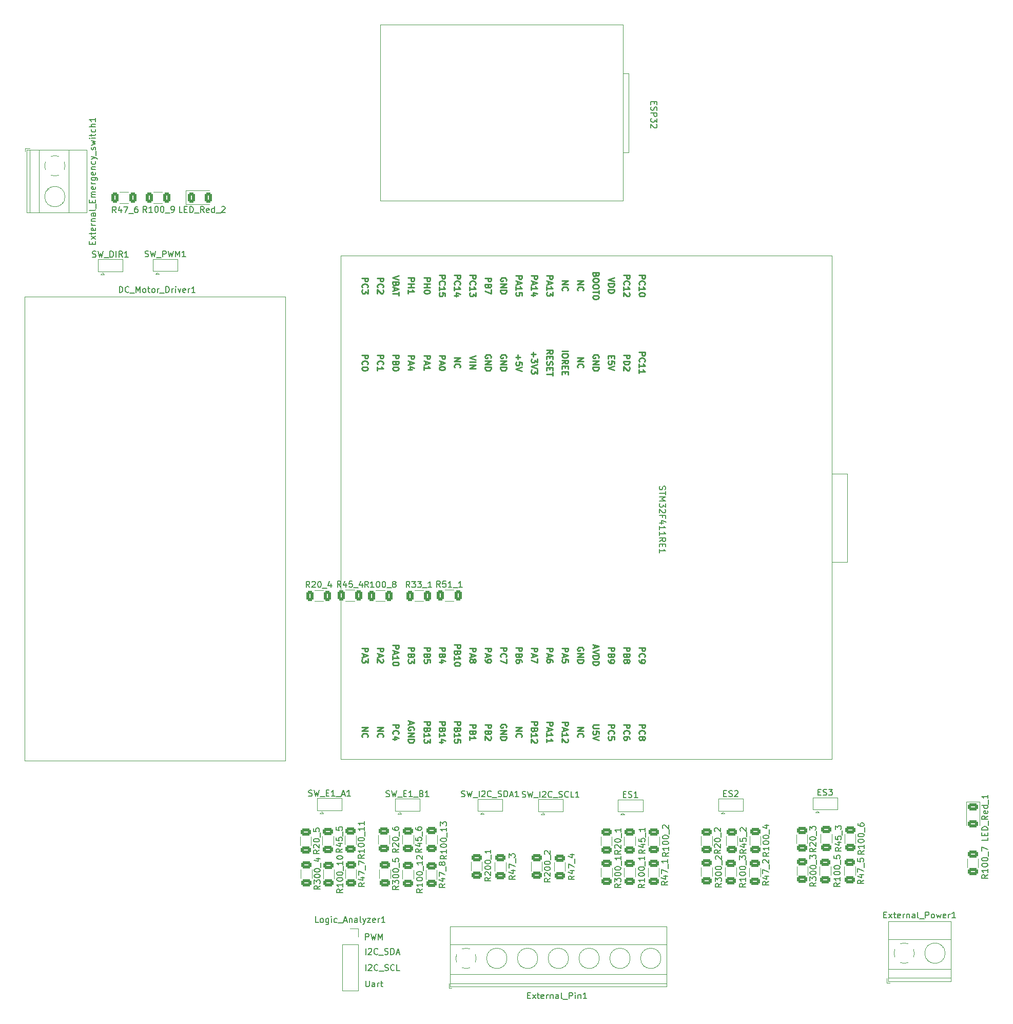
<source format=gto>
G04 #@! TF.GenerationSoftware,KiCad,Pcbnew,(6.0.11)*
G04 #@! TF.CreationDate,2023-04-07T23:50:29+07:00*
G04 #@! TF.ProjectId,FRA261,46524132-3631-42e6-9b69-6361645f7063,rev?*
G04 #@! TF.SameCoordinates,Original*
G04 #@! TF.FileFunction,Legend,Top*
G04 #@! TF.FilePolarity,Positive*
%FSLAX46Y46*%
G04 Gerber Fmt 4.6, Leading zero omitted, Abs format (unit mm)*
G04 Created by KiCad (PCBNEW (6.0.11)) date 2023-04-07 23:50:29*
%MOMM*%
%LPD*%
G01*
G04 APERTURE LIST*
G04 Aperture macros list*
%AMRoundRect*
0 Rectangle with rounded corners*
0 $1 Rounding radius*
0 $2 $3 $4 $5 $6 $7 $8 $9 X,Y pos of 4 corners*
0 Add a 4 corners polygon primitive as box body*
4,1,4,$2,$3,$4,$5,$6,$7,$8,$9,$2,$3,0*
0 Add four circle primitives for the rounded corners*
1,1,$1+$1,$2,$3*
1,1,$1+$1,$4,$5*
1,1,$1+$1,$6,$7*
1,1,$1+$1,$8,$9*
0 Add four rect primitives between the rounded corners*
20,1,$1+$1,$2,$3,$4,$5,0*
20,1,$1+$1,$4,$5,$6,$7,0*
20,1,$1+$1,$6,$7,$8,$9,0*
20,1,$1+$1,$8,$9,$2,$3,0*%
%AMFreePoly0*
4,1,30,0.171263,0.730184,0.328778,0.674096,0.469953,0.584503,0.587770,0.465861,0.676374,0.324064,0.731362,0.166161,0.750000,0.000000,0.749708,-0.020941,0.726437,-0.186517,0.667062,-0.342823,0.574533,-0.482091,0.453449,-0.597397,0.309828,-0.683013,0.150808,-0.734681,-0.015707,-0.749836,-0.181441,-0.727722,-0.338158,-0.669439,-0.478068,-0.577885,-0.594217,-0.457609,-0.680833,-0.314589,
-0.733611,-0.155934,-0.749927,0.010472,-0.728971,0.176357,-0.671784,0.333476,-0.581208,0.474022,-0.461746,0.591008,-0.319334,0.678620,-0.161051,0.732504,0.005236,0.749982,0.171263,0.730184,0.171263,0.730184,$1*%
G04 Aperture macros list end*
%ADD10C,0.150000*%
%ADD11C,0.250000*%
%ADD12C,0.120000*%
%ADD13RoundRect,0.250000X0.625000X-0.312500X0.625000X0.312500X-0.625000X0.312500X-0.625000X-0.312500X0*%
%ADD14RoundRect,0.250000X-0.625000X0.312500X-0.625000X-0.312500X0.625000X-0.312500X0.625000X0.312500X0*%
%ADD15RoundRect,0.250000X-0.625000X0.375000X-0.625000X-0.375000X0.625000X-0.375000X0.625000X0.375000X0*%
%ADD16R,2.600000X2.600000*%
%ADD17C,2.600000*%
%ADD18R,1.000000X1.500000*%
%ADD19C,5.600000*%
%ADD20C,3.600000*%
%ADD21RoundRect,0.250000X-0.312500X-0.625000X0.312500X-0.625000X0.312500X0.625000X-0.312500X0.625000X0*%
%ADD22RoundRect,0.250000X-0.375000X-0.625000X0.375000X-0.625000X0.375000X0.625000X-0.375000X0.625000X0*%
%ADD23RoundRect,0.250000X0.312500X0.625000X-0.312500X0.625000X-0.312500X-0.625000X0.312500X-0.625000X0*%
%ADD24FreePoly0,270.000000*%
%ADD25R,1.700000X1.700000*%
%ADD26O,1.700000X1.700000*%
%ADD27FreePoly0,90.000000*%
%ADD28R,1.500000X1.500000*%
G04 APERTURE END LIST*
D10*
X120005238Y-185052380D02*
X120005238Y-184052380D01*
X120386190Y-184052380D01*
X120481428Y-184100000D01*
X120529047Y-184147619D01*
X120576666Y-184242857D01*
X120576666Y-184385714D01*
X120529047Y-184480952D01*
X120481428Y-184528571D01*
X120386190Y-184576190D01*
X120005238Y-184576190D01*
X120910000Y-184052380D02*
X121148095Y-185052380D01*
X121338571Y-184338095D01*
X121529047Y-185052380D01*
X121767142Y-184052380D01*
X122148095Y-185052380D02*
X122148095Y-184052380D01*
X122481428Y-184766666D01*
X122814761Y-184052380D01*
X122814761Y-185052380D01*
X120051904Y-190112380D02*
X120051904Y-189112380D01*
X120480476Y-189207619D02*
X120528095Y-189160000D01*
X120623333Y-189112380D01*
X120861428Y-189112380D01*
X120956666Y-189160000D01*
X121004285Y-189207619D01*
X121051904Y-189302857D01*
X121051904Y-189398095D01*
X121004285Y-189540952D01*
X120432857Y-190112380D01*
X121051904Y-190112380D01*
X122051904Y-190017142D02*
X122004285Y-190064761D01*
X121861428Y-190112380D01*
X121766190Y-190112380D01*
X121623333Y-190064761D01*
X121528095Y-189969523D01*
X121480476Y-189874285D01*
X121432857Y-189683809D01*
X121432857Y-189540952D01*
X121480476Y-189350476D01*
X121528095Y-189255238D01*
X121623333Y-189160000D01*
X121766190Y-189112380D01*
X121861428Y-189112380D01*
X122004285Y-189160000D01*
X122051904Y-189207619D01*
X122242380Y-190207619D02*
X123004285Y-190207619D01*
X123194761Y-190064761D02*
X123337619Y-190112380D01*
X123575714Y-190112380D01*
X123670952Y-190064761D01*
X123718571Y-190017142D01*
X123766190Y-189921904D01*
X123766190Y-189826666D01*
X123718571Y-189731428D01*
X123670952Y-189683809D01*
X123575714Y-189636190D01*
X123385238Y-189588571D01*
X123290000Y-189540952D01*
X123242380Y-189493333D01*
X123194761Y-189398095D01*
X123194761Y-189302857D01*
X123242380Y-189207619D01*
X123290000Y-189160000D01*
X123385238Y-189112380D01*
X123623333Y-189112380D01*
X123766190Y-189160000D01*
X124766190Y-190017142D02*
X124718571Y-190064761D01*
X124575714Y-190112380D01*
X124480476Y-190112380D01*
X124337619Y-190064761D01*
X124242380Y-189969523D01*
X124194761Y-189874285D01*
X124147142Y-189683809D01*
X124147142Y-189540952D01*
X124194761Y-189350476D01*
X124242380Y-189255238D01*
X124337619Y-189160000D01*
X124480476Y-189112380D01*
X124575714Y-189112380D01*
X124718571Y-189160000D01*
X124766190Y-189207619D01*
X125670952Y-190112380D02*
X125194761Y-190112380D01*
X125194761Y-189112380D01*
X120066666Y-191792380D02*
X120066666Y-192601904D01*
X120114285Y-192697142D01*
X120161904Y-192744761D01*
X120257142Y-192792380D01*
X120447619Y-192792380D01*
X120542857Y-192744761D01*
X120590476Y-192697142D01*
X120638095Y-192601904D01*
X120638095Y-191792380D01*
X121542857Y-192792380D02*
X121542857Y-192268571D01*
X121495238Y-192173333D01*
X121400000Y-192125714D01*
X121209523Y-192125714D01*
X121114285Y-192173333D01*
X121542857Y-192744761D02*
X121447619Y-192792380D01*
X121209523Y-192792380D01*
X121114285Y-192744761D01*
X121066666Y-192649523D01*
X121066666Y-192554285D01*
X121114285Y-192459047D01*
X121209523Y-192411428D01*
X121447619Y-192411428D01*
X121542857Y-192363809D01*
X122019047Y-192792380D02*
X122019047Y-192125714D01*
X122019047Y-192316190D02*
X122066666Y-192220952D01*
X122114285Y-192173333D01*
X122209523Y-192125714D01*
X122304761Y-192125714D01*
X122495238Y-192125714D02*
X122876190Y-192125714D01*
X122638095Y-191792380D02*
X122638095Y-192649523D01*
X122685714Y-192744761D01*
X122780952Y-192792380D01*
X122876190Y-192792380D01*
X120038095Y-187462380D02*
X120038095Y-186462380D01*
X120466666Y-186557619D02*
X120514285Y-186510000D01*
X120609523Y-186462380D01*
X120847619Y-186462380D01*
X120942857Y-186510000D01*
X120990476Y-186557619D01*
X121038095Y-186652857D01*
X121038095Y-186748095D01*
X120990476Y-186890952D01*
X120419047Y-187462380D01*
X121038095Y-187462380D01*
X122038095Y-187367142D02*
X121990476Y-187414761D01*
X121847619Y-187462380D01*
X121752380Y-187462380D01*
X121609523Y-187414761D01*
X121514285Y-187319523D01*
X121466666Y-187224285D01*
X121419047Y-187033809D01*
X121419047Y-186890952D01*
X121466666Y-186700476D01*
X121514285Y-186605238D01*
X121609523Y-186510000D01*
X121752380Y-186462380D01*
X121847619Y-186462380D01*
X121990476Y-186510000D01*
X122038095Y-186557619D01*
X122228571Y-187557619D02*
X122990476Y-187557619D01*
X123180952Y-187414761D02*
X123323809Y-187462380D01*
X123561904Y-187462380D01*
X123657142Y-187414761D01*
X123704761Y-187367142D01*
X123752380Y-187271904D01*
X123752380Y-187176666D01*
X123704761Y-187081428D01*
X123657142Y-187033809D01*
X123561904Y-186986190D01*
X123371428Y-186938571D01*
X123276190Y-186890952D01*
X123228571Y-186843333D01*
X123180952Y-186748095D01*
X123180952Y-186652857D01*
X123228571Y-186557619D01*
X123276190Y-186510000D01*
X123371428Y-186462380D01*
X123609523Y-186462380D01*
X123752380Y-186510000D01*
X124180952Y-187462380D02*
X124180952Y-186462380D01*
X124419047Y-186462380D01*
X124561904Y-186510000D01*
X124657142Y-186605238D01*
X124704761Y-186700476D01*
X124752380Y-186890952D01*
X124752380Y-187033809D01*
X124704761Y-187224285D01*
X124657142Y-187319523D01*
X124561904Y-187414761D01*
X124419047Y-187462380D01*
X124180952Y-187462380D01*
X125133333Y-187176666D02*
X125609523Y-187176666D01*
X125038095Y-187462380D02*
X125371428Y-186462380D01*
X125704761Y-187462380D01*
X144682380Y-174467500D02*
X144206190Y-174800833D01*
X144682380Y-175038928D02*
X143682380Y-175038928D01*
X143682380Y-174657976D01*
X143730000Y-174562738D01*
X143777619Y-174515119D01*
X143872857Y-174467500D01*
X144015714Y-174467500D01*
X144110952Y-174515119D01*
X144158571Y-174562738D01*
X144206190Y-174657976D01*
X144206190Y-175038928D01*
X144015714Y-173610357D02*
X144682380Y-173610357D01*
X143634761Y-173848452D02*
X144349047Y-174086547D01*
X144349047Y-173467500D01*
X143682380Y-173181785D02*
X143682380Y-172515119D01*
X144682380Y-172943690D01*
X144777619Y-172372261D02*
X144777619Y-171610357D01*
X143682380Y-171467500D02*
X143682380Y-170848452D01*
X144063333Y-171181785D01*
X144063333Y-171038928D01*
X144110952Y-170943690D01*
X144158571Y-170896071D01*
X144253809Y-170848452D01*
X144491904Y-170848452D01*
X144587142Y-170896071D01*
X144634761Y-170943690D01*
X144682380Y-171038928D01*
X144682380Y-171324642D01*
X144634761Y-171419880D01*
X144587142Y-171467500D01*
X169822380Y-175397500D02*
X169346190Y-175730833D01*
X169822380Y-175968928D02*
X168822380Y-175968928D01*
X168822380Y-175587976D01*
X168870000Y-175492738D01*
X168917619Y-175445119D01*
X169012857Y-175397500D01*
X169155714Y-175397500D01*
X169250952Y-175445119D01*
X169298571Y-175492738D01*
X169346190Y-175587976D01*
X169346190Y-175968928D01*
X169155714Y-174540357D02*
X169822380Y-174540357D01*
X168774761Y-174778452D02*
X169489047Y-175016547D01*
X169489047Y-174397500D01*
X168822380Y-174111785D02*
X168822380Y-173445119D01*
X169822380Y-173873690D01*
X169917619Y-173302261D02*
X169917619Y-172540357D01*
X169822380Y-171778452D02*
X169822380Y-172349880D01*
X169822380Y-172064166D02*
X168822380Y-172064166D01*
X168965238Y-172159404D01*
X169060476Y-172254642D01*
X169108095Y-172349880D01*
X222692380Y-168181904D02*
X222692380Y-168658095D01*
X221692380Y-168658095D01*
X222168571Y-167848571D02*
X222168571Y-167515238D01*
X222692380Y-167372380D02*
X222692380Y-167848571D01*
X221692380Y-167848571D01*
X221692380Y-167372380D01*
X222692380Y-166943809D02*
X221692380Y-166943809D01*
X221692380Y-166705714D01*
X221740000Y-166562857D01*
X221835238Y-166467619D01*
X221930476Y-166420000D01*
X222120952Y-166372380D01*
X222263809Y-166372380D01*
X222454285Y-166420000D01*
X222549523Y-166467619D01*
X222644761Y-166562857D01*
X222692380Y-166705714D01*
X222692380Y-166943809D01*
X222787619Y-166181904D02*
X222787619Y-165420000D01*
X222692380Y-164610476D02*
X222216190Y-164943809D01*
X222692380Y-165181904D02*
X221692380Y-165181904D01*
X221692380Y-164800952D01*
X221740000Y-164705714D01*
X221787619Y-164658095D01*
X221882857Y-164610476D01*
X222025714Y-164610476D01*
X222120952Y-164658095D01*
X222168571Y-164705714D01*
X222216190Y-164800952D01*
X222216190Y-165181904D01*
X222644761Y-163800952D02*
X222692380Y-163896190D01*
X222692380Y-164086666D01*
X222644761Y-164181904D01*
X222549523Y-164229523D01*
X222168571Y-164229523D01*
X222073333Y-164181904D01*
X222025714Y-164086666D01*
X222025714Y-163896190D01*
X222073333Y-163800952D01*
X222168571Y-163753333D01*
X222263809Y-163753333D01*
X222359047Y-164229523D01*
X222692380Y-162896190D02*
X221692380Y-162896190D01*
X222644761Y-162896190D02*
X222692380Y-162991428D01*
X222692380Y-163181904D01*
X222644761Y-163277142D01*
X222597142Y-163324761D01*
X222501904Y-163372380D01*
X222216190Y-163372380D01*
X222120952Y-163324761D01*
X222073333Y-163277142D01*
X222025714Y-163181904D01*
X222025714Y-162991428D01*
X222073333Y-162896190D01*
X222787619Y-162658095D02*
X222787619Y-161896190D01*
X222692380Y-161134285D02*
X222692380Y-161705714D01*
X222692380Y-161420000D02*
X221692380Y-161420000D01*
X221835238Y-161515238D01*
X221930476Y-161610476D01*
X221978095Y-161705714D01*
X146752857Y-194218571D02*
X147086190Y-194218571D01*
X147229047Y-194742380D02*
X146752857Y-194742380D01*
X146752857Y-193742380D01*
X147229047Y-193742380D01*
X147562380Y-194742380D02*
X148086190Y-194075714D01*
X147562380Y-194075714D02*
X148086190Y-194742380D01*
X148324285Y-194075714D02*
X148705238Y-194075714D01*
X148467142Y-193742380D02*
X148467142Y-194599523D01*
X148514761Y-194694761D01*
X148610000Y-194742380D01*
X148705238Y-194742380D01*
X149419523Y-194694761D02*
X149324285Y-194742380D01*
X149133809Y-194742380D01*
X149038571Y-194694761D01*
X148990952Y-194599523D01*
X148990952Y-194218571D01*
X149038571Y-194123333D01*
X149133809Y-194075714D01*
X149324285Y-194075714D01*
X149419523Y-194123333D01*
X149467142Y-194218571D01*
X149467142Y-194313809D01*
X148990952Y-194409047D01*
X149895714Y-194742380D02*
X149895714Y-194075714D01*
X149895714Y-194266190D02*
X149943333Y-194170952D01*
X149990952Y-194123333D01*
X150086190Y-194075714D01*
X150181428Y-194075714D01*
X150514761Y-194075714D02*
X150514761Y-194742380D01*
X150514761Y-194170952D02*
X150562380Y-194123333D01*
X150657619Y-194075714D01*
X150800476Y-194075714D01*
X150895714Y-194123333D01*
X150943333Y-194218571D01*
X150943333Y-194742380D01*
X151848095Y-194742380D02*
X151848095Y-194218571D01*
X151800476Y-194123333D01*
X151705238Y-194075714D01*
X151514761Y-194075714D01*
X151419523Y-194123333D01*
X151848095Y-194694761D02*
X151752857Y-194742380D01*
X151514761Y-194742380D01*
X151419523Y-194694761D01*
X151371904Y-194599523D01*
X151371904Y-194504285D01*
X151419523Y-194409047D01*
X151514761Y-194361428D01*
X151752857Y-194361428D01*
X151848095Y-194313809D01*
X152467142Y-194742380D02*
X152371904Y-194694761D01*
X152324285Y-194599523D01*
X152324285Y-193742380D01*
X152610000Y-194837619D02*
X153371904Y-194837619D01*
X153610000Y-194742380D02*
X153610000Y-193742380D01*
X153990952Y-193742380D01*
X154086190Y-193790000D01*
X154133809Y-193837619D01*
X154181428Y-193932857D01*
X154181428Y-194075714D01*
X154133809Y-194170952D01*
X154086190Y-194218571D01*
X153990952Y-194266190D01*
X153610000Y-194266190D01*
X154610000Y-194742380D02*
X154610000Y-194075714D01*
X154610000Y-193742380D02*
X154562380Y-193790000D01*
X154610000Y-193837619D01*
X154657619Y-193790000D01*
X154610000Y-193742380D01*
X154610000Y-193837619D01*
X155086190Y-194075714D02*
X155086190Y-194742380D01*
X155086190Y-194170952D02*
X155133809Y-194123333D01*
X155229047Y-194075714D01*
X155371904Y-194075714D01*
X155467142Y-194123333D01*
X155514761Y-194218571D01*
X155514761Y-194742380D01*
X156514761Y-194742380D02*
X155943333Y-194742380D01*
X156229047Y-194742380D02*
X156229047Y-193742380D01*
X156133809Y-193885238D01*
X156038571Y-193980476D01*
X155943333Y-194028095D01*
X74957619Y-72404761D02*
X75100476Y-72452380D01*
X75338571Y-72452380D01*
X75433809Y-72404761D01*
X75481428Y-72357142D01*
X75529047Y-72261904D01*
X75529047Y-72166666D01*
X75481428Y-72071428D01*
X75433809Y-72023809D01*
X75338571Y-71976190D01*
X75148095Y-71928571D01*
X75052857Y-71880952D01*
X75005238Y-71833333D01*
X74957619Y-71738095D01*
X74957619Y-71642857D01*
X75005238Y-71547619D01*
X75052857Y-71500000D01*
X75148095Y-71452380D01*
X75386190Y-71452380D01*
X75529047Y-71500000D01*
X75862380Y-71452380D02*
X76100476Y-72452380D01*
X76290952Y-71738095D01*
X76481428Y-72452380D01*
X76719523Y-71452380D01*
X76862380Y-72547619D02*
X77624285Y-72547619D01*
X77862380Y-72452380D02*
X77862380Y-71452380D01*
X78100476Y-71452380D01*
X78243333Y-71500000D01*
X78338571Y-71595238D01*
X78386190Y-71690476D01*
X78433809Y-71880952D01*
X78433809Y-72023809D01*
X78386190Y-72214285D01*
X78338571Y-72309523D01*
X78243333Y-72404761D01*
X78100476Y-72452380D01*
X77862380Y-72452380D01*
X78862380Y-72452380D02*
X78862380Y-71452380D01*
X79910000Y-72452380D02*
X79576666Y-71976190D01*
X79338571Y-72452380D02*
X79338571Y-71452380D01*
X79719523Y-71452380D01*
X79814761Y-71500000D01*
X79862380Y-71547619D01*
X79910000Y-71642857D01*
X79910000Y-71785714D01*
X79862380Y-71880952D01*
X79814761Y-71928571D01*
X79719523Y-71976190D01*
X79338571Y-71976190D01*
X80862380Y-72452380D02*
X80290952Y-72452380D01*
X80576666Y-72452380D02*
X80576666Y-71452380D01*
X80481428Y-71595238D01*
X80386190Y-71690476D01*
X80290952Y-71738095D01*
X202252380Y-170341190D02*
X201776190Y-170674523D01*
X202252380Y-170912619D02*
X201252380Y-170912619D01*
X201252380Y-170531666D01*
X201300000Y-170436428D01*
X201347619Y-170388809D01*
X201442857Y-170341190D01*
X201585714Y-170341190D01*
X201680952Y-170388809D01*
X201728571Y-170436428D01*
X201776190Y-170531666D01*
X201776190Y-170912619D01*
X202252380Y-169388809D02*
X202252380Y-169960238D01*
X202252380Y-169674523D02*
X201252380Y-169674523D01*
X201395238Y-169769761D01*
X201490476Y-169865000D01*
X201538095Y-169960238D01*
X201252380Y-168769761D02*
X201252380Y-168674523D01*
X201300000Y-168579285D01*
X201347619Y-168531666D01*
X201442857Y-168484047D01*
X201633333Y-168436428D01*
X201871428Y-168436428D01*
X202061904Y-168484047D01*
X202157142Y-168531666D01*
X202204761Y-168579285D01*
X202252380Y-168674523D01*
X202252380Y-168769761D01*
X202204761Y-168865000D01*
X202157142Y-168912619D01*
X202061904Y-168960238D01*
X201871428Y-169007857D01*
X201633333Y-169007857D01*
X201442857Y-168960238D01*
X201347619Y-168912619D01*
X201300000Y-168865000D01*
X201252380Y-168769761D01*
X201252380Y-167817380D02*
X201252380Y-167722142D01*
X201300000Y-167626904D01*
X201347619Y-167579285D01*
X201442857Y-167531666D01*
X201633333Y-167484047D01*
X201871428Y-167484047D01*
X202061904Y-167531666D01*
X202157142Y-167579285D01*
X202204761Y-167626904D01*
X202252380Y-167722142D01*
X202252380Y-167817380D01*
X202204761Y-167912619D01*
X202157142Y-167960238D01*
X202061904Y-168007857D01*
X201871428Y-168055476D01*
X201633333Y-168055476D01*
X201442857Y-168007857D01*
X201347619Y-167960238D01*
X201300000Y-167912619D01*
X201252380Y-167817380D01*
X202347619Y-167293571D02*
X202347619Y-166531666D01*
X201252380Y-165865000D02*
X201252380Y-166055476D01*
X201300000Y-166150714D01*
X201347619Y-166198333D01*
X201490476Y-166293571D01*
X201680952Y-166341190D01*
X202061904Y-166341190D01*
X202157142Y-166293571D01*
X202204761Y-166245952D01*
X202252380Y-166150714D01*
X202252380Y-165960238D01*
X202204761Y-165865000D01*
X202157142Y-165817380D01*
X202061904Y-165769761D01*
X201823809Y-165769761D01*
X201728571Y-165817380D01*
X201680952Y-165865000D01*
X201633333Y-165960238D01*
X201633333Y-166150714D01*
X201680952Y-166245952D01*
X201728571Y-166293571D01*
X201823809Y-166341190D01*
X120466309Y-126912380D02*
X120132976Y-126436190D01*
X119894880Y-126912380D02*
X119894880Y-125912380D01*
X120275833Y-125912380D01*
X120371071Y-125960000D01*
X120418690Y-126007619D01*
X120466309Y-126102857D01*
X120466309Y-126245714D01*
X120418690Y-126340952D01*
X120371071Y-126388571D01*
X120275833Y-126436190D01*
X119894880Y-126436190D01*
X121418690Y-126912380D02*
X120847261Y-126912380D01*
X121132976Y-126912380D02*
X121132976Y-125912380D01*
X121037738Y-126055238D01*
X120942500Y-126150476D01*
X120847261Y-126198095D01*
X122037738Y-125912380D02*
X122132976Y-125912380D01*
X122228214Y-125960000D01*
X122275833Y-126007619D01*
X122323452Y-126102857D01*
X122371071Y-126293333D01*
X122371071Y-126531428D01*
X122323452Y-126721904D01*
X122275833Y-126817142D01*
X122228214Y-126864761D01*
X122132976Y-126912380D01*
X122037738Y-126912380D01*
X121942500Y-126864761D01*
X121894880Y-126817142D01*
X121847261Y-126721904D01*
X121799642Y-126531428D01*
X121799642Y-126293333D01*
X121847261Y-126102857D01*
X121894880Y-126007619D01*
X121942500Y-125960000D01*
X122037738Y-125912380D01*
X122990119Y-125912380D02*
X123085357Y-125912380D01*
X123180595Y-125960000D01*
X123228214Y-126007619D01*
X123275833Y-126102857D01*
X123323452Y-126293333D01*
X123323452Y-126531428D01*
X123275833Y-126721904D01*
X123228214Y-126817142D01*
X123180595Y-126864761D01*
X123085357Y-126912380D01*
X122990119Y-126912380D01*
X122894880Y-126864761D01*
X122847261Y-126817142D01*
X122799642Y-126721904D01*
X122752023Y-126531428D01*
X122752023Y-126293333D01*
X122799642Y-126102857D01*
X122847261Y-126007619D01*
X122894880Y-125960000D01*
X122990119Y-125912380D01*
X123513928Y-127007619D02*
X124275833Y-127007619D01*
X124656785Y-126340952D02*
X124561547Y-126293333D01*
X124513928Y-126245714D01*
X124466309Y-126150476D01*
X124466309Y-126102857D01*
X124513928Y-126007619D01*
X124561547Y-125960000D01*
X124656785Y-125912380D01*
X124847261Y-125912380D01*
X124942500Y-125960000D01*
X124990119Y-126007619D01*
X125037738Y-126102857D01*
X125037738Y-126150476D01*
X124990119Y-126245714D01*
X124942500Y-126293333D01*
X124847261Y-126340952D01*
X124656785Y-126340952D01*
X124561547Y-126388571D01*
X124513928Y-126436190D01*
X124466309Y-126531428D01*
X124466309Y-126721904D01*
X124513928Y-126817142D01*
X124561547Y-126864761D01*
X124656785Y-126912380D01*
X124847261Y-126912380D01*
X124942500Y-126864761D01*
X124990119Y-126817142D01*
X125037738Y-126721904D01*
X125037738Y-126531428D01*
X124990119Y-126436190D01*
X124942500Y-126388571D01*
X124847261Y-126340952D01*
X116262380Y-176689880D02*
X115786190Y-177023214D01*
X116262380Y-177261309D02*
X115262380Y-177261309D01*
X115262380Y-176880357D01*
X115310000Y-176785119D01*
X115357619Y-176737500D01*
X115452857Y-176689880D01*
X115595714Y-176689880D01*
X115690952Y-176737500D01*
X115738571Y-176785119D01*
X115786190Y-176880357D01*
X115786190Y-177261309D01*
X116262380Y-175737500D02*
X116262380Y-176308928D01*
X116262380Y-176023214D02*
X115262380Y-176023214D01*
X115405238Y-176118452D01*
X115500476Y-176213690D01*
X115548095Y-176308928D01*
X115262380Y-175118452D02*
X115262380Y-175023214D01*
X115310000Y-174927976D01*
X115357619Y-174880357D01*
X115452857Y-174832738D01*
X115643333Y-174785119D01*
X115881428Y-174785119D01*
X116071904Y-174832738D01*
X116167142Y-174880357D01*
X116214761Y-174927976D01*
X116262380Y-175023214D01*
X116262380Y-175118452D01*
X116214761Y-175213690D01*
X116167142Y-175261309D01*
X116071904Y-175308928D01*
X115881428Y-175356547D01*
X115643333Y-175356547D01*
X115452857Y-175308928D01*
X115357619Y-175261309D01*
X115310000Y-175213690D01*
X115262380Y-175118452D01*
X115262380Y-174166071D02*
X115262380Y-174070833D01*
X115310000Y-173975595D01*
X115357619Y-173927976D01*
X115452857Y-173880357D01*
X115643333Y-173832738D01*
X115881428Y-173832738D01*
X116071904Y-173880357D01*
X116167142Y-173927976D01*
X116214761Y-173975595D01*
X116262380Y-174070833D01*
X116262380Y-174166071D01*
X116214761Y-174261309D01*
X116167142Y-174308928D01*
X116071904Y-174356547D01*
X115881428Y-174404166D01*
X115643333Y-174404166D01*
X115452857Y-174356547D01*
X115357619Y-174308928D01*
X115310000Y-174261309D01*
X115262380Y-174166071D01*
X116357619Y-173642261D02*
X116357619Y-172880357D01*
X116262380Y-172118452D02*
X116262380Y-172689880D01*
X116262380Y-172404166D02*
X115262380Y-172404166D01*
X115405238Y-172499404D01*
X115500476Y-172594642D01*
X115548095Y-172689880D01*
X115262380Y-171499404D02*
X115262380Y-171404166D01*
X115310000Y-171308928D01*
X115357619Y-171261309D01*
X115452857Y-171213690D01*
X115643333Y-171166071D01*
X115881428Y-171166071D01*
X116071904Y-171213690D01*
X116167142Y-171261309D01*
X116214761Y-171308928D01*
X116262380Y-171404166D01*
X116262380Y-171499404D01*
X116214761Y-171594642D01*
X116167142Y-171642261D01*
X116071904Y-171689880D01*
X115881428Y-171737500D01*
X115643333Y-171737500D01*
X115452857Y-171689880D01*
X115357619Y-171642261D01*
X115310000Y-171594642D01*
X115262380Y-171499404D01*
X129272380Y-170030000D02*
X128796190Y-170363333D01*
X129272380Y-170601428D02*
X128272380Y-170601428D01*
X128272380Y-170220476D01*
X128320000Y-170125238D01*
X128367619Y-170077619D01*
X128462857Y-170030000D01*
X128605714Y-170030000D01*
X128700952Y-170077619D01*
X128748571Y-170125238D01*
X128796190Y-170220476D01*
X128796190Y-170601428D01*
X128605714Y-169172857D02*
X129272380Y-169172857D01*
X128224761Y-169410952D02*
X128939047Y-169649047D01*
X128939047Y-169030000D01*
X128272380Y-168172857D02*
X128272380Y-168649047D01*
X128748571Y-168696666D01*
X128700952Y-168649047D01*
X128653333Y-168553809D01*
X128653333Y-168315714D01*
X128700952Y-168220476D01*
X128748571Y-168172857D01*
X128843809Y-168125238D01*
X129081904Y-168125238D01*
X129177142Y-168172857D01*
X129224761Y-168220476D01*
X129272380Y-168315714D01*
X129272380Y-168553809D01*
X129224761Y-168649047D01*
X129177142Y-168696666D01*
X129367619Y-167934761D02*
X129367619Y-167172857D01*
X128272380Y-166506190D02*
X128272380Y-166696666D01*
X128320000Y-166791904D01*
X128367619Y-166839523D01*
X128510476Y-166934761D01*
X128700952Y-166982380D01*
X129081904Y-166982380D01*
X129177142Y-166934761D01*
X129224761Y-166887142D01*
X129272380Y-166791904D01*
X129272380Y-166601428D01*
X129224761Y-166506190D01*
X129177142Y-166458571D01*
X129081904Y-166410952D01*
X128843809Y-166410952D01*
X128748571Y-166458571D01*
X128700952Y-166506190D01*
X128653333Y-166601428D01*
X128653333Y-166791904D01*
X128700952Y-166887142D01*
X128748571Y-166934761D01*
X128843809Y-166982380D01*
X133152380Y-175800000D02*
X132676190Y-176133333D01*
X133152380Y-176371428D02*
X132152380Y-176371428D01*
X132152380Y-175990476D01*
X132200000Y-175895238D01*
X132247619Y-175847619D01*
X132342857Y-175800000D01*
X132485714Y-175800000D01*
X132580952Y-175847619D01*
X132628571Y-175895238D01*
X132676190Y-175990476D01*
X132676190Y-176371428D01*
X132485714Y-174942857D02*
X133152380Y-174942857D01*
X132104761Y-175180952D02*
X132819047Y-175419047D01*
X132819047Y-174800000D01*
X132152380Y-174514285D02*
X132152380Y-173847619D01*
X133152380Y-174276190D01*
X133247619Y-173704761D02*
X133247619Y-172942857D01*
X132580952Y-172561904D02*
X132533333Y-172657142D01*
X132485714Y-172704761D01*
X132390476Y-172752380D01*
X132342857Y-172752380D01*
X132247619Y-172704761D01*
X132200000Y-172657142D01*
X132152380Y-172561904D01*
X132152380Y-172371428D01*
X132200000Y-172276190D01*
X132247619Y-172228571D01*
X132342857Y-172180952D01*
X132390476Y-172180952D01*
X132485714Y-172228571D01*
X132533333Y-172276190D01*
X132580952Y-172371428D01*
X132580952Y-172561904D01*
X132628571Y-172657142D01*
X132676190Y-172704761D01*
X132771428Y-172752380D01*
X132961904Y-172752380D01*
X133057142Y-172704761D01*
X133104761Y-172657142D01*
X133152380Y-172561904D01*
X133152380Y-172371428D01*
X133104761Y-172276190D01*
X133057142Y-172228571D01*
X132961904Y-172180952D01*
X132771428Y-172180952D01*
X132676190Y-172228571D01*
X132628571Y-172276190D01*
X132580952Y-172371428D01*
X89798095Y-65082380D02*
X89321904Y-65082380D01*
X89321904Y-64082380D01*
X90131428Y-64558571D02*
X90464761Y-64558571D01*
X90607619Y-65082380D02*
X90131428Y-65082380D01*
X90131428Y-64082380D01*
X90607619Y-64082380D01*
X91036190Y-65082380D02*
X91036190Y-64082380D01*
X91274285Y-64082380D01*
X91417142Y-64130000D01*
X91512380Y-64225238D01*
X91560000Y-64320476D01*
X91607619Y-64510952D01*
X91607619Y-64653809D01*
X91560000Y-64844285D01*
X91512380Y-64939523D01*
X91417142Y-65034761D01*
X91274285Y-65082380D01*
X91036190Y-65082380D01*
X91798095Y-65177619D02*
X92560000Y-65177619D01*
X93369523Y-65082380D02*
X93036190Y-64606190D01*
X92798095Y-65082380D02*
X92798095Y-64082380D01*
X93179047Y-64082380D01*
X93274285Y-64130000D01*
X93321904Y-64177619D01*
X93369523Y-64272857D01*
X93369523Y-64415714D01*
X93321904Y-64510952D01*
X93274285Y-64558571D01*
X93179047Y-64606190D01*
X92798095Y-64606190D01*
X94179047Y-65034761D02*
X94083809Y-65082380D01*
X93893333Y-65082380D01*
X93798095Y-65034761D01*
X93750476Y-64939523D01*
X93750476Y-64558571D01*
X93798095Y-64463333D01*
X93893333Y-64415714D01*
X94083809Y-64415714D01*
X94179047Y-64463333D01*
X94226666Y-64558571D01*
X94226666Y-64653809D01*
X93750476Y-64749047D01*
X95083809Y-65082380D02*
X95083809Y-64082380D01*
X95083809Y-65034761D02*
X94988571Y-65082380D01*
X94798095Y-65082380D01*
X94702857Y-65034761D01*
X94655238Y-64987142D01*
X94607619Y-64891904D01*
X94607619Y-64606190D01*
X94655238Y-64510952D01*
X94702857Y-64463333D01*
X94798095Y-64415714D01*
X94988571Y-64415714D01*
X95083809Y-64463333D01*
X95321904Y-65177619D02*
X96083809Y-65177619D01*
X96274285Y-64177619D02*
X96321904Y-64130000D01*
X96417142Y-64082380D01*
X96655238Y-64082380D01*
X96750476Y-64130000D01*
X96798095Y-64177619D01*
X96845714Y-64272857D01*
X96845714Y-64368095D01*
X96798095Y-64510952D01*
X96226666Y-65082380D01*
X96845714Y-65082380D01*
X169992380Y-170673690D02*
X169516190Y-171007023D01*
X169992380Y-171245119D02*
X168992380Y-171245119D01*
X168992380Y-170864166D01*
X169040000Y-170768928D01*
X169087619Y-170721309D01*
X169182857Y-170673690D01*
X169325714Y-170673690D01*
X169420952Y-170721309D01*
X169468571Y-170768928D01*
X169516190Y-170864166D01*
X169516190Y-171245119D01*
X169992380Y-169721309D02*
X169992380Y-170292738D01*
X169992380Y-170007023D02*
X168992380Y-170007023D01*
X169135238Y-170102261D01*
X169230476Y-170197500D01*
X169278095Y-170292738D01*
X168992380Y-169102261D02*
X168992380Y-169007023D01*
X169040000Y-168911785D01*
X169087619Y-168864166D01*
X169182857Y-168816547D01*
X169373333Y-168768928D01*
X169611428Y-168768928D01*
X169801904Y-168816547D01*
X169897142Y-168864166D01*
X169944761Y-168911785D01*
X169992380Y-169007023D01*
X169992380Y-169102261D01*
X169944761Y-169197500D01*
X169897142Y-169245119D01*
X169801904Y-169292738D01*
X169611428Y-169340357D01*
X169373333Y-169340357D01*
X169182857Y-169292738D01*
X169087619Y-169245119D01*
X169040000Y-169197500D01*
X168992380Y-169102261D01*
X168992380Y-168149880D02*
X168992380Y-168054642D01*
X169040000Y-167959404D01*
X169087619Y-167911785D01*
X169182857Y-167864166D01*
X169373333Y-167816547D01*
X169611428Y-167816547D01*
X169801904Y-167864166D01*
X169897142Y-167911785D01*
X169944761Y-167959404D01*
X169992380Y-168054642D01*
X169992380Y-168149880D01*
X169944761Y-168245119D01*
X169897142Y-168292738D01*
X169801904Y-168340357D01*
X169611428Y-168387976D01*
X169373333Y-168387976D01*
X169182857Y-168340357D01*
X169087619Y-168292738D01*
X169040000Y-168245119D01*
X168992380Y-168149880D01*
X170087619Y-167626071D02*
X170087619Y-166864166D01*
X169087619Y-166673690D02*
X169040000Y-166626071D01*
X168992380Y-166530833D01*
X168992380Y-166292738D01*
X169040000Y-166197500D01*
X169087619Y-166149880D01*
X169182857Y-166102261D01*
X169278095Y-166102261D01*
X169420952Y-166149880D01*
X169992380Y-166721309D01*
X169992380Y-166102261D01*
X194663333Y-160686071D02*
X194996666Y-160686071D01*
X195139523Y-161209880D02*
X194663333Y-161209880D01*
X194663333Y-160209880D01*
X195139523Y-160209880D01*
X195520476Y-161162261D02*
X195663333Y-161209880D01*
X195901428Y-161209880D01*
X195996666Y-161162261D01*
X196044285Y-161114642D01*
X196091904Y-161019404D01*
X196091904Y-160924166D01*
X196044285Y-160828928D01*
X195996666Y-160781309D01*
X195901428Y-160733690D01*
X195710952Y-160686071D01*
X195615714Y-160638452D01*
X195568095Y-160590833D01*
X195520476Y-160495595D01*
X195520476Y-160400357D01*
X195568095Y-160305119D01*
X195615714Y-160257500D01*
X195710952Y-160209880D01*
X195949047Y-160209880D01*
X196091904Y-160257500D01*
X196425238Y-160209880D02*
X197044285Y-160209880D01*
X196710952Y-160590833D01*
X196853809Y-160590833D01*
X196949047Y-160638452D01*
X196996666Y-160686071D01*
X197044285Y-160781309D01*
X197044285Y-161019404D01*
X196996666Y-161114642D01*
X196949047Y-161162261D01*
X196853809Y-161209880D01*
X196568095Y-161209880D01*
X196472857Y-161162261D01*
X196425238Y-161114642D01*
X186542380Y-175432500D02*
X186066190Y-175765833D01*
X186542380Y-176003928D02*
X185542380Y-176003928D01*
X185542380Y-175622976D01*
X185590000Y-175527738D01*
X185637619Y-175480119D01*
X185732857Y-175432500D01*
X185875714Y-175432500D01*
X185970952Y-175480119D01*
X186018571Y-175527738D01*
X186066190Y-175622976D01*
X186066190Y-176003928D01*
X185875714Y-174575357D02*
X186542380Y-174575357D01*
X185494761Y-174813452D02*
X186209047Y-175051547D01*
X186209047Y-174432500D01*
X185542380Y-174146785D02*
X185542380Y-173480119D01*
X186542380Y-173908690D01*
X186637619Y-173337261D02*
X186637619Y-172575357D01*
X185637619Y-172384880D02*
X185590000Y-172337261D01*
X185542380Y-172242023D01*
X185542380Y-172003928D01*
X185590000Y-171908690D01*
X185637619Y-171861071D01*
X185732857Y-171813452D01*
X185828095Y-171813452D01*
X185970952Y-171861071D01*
X186542380Y-172432500D01*
X186542380Y-171813452D01*
X154482380Y-174510000D02*
X154006190Y-174843333D01*
X154482380Y-175081428D02*
X153482380Y-175081428D01*
X153482380Y-174700476D01*
X153530000Y-174605238D01*
X153577619Y-174557619D01*
X153672857Y-174510000D01*
X153815714Y-174510000D01*
X153910952Y-174557619D01*
X153958571Y-174605238D01*
X154006190Y-174700476D01*
X154006190Y-175081428D01*
X153815714Y-173652857D02*
X154482380Y-173652857D01*
X153434761Y-173890952D02*
X154149047Y-174129047D01*
X154149047Y-173510000D01*
X153482380Y-173224285D02*
X153482380Y-172557619D01*
X154482380Y-172986190D01*
X154577619Y-172414761D02*
X154577619Y-171652857D01*
X153815714Y-170986190D02*
X154482380Y-170986190D01*
X153434761Y-171224285D02*
X154149047Y-171462380D01*
X154149047Y-170843333D01*
X132342500Y-126882380D02*
X132009166Y-126406190D01*
X131771071Y-126882380D02*
X131771071Y-125882380D01*
X132152023Y-125882380D01*
X132247261Y-125930000D01*
X132294880Y-125977619D01*
X132342500Y-126072857D01*
X132342500Y-126215714D01*
X132294880Y-126310952D01*
X132247261Y-126358571D01*
X132152023Y-126406190D01*
X131771071Y-126406190D01*
X133247261Y-125882380D02*
X132771071Y-125882380D01*
X132723452Y-126358571D01*
X132771071Y-126310952D01*
X132866309Y-126263333D01*
X133104404Y-126263333D01*
X133199642Y-126310952D01*
X133247261Y-126358571D01*
X133294880Y-126453809D01*
X133294880Y-126691904D01*
X133247261Y-126787142D01*
X133199642Y-126834761D01*
X133104404Y-126882380D01*
X132866309Y-126882380D01*
X132771071Y-126834761D01*
X132723452Y-126787142D01*
X134247261Y-126882380D02*
X133675833Y-126882380D01*
X133961547Y-126882380D02*
X133961547Y-125882380D01*
X133866309Y-126025238D01*
X133771071Y-126120476D01*
X133675833Y-126168095D01*
X134437738Y-126977619D02*
X135199642Y-126977619D01*
X135961547Y-126882380D02*
X135390119Y-126882380D01*
X135675833Y-126882380D02*
X135675833Y-125882380D01*
X135580595Y-126025238D01*
X135485357Y-126120476D01*
X135390119Y-126168095D01*
X83903809Y-65052380D02*
X83570476Y-64576190D01*
X83332380Y-65052380D02*
X83332380Y-64052380D01*
X83713333Y-64052380D01*
X83808571Y-64100000D01*
X83856190Y-64147619D01*
X83903809Y-64242857D01*
X83903809Y-64385714D01*
X83856190Y-64480952D01*
X83808571Y-64528571D01*
X83713333Y-64576190D01*
X83332380Y-64576190D01*
X84856190Y-65052380D02*
X84284761Y-65052380D01*
X84570476Y-65052380D02*
X84570476Y-64052380D01*
X84475238Y-64195238D01*
X84380000Y-64290476D01*
X84284761Y-64338095D01*
X85475238Y-64052380D02*
X85570476Y-64052380D01*
X85665714Y-64100000D01*
X85713333Y-64147619D01*
X85760952Y-64242857D01*
X85808571Y-64433333D01*
X85808571Y-64671428D01*
X85760952Y-64861904D01*
X85713333Y-64957142D01*
X85665714Y-65004761D01*
X85570476Y-65052380D01*
X85475238Y-65052380D01*
X85380000Y-65004761D01*
X85332380Y-64957142D01*
X85284761Y-64861904D01*
X85237142Y-64671428D01*
X85237142Y-64433333D01*
X85284761Y-64242857D01*
X85332380Y-64147619D01*
X85380000Y-64100000D01*
X85475238Y-64052380D01*
X86427619Y-64052380D02*
X86522857Y-64052380D01*
X86618095Y-64100000D01*
X86665714Y-64147619D01*
X86713333Y-64242857D01*
X86760952Y-64433333D01*
X86760952Y-64671428D01*
X86713333Y-64861904D01*
X86665714Y-64957142D01*
X86618095Y-65004761D01*
X86522857Y-65052380D01*
X86427619Y-65052380D01*
X86332380Y-65004761D01*
X86284761Y-64957142D01*
X86237142Y-64861904D01*
X86189523Y-64671428D01*
X86189523Y-64433333D01*
X86237142Y-64242857D01*
X86284761Y-64147619D01*
X86332380Y-64100000D01*
X86427619Y-64052380D01*
X86951428Y-65147619D02*
X87713333Y-65147619D01*
X87999047Y-65052380D02*
X88189523Y-65052380D01*
X88284761Y-65004761D01*
X88332380Y-64957142D01*
X88427619Y-64814285D01*
X88475238Y-64623809D01*
X88475238Y-64242857D01*
X88427619Y-64147619D01*
X88380000Y-64100000D01*
X88284761Y-64052380D01*
X88094285Y-64052380D01*
X87999047Y-64100000D01*
X87951428Y-64147619D01*
X87903809Y-64242857D01*
X87903809Y-64480952D01*
X87951428Y-64576190D01*
X87999047Y-64623809D01*
X88094285Y-64671428D01*
X88284761Y-64671428D01*
X88380000Y-64623809D01*
X88427619Y-64576190D01*
X88475238Y-64480952D01*
X125472380Y-170030000D02*
X124996190Y-170363333D01*
X125472380Y-170601428D02*
X124472380Y-170601428D01*
X124472380Y-170220476D01*
X124520000Y-170125238D01*
X124567619Y-170077619D01*
X124662857Y-170030000D01*
X124805714Y-170030000D01*
X124900952Y-170077619D01*
X124948571Y-170125238D01*
X124996190Y-170220476D01*
X124996190Y-170601428D01*
X124567619Y-169649047D02*
X124520000Y-169601428D01*
X124472380Y-169506190D01*
X124472380Y-169268095D01*
X124520000Y-169172857D01*
X124567619Y-169125238D01*
X124662857Y-169077619D01*
X124758095Y-169077619D01*
X124900952Y-169125238D01*
X125472380Y-169696666D01*
X125472380Y-169077619D01*
X124472380Y-168458571D02*
X124472380Y-168363333D01*
X124520000Y-168268095D01*
X124567619Y-168220476D01*
X124662857Y-168172857D01*
X124853333Y-168125238D01*
X125091428Y-168125238D01*
X125281904Y-168172857D01*
X125377142Y-168220476D01*
X125424761Y-168268095D01*
X125472380Y-168363333D01*
X125472380Y-168458571D01*
X125424761Y-168553809D01*
X125377142Y-168601428D01*
X125281904Y-168649047D01*
X125091428Y-168696666D01*
X124853333Y-168696666D01*
X124662857Y-168649047D01*
X124567619Y-168601428D01*
X124520000Y-168553809D01*
X124472380Y-168458571D01*
X125567619Y-167934761D02*
X125567619Y-167172857D01*
X124472380Y-166506190D02*
X124472380Y-166696666D01*
X124520000Y-166791904D01*
X124567619Y-166839523D01*
X124710476Y-166934761D01*
X124900952Y-166982380D01*
X125281904Y-166982380D01*
X125377142Y-166934761D01*
X125424761Y-166887142D01*
X125472380Y-166791904D01*
X125472380Y-166601428D01*
X125424761Y-166506190D01*
X125377142Y-166458571D01*
X125281904Y-166410952D01*
X125043809Y-166410952D01*
X124948571Y-166458571D01*
X124900952Y-166506190D01*
X124853333Y-166601428D01*
X124853333Y-166791904D01*
X124900952Y-166887142D01*
X124948571Y-166934761D01*
X125043809Y-166982380D01*
X202202380Y-175192500D02*
X201726190Y-175525833D01*
X202202380Y-175763928D02*
X201202380Y-175763928D01*
X201202380Y-175382976D01*
X201250000Y-175287738D01*
X201297619Y-175240119D01*
X201392857Y-175192500D01*
X201535714Y-175192500D01*
X201630952Y-175240119D01*
X201678571Y-175287738D01*
X201726190Y-175382976D01*
X201726190Y-175763928D01*
X201535714Y-174335357D02*
X202202380Y-174335357D01*
X201154761Y-174573452D02*
X201869047Y-174811547D01*
X201869047Y-174192500D01*
X201202380Y-173906785D02*
X201202380Y-173240119D01*
X202202380Y-173668690D01*
X202297619Y-173097261D02*
X202297619Y-172335357D01*
X201202380Y-171621071D02*
X201202380Y-172097261D01*
X201678571Y-172144880D01*
X201630952Y-172097261D01*
X201583333Y-172002023D01*
X201583333Y-171763928D01*
X201630952Y-171668690D01*
X201678571Y-171621071D01*
X201773809Y-171573452D01*
X202011904Y-171573452D01*
X202107142Y-171621071D01*
X202154761Y-171668690D01*
X202202380Y-171763928D01*
X202202380Y-172002023D01*
X202154761Y-172097261D01*
X202107142Y-172144880D01*
X112412380Y-170250000D02*
X111936190Y-170583333D01*
X112412380Y-170821428D02*
X111412380Y-170821428D01*
X111412380Y-170440476D01*
X111460000Y-170345238D01*
X111507619Y-170297619D01*
X111602857Y-170250000D01*
X111745714Y-170250000D01*
X111840952Y-170297619D01*
X111888571Y-170345238D01*
X111936190Y-170440476D01*
X111936190Y-170821428D01*
X111507619Y-169869047D02*
X111460000Y-169821428D01*
X111412380Y-169726190D01*
X111412380Y-169488095D01*
X111460000Y-169392857D01*
X111507619Y-169345238D01*
X111602857Y-169297619D01*
X111698095Y-169297619D01*
X111840952Y-169345238D01*
X112412380Y-169916666D01*
X112412380Y-169297619D01*
X111412380Y-168678571D02*
X111412380Y-168583333D01*
X111460000Y-168488095D01*
X111507619Y-168440476D01*
X111602857Y-168392857D01*
X111793333Y-168345238D01*
X112031428Y-168345238D01*
X112221904Y-168392857D01*
X112317142Y-168440476D01*
X112364761Y-168488095D01*
X112412380Y-168583333D01*
X112412380Y-168678571D01*
X112364761Y-168773809D01*
X112317142Y-168821428D01*
X112221904Y-168869047D01*
X112031428Y-168916666D01*
X111793333Y-168916666D01*
X111602857Y-168869047D01*
X111507619Y-168821428D01*
X111460000Y-168773809D01*
X111412380Y-168678571D01*
X112507619Y-168154761D02*
X112507619Y-167392857D01*
X111412380Y-166678571D02*
X111412380Y-167154761D01*
X111888571Y-167202380D01*
X111840952Y-167154761D01*
X111793333Y-167059523D01*
X111793333Y-166821428D01*
X111840952Y-166726190D01*
X111888571Y-166678571D01*
X111983809Y-166630952D01*
X112221904Y-166630952D01*
X112317142Y-166678571D01*
X112364761Y-166726190D01*
X112412380Y-166821428D01*
X112412380Y-167059523D01*
X112364761Y-167154761D01*
X112317142Y-167202380D01*
X179113333Y-160886071D02*
X179446666Y-160886071D01*
X179589523Y-161409880D02*
X179113333Y-161409880D01*
X179113333Y-160409880D01*
X179589523Y-160409880D01*
X179970476Y-161362261D02*
X180113333Y-161409880D01*
X180351428Y-161409880D01*
X180446666Y-161362261D01*
X180494285Y-161314642D01*
X180541904Y-161219404D01*
X180541904Y-161124166D01*
X180494285Y-161028928D01*
X180446666Y-160981309D01*
X180351428Y-160933690D01*
X180160952Y-160886071D01*
X180065714Y-160838452D01*
X180018095Y-160790833D01*
X179970476Y-160695595D01*
X179970476Y-160600357D01*
X180018095Y-160505119D01*
X180065714Y-160457500D01*
X180160952Y-160409880D01*
X180399047Y-160409880D01*
X180541904Y-160457500D01*
X180922857Y-160505119D02*
X180970476Y-160457500D01*
X181065714Y-160409880D01*
X181303809Y-160409880D01*
X181399047Y-160457500D01*
X181446666Y-160505119D01*
X181494285Y-160600357D01*
X181494285Y-160695595D01*
X181446666Y-160838452D01*
X180875238Y-161409880D01*
X181494285Y-161409880D01*
X129432380Y-176652380D02*
X128956190Y-176985714D01*
X129432380Y-177223809D02*
X128432380Y-177223809D01*
X128432380Y-176842857D01*
X128480000Y-176747619D01*
X128527619Y-176700000D01*
X128622857Y-176652380D01*
X128765714Y-176652380D01*
X128860952Y-176700000D01*
X128908571Y-176747619D01*
X128956190Y-176842857D01*
X128956190Y-177223809D01*
X129432380Y-175700000D02*
X129432380Y-176271428D01*
X129432380Y-175985714D02*
X128432380Y-175985714D01*
X128575238Y-176080952D01*
X128670476Y-176176190D01*
X128718095Y-176271428D01*
X128432380Y-175080952D02*
X128432380Y-174985714D01*
X128480000Y-174890476D01*
X128527619Y-174842857D01*
X128622857Y-174795238D01*
X128813333Y-174747619D01*
X129051428Y-174747619D01*
X129241904Y-174795238D01*
X129337142Y-174842857D01*
X129384761Y-174890476D01*
X129432380Y-174985714D01*
X129432380Y-175080952D01*
X129384761Y-175176190D01*
X129337142Y-175223809D01*
X129241904Y-175271428D01*
X129051428Y-175319047D01*
X128813333Y-175319047D01*
X128622857Y-175271428D01*
X128527619Y-175223809D01*
X128480000Y-175176190D01*
X128432380Y-175080952D01*
X128432380Y-174128571D02*
X128432380Y-174033333D01*
X128480000Y-173938095D01*
X128527619Y-173890476D01*
X128622857Y-173842857D01*
X128813333Y-173795238D01*
X129051428Y-173795238D01*
X129241904Y-173842857D01*
X129337142Y-173890476D01*
X129384761Y-173938095D01*
X129432380Y-174033333D01*
X129432380Y-174128571D01*
X129384761Y-174223809D01*
X129337142Y-174271428D01*
X129241904Y-174319047D01*
X129051428Y-174366666D01*
X128813333Y-174366666D01*
X128622857Y-174319047D01*
X128527619Y-174271428D01*
X128480000Y-174223809D01*
X128432380Y-174128571D01*
X129527619Y-173604761D02*
X129527619Y-172842857D01*
X129432380Y-172080952D02*
X129432380Y-172652380D01*
X129432380Y-172366666D02*
X128432380Y-172366666D01*
X128575238Y-172461904D01*
X128670476Y-172557142D01*
X128718095Y-172652380D01*
X128527619Y-171700000D02*
X128480000Y-171652380D01*
X128432380Y-171557142D01*
X128432380Y-171319047D01*
X128480000Y-171223809D01*
X128527619Y-171176190D01*
X128622857Y-171128571D01*
X128718095Y-171128571D01*
X128860952Y-171176190D01*
X129432380Y-171747619D01*
X129432380Y-171128571D01*
X168565238Y-110233809D02*
X168517619Y-110376666D01*
X168517619Y-110614761D01*
X168565238Y-110710000D01*
X168612857Y-110757619D01*
X168708095Y-110805238D01*
X168803333Y-110805238D01*
X168898571Y-110757619D01*
X168946190Y-110710000D01*
X168993809Y-110614761D01*
X169041428Y-110424285D01*
X169089047Y-110329047D01*
X169136666Y-110281428D01*
X169231904Y-110233809D01*
X169327142Y-110233809D01*
X169422380Y-110281428D01*
X169470000Y-110329047D01*
X169517619Y-110424285D01*
X169517619Y-110662380D01*
X169470000Y-110805238D01*
X169517619Y-111090952D02*
X169517619Y-111662380D01*
X168517619Y-111376666D02*
X169517619Y-111376666D01*
X168517619Y-111995714D02*
X169517619Y-111995714D01*
X168803333Y-112329047D01*
X169517619Y-112662380D01*
X168517619Y-112662380D01*
X169517619Y-113043333D02*
X169517619Y-113662380D01*
X169136666Y-113329047D01*
X169136666Y-113471904D01*
X169089047Y-113567142D01*
X169041428Y-113614761D01*
X168946190Y-113662380D01*
X168708095Y-113662380D01*
X168612857Y-113614761D01*
X168565238Y-113567142D01*
X168517619Y-113471904D01*
X168517619Y-113186190D01*
X168565238Y-113090952D01*
X168612857Y-113043333D01*
X169422380Y-114043333D02*
X169470000Y-114090952D01*
X169517619Y-114186190D01*
X169517619Y-114424285D01*
X169470000Y-114519523D01*
X169422380Y-114567142D01*
X169327142Y-114614761D01*
X169231904Y-114614761D01*
X169089047Y-114567142D01*
X168517619Y-113995714D01*
X168517619Y-114614761D01*
X169041428Y-115376666D02*
X169041428Y-115043333D01*
X168517619Y-115043333D02*
X169517619Y-115043333D01*
X169517619Y-115519523D01*
X169184285Y-116329047D02*
X168517619Y-116329047D01*
X169565238Y-116090952D02*
X168850952Y-115852857D01*
X168850952Y-116471904D01*
X168517619Y-117376666D02*
X168517619Y-116805238D01*
X168517619Y-117090952D02*
X169517619Y-117090952D01*
X169374761Y-116995714D01*
X169279523Y-116900476D01*
X169231904Y-116805238D01*
X168517619Y-118329047D02*
X168517619Y-117757619D01*
X168517619Y-118043333D02*
X169517619Y-118043333D01*
X169374761Y-117948095D01*
X169279523Y-117852857D01*
X169231904Y-117757619D01*
X168517619Y-119329047D02*
X168993809Y-118995714D01*
X168517619Y-118757619D02*
X169517619Y-118757619D01*
X169517619Y-119138571D01*
X169470000Y-119233809D01*
X169422380Y-119281428D01*
X169327142Y-119329047D01*
X169184285Y-119329047D01*
X169089047Y-119281428D01*
X169041428Y-119233809D01*
X168993809Y-119138571D01*
X168993809Y-118757619D01*
X169041428Y-119757619D02*
X169041428Y-120090952D01*
X168517619Y-120233809D02*
X168517619Y-119757619D01*
X169517619Y-119757619D01*
X169517619Y-120233809D01*
X168517619Y-121186190D02*
X168517619Y-120614761D01*
X168517619Y-120900476D02*
X169517619Y-120900476D01*
X169374761Y-120805238D01*
X169279523Y-120710000D01*
X169231904Y-120614761D01*
D11*
X165117619Y-149551904D02*
X166117619Y-149551904D01*
X166117619Y-149932857D01*
X166070000Y-150028095D01*
X166022380Y-150075714D01*
X165927142Y-150123333D01*
X165784285Y-150123333D01*
X165689047Y-150075714D01*
X165641428Y-150028095D01*
X165593809Y-149932857D01*
X165593809Y-149551904D01*
X165212857Y-151123333D02*
X165165238Y-151075714D01*
X165117619Y-150932857D01*
X165117619Y-150837619D01*
X165165238Y-150694761D01*
X165260476Y-150599523D01*
X165355714Y-150551904D01*
X165546190Y-150504285D01*
X165689047Y-150504285D01*
X165879523Y-150551904D01*
X165974761Y-150599523D01*
X166070000Y-150694761D01*
X166117619Y-150837619D01*
X166117619Y-150932857D01*
X166070000Y-151075714D01*
X166022380Y-151123333D01*
X165689047Y-151694761D02*
X165736666Y-151599523D01*
X165784285Y-151551904D01*
X165879523Y-151504285D01*
X165927142Y-151504285D01*
X166022380Y-151551904D01*
X166070000Y-151599523D01*
X166117619Y-151694761D01*
X166117619Y-151885238D01*
X166070000Y-151980476D01*
X166022380Y-152028095D01*
X165927142Y-152075714D01*
X165879523Y-152075714D01*
X165784285Y-152028095D01*
X165736666Y-151980476D01*
X165689047Y-151885238D01*
X165689047Y-151694761D01*
X165641428Y-151599523D01*
X165593809Y-151551904D01*
X165498571Y-151504285D01*
X165308095Y-151504285D01*
X165212857Y-151551904D01*
X165165238Y-151599523D01*
X165117619Y-151694761D01*
X165117619Y-151885238D01*
X165165238Y-151980476D01*
X165212857Y-152028095D01*
X165308095Y-152075714D01*
X165498571Y-152075714D01*
X165593809Y-152028095D01*
X165641428Y-151980476D01*
X165689047Y-151885238D01*
X162577619Y-88591904D02*
X163577619Y-88591904D01*
X163577619Y-88972857D01*
X163530000Y-89068095D01*
X163482380Y-89115714D01*
X163387142Y-89163333D01*
X163244285Y-89163333D01*
X163149047Y-89115714D01*
X163101428Y-89068095D01*
X163053809Y-88972857D01*
X163053809Y-88591904D01*
X162577619Y-89591904D02*
X163577619Y-89591904D01*
X163577619Y-89830000D01*
X163530000Y-89972857D01*
X163434761Y-90068095D01*
X163339523Y-90115714D01*
X163149047Y-90163333D01*
X163006190Y-90163333D01*
X162815714Y-90115714D01*
X162720476Y-90068095D01*
X162625238Y-89972857D01*
X162577619Y-89830000D01*
X162577619Y-89591904D01*
X163482380Y-90544285D02*
X163530000Y-90591904D01*
X163577619Y-90687142D01*
X163577619Y-90925238D01*
X163530000Y-91020476D01*
X163482380Y-91068095D01*
X163387142Y-91115714D01*
X163291904Y-91115714D01*
X163149047Y-91068095D01*
X162577619Y-90496666D01*
X162577619Y-91115714D01*
X127017619Y-88663333D02*
X128017619Y-88663333D01*
X128017619Y-89044285D01*
X127970000Y-89139523D01*
X127922380Y-89187142D01*
X127827142Y-89234761D01*
X127684285Y-89234761D01*
X127589047Y-89187142D01*
X127541428Y-89139523D01*
X127493809Y-89044285D01*
X127493809Y-88663333D01*
X127303333Y-89615714D02*
X127303333Y-90091904D01*
X127017619Y-89520476D02*
X128017619Y-89853809D01*
X127017619Y-90187142D01*
X127684285Y-90949047D02*
X127017619Y-90949047D01*
X128065238Y-90710952D02*
X127350952Y-90472857D01*
X127350952Y-91091904D01*
X161037619Y-75796666D02*
X160037619Y-76130000D01*
X161037619Y-76463333D01*
X160037619Y-76796666D02*
X161037619Y-76796666D01*
X161037619Y-77034761D01*
X160990000Y-77177619D01*
X160894761Y-77272857D01*
X160799523Y-77320476D01*
X160609047Y-77368095D01*
X160466190Y-77368095D01*
X160275714Y-77320476D01*
X160180476Y-77272857D01*
X160085238Y-77177619D01*
X160037619Y-77034761D01*
X160037619Y-76796666D01*
X160037619Y-77796666D02*
X161037619Y-77796666D01*
X161037619Y-78034761D01*
X160990000Y-78177619D01*
X160894761Y-78272857D01*
X160799523Y-78320476D01*
X160609047Y-78368095D01*
X160466190Y-78368095D01*
X160275714Y-78320476D01*
X160180476Y-78272857D01*
X160085238Y-78177619D01*
X160037619Y-78034761D01*
X160037619Y-77796666D01*
X121937619Y-136923333D02*
X122937619Y-136923333D01*
X122937619Y-137304285D01*
X122890000Y-137399523D01*
X122842380Y-137447142D01*
X122747142Y-137494761D01*
X122604285Y-137494761D01*
X122509047Y-137447142D01*
X122461428Y-137399523D01*
X122413809Y-137304285D01*
X122413809Y-136923333D01*
X122223333Y-137875714D02*
X122223333Y-138351904D01*
X121937619Y-137780476D02*
X122937619Y-138113809D01*
X121937619Y-138447142D01*
X122842380Y-138732857D02*
X122890000Y-138780476D01*
X122937619Y-138875714D01*
X122937619Y-139113809D01*
X122890000Y-139209047D01*
X122842380Y-139256666D01*
X122747142Y-139304285D01*
X122651904Y-139304285D01*
X122509047Y-139256666D01*
X121937619Y-138685238D01*
X121937619Y-139304285D01*
X143214390Y-89068095D02*
X143262009Y-88972857D01*
X143262009Y-88830000D01*
X143214390Y-88687142D01*
X143119151Y-88591904D01*
X143023913Y-88544285D01*
X142833437Y-88496666D01*
X142690580Y-88496666D01*
X142500104Y-88544285D01*
X142404866Y-88591904D01*
X142309628Y-88687142D01*
X142262009Y-88830000D01*
X142262009Y-88925238D01*
X142309628Y-89068095D01*
X142357247Y-89115714D01*
X142690580Y-89115714D01*
X142690580Y-88925238D01*
X142262009Y-89544285D02*
X143262009Y-89544285D01*
X142262009Y-90115714D01*
X143262009Y-90115714D01*
X142262009Y-90591904D02*
X143262009Y-90591904D01*
X143262009Y-90830000D01*
X143214390Y-90972857D01*
X143119151Y-91068095D01*
X143023913Y-91115714D01*
X142833437Y-91163333D01*
X142690580Y-91163333D01*
X142500104Y-91115714D01*
X142404866Y-91068095D01*
X142309628Y-90972857D01*
X142262009Y-90830000D01*
X142262009Y-90591904D01*
X160037619Y-149551904D02*
X161037619Y-149551904D01*
X161037619Y-149932857D01*
X160990000Y-150028095D01*
X160942380Y-150075714D01*
X160847142Y-150123333D01*
X160704285Y-150123333D01*
X160609047Y-150075714D01*
X160561428Y-150028095D01*
X160513809Y-149932857D01*
X160513809Y-149551904D01*
X160132857Y-151123333D02*
X160085238Y-151075714D01*
X160037619Y-150932857D01*
X160037619Y-150837619D01*
X160085238Y-150694761D01*
X160180476Y-150599523D01*
X160275714Y-150551904D01*
X160466190Y-150504285D01*
X160609047Y-150504285D01*
X160799523Y-150551904D01*
X160894761Y-150599523D01*
X160990000Y-150694761D01*
X161037619Y-150837619D01*
X161037619Y-150932857D01*
X160990000Y-151075714D01*
X160942380Y-151123333D01*
X161037619Y-152028095D02*
X161037619Y-151551904D01*
X160561428Y-151504285D01*
X160609047Y-151551904D01*
X160656666Y-151647142D01*
X160656666Y-151885238D01*
X160609047Y-151980476D01*
X160561428Y-152028095D01*
X160466190Y-152075714D01*
X160228095Y-152075714D01*
X160132857Y-152028095D01*
X160085238Y-151980476D01*
X160037619Y-151885238D01*
X160037619Y-151647142D01*
X160085238Y-151551904D01*
X160132857Y-151504285D01*
X137177619Y-75415714D02*
X138177619Y-75415714D01*
X138177619Y-75796666D01*
X138130000Y-75891904D01*
X138082380Y-75939523D01*
X137987142Y-75987142D01*
X137844285Y-75987142D01*
X137749047Y-75939523D01*
X137701428Y-75891904D01*
X137653809Y-75796666D01*
X137653809Y-75415714D01*
X137272857Y-76987142D02*
X137225238Y-76939523D01*
X137177619Y-76796666D01*
X137177619Y-76701428D01*
X137225238Y-76558571D01*
X137320476Y-76463333D01*
X137415714Y-76415714D01*
X137606190Y-76368095D01*
X137749047Y-76368095D01*
X137939523Y-76415714D01*
X138034761Y-76463333D01*
X138130000Y-76558571D01*
X138177619Y-76701428D01*
X138177619Y-76796666D01*
X138130000Y-76939523D01*
X138082380Y-76987142D01*
X137177619Y-77939523D02*
X137177619Y-77368095D01*
X137177619Y-77653809D02*
X138177619Y-77653809D01*
X138034761Y-77558571D01*
X137939523Y-77463333D01*
X137891904Y-77368095D01*
X138177619Y-78272857D02*
X138177619Y-78891904D01*
X137796666Y-78558571D01*
X137796666Y-78701428D01*
X137749047Y-78796666D01*
X137701428Y-78844285D01*
X137606190Y-78891904D01*
X137368095Y-78891904D01*
X137272857Y-78844285D01*
X137225238Y-78796666D01*
X137177619Y-78701428D01*
X137177619Y-78415714D01*
X137225238Y-78320476D01*
X137272857Y-78272857D01*
X137177619Y-149551904D02*
X138177619Y-149551904D01*
X138177619Y-149932857D01*
X138130000Y-150028095D01*
X138082380Y-150075714D01*
X137987142Y-150123333D01*
X137844285Y-150123333D01*
X137749047Y-150075714D01*
X137701428Y-150028095D01*
X137653809Y-149932857D01*
X137653809Y-149551904D01*
X137701428Y-150885238D02*
X137653809Y-151028095D01*
X137606190Y-151075714D01*
X137510952Y-151123333D01*
X137368095Y-151123333D01*
X137272857Y-151075714D01*
X137225238Y-151028095D01*
X137177619Y-150932857D01*
X137177619Y-150551904D01*
X138177619Y-150551904D01*
X138177619Y-150885238D01*
X138130000Y-150980476D01*
X138082380Y-151028095D01*
X137987142Y-151075714D01*
X137891904Y-151075714D01*
X137796666Y-151028095D01*
X137749047Y-150980476D01*
X137701428Y-150885238D01*
X137701428Y-150551904D01*
X137177619Y-152075714D02*
X137177619Y-151504285D01*
X137177619Y-151790000D02*
X138177619Y-151790000D01*
X138034761Y-151694761D01*
X137939523Y-151599523D01*
X137891904Y-151504285D01*
X147718571Y-88068095D02*
X147718571Y-88830000D01*
X147337619Y-88449047D02*
X148099523Y-88449047D01*
X148337619Y-89210952D02*
X148337619Y-89830000D01*
X147956666Y-89496666D01*
X147956666Y-89639523D01*
X147909047Y-89734761D01*
X147861428Y-89782380D01*
X147766190Y-89830000D01*
X147528095Y-89830000D01*
X147432857Y-89782380D01*
X147385238Y-89734761D01*
X147337619Y-89639523D01*
X147337619Y-89353809D01*
X147385238Y-89258571D01*
X147432857Y-89210952D01*
X148337619Y-90115714D02*
X147337619Y-90449047D01*
X148337619Y-90782380D01*
X148337619Y-91020476D02*
X148337619Y-91639523D01*
X147956666Y-91306190D01*
X147956666Y-91449047D01*
X147909047Y-91544285D01*
X147861428Y-91591904D01*
X147766190Y-91639523D01*
X147528095Y-91639523D01*
X147432857Y-91591904D01*
X147385238Y-91544285D01*
X147337619Y-91449047D01*
X147337619Y-91163333D01*
X147385238Y-91068095D01*
X147432857Y-91020476D01*
X119397619Y-136923333D02*
X120397619Y-136923333D01*
X120397619Y-137304285D01*
X120350000Y-137399523D01*
X120302380Y-137447142D01*
X120207142Y-137494761D01*
X120064285Y-137494761D01*
X119969047Y-137447142D01*
X119921428Y-137399523D01*
X119873809Y-137304285D01*
X119873809Y-136923333D01*
X119683333Y-137875714D02*
X119683333Y-138351904D01*
X119397619Y-137780476D02*
X120397619Y-138113809D01*
X119397619Y-138447142D01*
X120397619Y-138685238D02*
X120397619Y-139304285D01*
X120016666Y-138970952D01*
X120016666Y-139113809D01*
X119969047Y-139209047D01*
X119921428Y-139256666D01*
X119826190Y-139304285D01*
X119588095Y-139304285D01*
X119492857Y-139256666D01*
X119445238Y-139209047D01*
X119397619Y-139113809D01*
X119397619Y-138828095D01*
X119445238Y-138732857D01*
X119492857Y-138685238D01*
X144797619Y-75487142D02*
X145797619Y-75487142D01*
X145797619Y-75868095D01*
X145750000Y-75963333D01*
X145702380Y-76010952D01*
X145607142Y-76058571D01*
X145464285Y-76058571D01*
X145369047Y-76010952D01*
X145321428Y-75963333D01*
X145273809Y-75868095D01*
X145273809Y-75487142D01*
X145083333Y-76439523D02*
X145083333Y-76915714D01*
X144797619Y-76344285D02*
X145797619Y-76677619D01*
X144797619Y-77010952D01*
X144797619Y-77868095D02*
X144797619Y-77296666D01*
X144797619Y-77582380D02*
X145797619Y-77582380D01*
X145654761Y-77487142D01*
X145559523Y-77391904D01*
X145511904Y-77296666D01*
X145797619Y-78772857D02*
X145797619Y-78296666D01*
X145321428Y-78249047D01*
X145369047Y-78296666D01*
X145416666Y-78391904D01*
X145416666Y-78630000D01*
X145369047Y-78725238D01*
X145321428Y-78772857D01*
X145226190Y-78820476D01*
X144988095Y-78820476D01*
X144892857Y-78772857D01*
X144845238Y-78725238D01*
X144797619Y-78630000D01*
X144797619Y-78391904D01*
X144845238Y-78296666D01*
X144892857Y-78249047D01*
X158021428Y-75296666D02*
X157973809Y-75439523D01*
X157926190Y-75487142D01*
X157830952Y-75534761D01*
X157688095Y-75534761D01*
X157592857Y-75487142D01*
X157545238Y-75439523D01*
X157497619Y-75344285D01*
X157497619Y-74963333D01*
X158497619Y-74963333D01*
X158497619Y-75296666D01*
X158450000Y-75391904D01*
X158402380Y-75439523D01*
X158307142Y-75487142D01*
X158211904Y-75487142D01*
X158116666Y-75439523D01*
X158069047Y-75391904D01*
X158021428Y-75296666D01*
X158021428Y-74963333D01*
X158497619Y-76153809D02*
X158497619Y-76344285D01*
X158450000Y-76439523D01*
X158354761Y-76534761D01*
X158164285Y-76582380D01*
X157830952Y-76582380D01*
X157640476Y-76534761D01*
X157545238Y-76439523D01*
X157497619Y-76344285D01*
X157497619Y-76153809D01*
X157545238Y-76058571D01*
X157640476Y-75963333D01*
X157830952Y-75915714D01*
X158164285Y-75915714D01*
X158354761Y-75963333D01*
X158450000Y-76058571D01*
X158497619Y-76153809D01*
X158497619Y-77201428D02*
X158497619Y-77391904D01*
X158450000Y-77487142D01*
X158354761Y-77582380D01*
X158164285Y-77630000D01*
X157830952Y-77630000D01*
X157640476Y-77582380D01*
X157545238Y-77487142D01*
X157497619Y-77391904D01*
X157497619Y-77201428D01*
X157545238Y-77106190D01*
X157640476Y-77010952D01*
X157830952Y-76963333D01*
X158164285Y-76963333D01*
X158354761Y-77010952D01*
X158450000Y-77106190D01*
X158497619Y-77201428D01*
X158497619Y-77915714D02*
X158497619Y-78487142D01*
X157497619Y-78201428D02*
X158497619Y-78201428D01*
X158497619Y-79010952D02*
X158497619Y-79106190D01*
X158450000Y-79201428D01*
X158402380Y-79249047D01*
X158307142Y-79296666D01*
X158116666Y-79344285D01*
X157878571Y-79344285D01*
X157688095Y-79296666D01*
X157592857Y-79249047D01*
X157545238Y-79201428D01*
X157497619Y-79106190D01*
X157497619Y-79010952D01*
X157545238Y-78915714D01*
X157592857Y-78868095D01*
X157688095Y-78820476D01*
X157878571Y-78772857D01*
X158116666Y-78772857D01*
X158307142Y-78820476D01*
X158402380Y-78868095D01*
X158450000Y-78915714D01*
X158497619Y-79010952D01*
X121937619Y-88591904D02*
X122937619Y-88591904D01*
X122937619Y-88972857D01*
X122890000Y-89068095D01*
X122842380Y-89115714D01*
X122747142Y-89163333D01*
X122604285Y-89163333D01*
X122509047Y-89115714D01*
X122461428Y-89068095D01*
X122413809Y-88972857D01*
X122413809Y-88591904D01*
X122032857Y-90163333D02*
X121985238Y-90115714D01*
X121937619Y-89972857D01*
X121937619Y-89877619D01*
X121985238Y-89734761D01*
X122080476Y-89639523D01*
X122175714Y-89591904D01*
X122366190Y-89544285D01*
X122509047Y-89544285D01*
X122699523Y-89591904D01*
X122794761Y-89639523D01*
X122890000Y-89734761D01*
X122937619Y-89877619D01*
X122937619Y-89972857D01*
X122890000Y-90115714D01*
X122842380Y-90163333D01*
X121937619Y-91115714D02*
X121937619Y-90544285D01*
X121937619Y-90830000D02*
X122937619Y-90830000D01*
X122794761Y-90734761D01*
X122699523Y-90639523D01*
X122651904Y-90544285D01*
X158497619Y-149599523D02*
X157688095Y-149599523D01*
X157592857Y-149647142D01*
X157545238Y-149694761D01*
X157497619Y-149790000D01*
X157497619Y-149980476D01*
X157545238Y-150075714D01*
X157592857Y-150123333D01*
X157688095Y-150170952D01*
X158497619Y-150170952D01*
X158497619Y-151123333D02*
X158497619Y-150647142D01*
X158021428Y-150599523D01*
X158069047Y-150647142D01*
X158116666Y-150742380D01*
X158116666Y-150980476D01*
X158069047Y-151075714D01*
X158021428Y-151123333D01*
X157926190Y-151170952D01*
X157688095Y-151170952D01*
X157592857Y-151123333D01*
X157545238Y-151075714D01*
X157497619Y-150980476D01*
X157497619Y-150742380D01*
X157545238Y-150647142D01*
X157592857Y-150599523D01*
X158497619Y-151456666D02*
X157497619Y-151790000D01*
X158497619Y-152123333D01*
X119397619Y-75891904D02*
X120397619Y-75891904D01*
X120397619Y-76272857D01*
X120350000Y-76368095D01*
X120302380Y-76415714D01*
X120207142Y-76463333D01*
X120064285Y-76463333D01*
X119969047Y-76415714D01*
X119921428Y-76368095D01*
X119873809Y-76272857D01*
X119873809Y-75891904D01*
X119492857Y-77463333D02*
X119445238Y-77415714D01*
X119397619Y-77272857D01*
X119397619Y-77177619D01*
X119445238Y-77034761D01*
X119540476Y-76939523D01*
X119635714Y-76891904D01*
X119826190Y-76844285D01*
X119969047Y-76844285D01*
X120159523Y-76891904D01*
X120254761Y-76939523D01*
X120350000Y-77034761D01*
X120397619Y-77177619D01*
X120397619Y-77272857D01*
X120350000Y-77415714D01*
X120302380Y-77463333D01*
X120397619Y-77796666D02*
X120397619Y-78415714D01*
X120016666Y-78082380D01*
X120016666Y-78225238D01*
X119969047Y-78320476D01*
X119921428Y-78368095D01*
X119826190Y-78415714D01*
X119588095Y-78415714D01*
X119492857Y-78368095D01*
X119445238Y-78320476D01*
X119397619Y-78225238D01*
X119397619Y-77939523D01*
X119445238Y-77844285D01*
X119492857Y-77796666D01*
X127017619Y-75868095D02*
X128017619Y-75868095D01*
X128017619Y-76249047D01*
X127970000Y-76344285D01*
X127922380Y-76391904D01*
X127827142Y-76439523D01*
X127684285Y-76439523D01*
X127589047Y-76391904D01*
X127541428Y-76344285D01*
X127493809Y-76249047D01*
X127493809Y-75868095D01*
X127017619Y-76868095D02*
X128017619Y-76868095D01*
X127541428Y-76868095D02*
X127541428Y-77439523D01*
X127017619Y-77439523D02*
X128017619Y-77439523D01*
X127017619Y-78439523D02*
X127017619Y-77868095D01*
X127017619Y-78153809D02*
X128017619Y-78153809D01*
X127874761Y-78058571D01*
X127779523Y-77963333D01*
X127731904Y-77868095D01*
X140670000Y-89068095D02*
X140717619Y-88972857D01*
X140717619Y-88830000D01*
X140670000Y-88687142D01*
X140574761Y-88591904D01*
X140479523Y-88544285D01*
X140289047Y-88496666D01*
X140146190Y-88496666D01*
X139955714Y-88544285D01*
X139860476Y-88591904D01*
X139765238Y-88687142D01*
X139717619Y-88830000D01*
X139717619Y-88925238D01*
X139765238Y-89068095D01*
X139812857Y-89115714D01*
X140146190Y-89115714D01*
X140146190Y-88925238D01*
X139717619Y-89544285D02*
X140717619Y-89544285D01*
X139717619Y-90115714D01*
X140717619Y-90115714D01*
X139717619Y-90591904D02*
X140717619Y-90591904D01*
X140717619Y-90830000D01*
X140670000Y-90972857D01*
X140574761Y-91068095D01*
X140479523Y-91115714D01*
X140289047Y-91163333D01*
X140146190Y-91163333D01*
X139955714Y-91115714D01*
X139860476Y-91068095D01*
X139765238Y-90972857D01*
X139717619Y-90830000D01*
X139717619Y-90591904D01*
X149877619Y-88377619D02*
X150353809Y-88044285D01*
X149877619Y-87806190D02*
X150877619Y-87806190D01*
X150877619Y-88187142D01*
X150830000Y-88282380D01*
X150782380Y-88330000D01*
X150687142Y-88377619D01*
X150544285Y-88377619D01*
X150449047Y-88330000D01*
X150401428Y-88282380D01*
X150353809Y-88187142D01*
X150353809Y-87806190D01*
X150401428Y-88806190D02*
X150401428Y-89139523D01*
X149877619Y-89282380D02*
X149877619Y-88806190D01*
X150877619Y-88806190D01*
X150877619Y-89282380D01*
X149925238Y-89663333D02*
X149877619Y-89806190D01*
X149877619Y-90044285D01*
X149925238Y-90139523D01*
X149972857Y-90187142D01*
X150068095Y-90234761D01*
X150163333Y-90234761D01*
X150258571Y-90187142D01*
X150306190Y-90139523D01*
X150353809Y-90044285D01*
X150401428Y-89853809D01*
X150449047Y-89758571D01*
X150496666Y-89710952D01*
X150591904Y-89663333D01*
X150687142Y-89663333D01*
X150782380Y-89710952D01*
X150830000Y-89758571D01*
X150877619Y-89853809D01*
X150877619Y-90091904D01*
X150830000Y-90234761D01*
X150401428Y-90663333D02*
X150401428Y-90996666D01*
X149877619Y-91139523D02*
X149877619Y-90663333D01*
X150877619Y-90663333D01*
X150877619Y-91139523D01*
X150877619Y-91425238D02*
X150877619Y-91996666D01*
X149877619Y-91710952D02*
X150877619Y-91710952D01*
X139717619Y-149551904D02*
X140717619Y-149551904D01*
X140717619Y-149932857D01*
X140670000Y-150028095D01*
X140622380Y-150075714D01*
X140527142Y-150123333D01*
X140384285Y-150123333D01*
X140289047Y-150075714D01*
X140241428Y-150028095D01*
X140193809Y-149932857D01*
X140193809Y-149551904D01*
X140241428Y-150885238D02*
X140193809Y-151028095D01*
X140146190Y-151075714D01*
X140050952Y-151123333D01*
X139908095Y-151123333D01*
X139812857Y-151075714D01*
X139765238Y-151028095D01*
X139717619Y-150932857D01*
X139717619Y-150551904D01*
X140717619Y-150551904D01*
X140717619Y-150885238D01*
X140670000Y-150980476D01*
X140622380Y-151028095D01*
X140527142Y-151075714D01*
X140431904Y-151075714D01*
X140336666Y-151028095D01*
X140289047Y-150980476D01*
X140241428Y-150885238D01*
X140241428Y-150551904D01*
X140622380Y-151504285D02*
X140670000Y-151551904D01*
X140717619Y-151647142D01*
X140717619Y-151885238D01*
X140670000Y-151980476D01*
X140622380Y-152028095D01*
X140527142Y-152075714D01*
X140431904Y-152075714D01*
X140289047Y-152028095D01*
X139717619Y-151456666D01*
X139717619Y-152075714D01*
X138177619Y-88734761D02*
X137177619Y-89068095D01*
X138177619Y-89401428D01*
X137177619Y-89734761D02*
X138177619Y-89734761D01*
X137177619Y-90210952D02*
X138177619Y-90210952D01*
X137177619Y-90782380D01*
X138177619Y-90782380D01*
X143214390Y-76368095D02*
X143262009Y-76272857D01*
X143262009Y-76130000D01*
X143214390Y-75987142D01*
X143119151Y-75891904D01*
X143023913Y-75844285D01*
X142833437Y-75796666D01*
X142690580Y-75796666D01*
X142500104Y-75844285D01*
X142404866Y-75891904D01*
X142309628Y-75987142D01*
X142262009Y-76130000D01*
X142262009Y-76225238D01*
X142309628Y-76368095D01*
X142357247Y-76415714D01*
X142690580Y-76415714D01*
X142690580Y-76225238D01*
X142262009Y-76844285D02*
X143262009Y-76844285D01*
X142262009Y-77415714D01*
X143262009Y-77415714D01*
X142262009Y-77891904D02*
X143262009Y-77891904D01*
X143262009Y-78130000D01*
X143214390Y-78272857D01*
X143119151Y-78368095D01*
X143023913Y-78415714D01*
X142833437Y-78463333D01*
X142690580Y-78463333D01*
X142500104Y-78415714D01*
X142404866Y-78368095D01*
X142309628Y-78272857D01*
X142262009Y-78130000D01*
X142262009Y-77891904D01*
X157783333Y-136423333D02*
X157783333Y-136899523D01*
X157497619Y-136328095D02*
X158497619Y-136661428D01*
X157497619Y-136994761D01*
X158497619Y-137185238D02*
X157497619Y-137518571D01*
X158497619Y-137851904D01*
X157497619Y-138185238D02*
X158497619Y-138185238D01*
X158497619Y-138423333D01*
X158450000Y-138566190D01*
X158354761Y-138661428D01*
X158259523Y-138709047D01*
X158069047Y-138756666D01*
X157926190Y-138756666D01*
X157735714Y-138709047D01*
X157640476Y-138661428D01*
X157545238Y-138566190D01*
X157497619Y-138423333D01*
X157497619Y-138185238D01*
X157497619Y-139185238D02*
X158497619Y-139185238D01*
X158497619Y-139423333D01*
X158450000Y-139566190D01*
X158354761Y-139661428D01*
X158259523Y-139709047D01*
X158069047Y-139756666D01*
X157926190Y-139756666D01*
X157735714Y-139709047D01*
X157640476Y-139661428D01*
X157545238Y-139566190D01*
X157497619Y-139423333D01*
X157497619Y-139185238D01*
X129643062Y-75868095D02*
X130643062Y-75868095D01*
X130643062Y-76249047D01*
X130595443Y-76344285D01*
X130547823Y-76391904D01*
X130452585Y-76439523D01*
X130309728Y-76439523D01*
X130214490Y-76391904D01*
X130166871Y-76344285D01*
X130119252Y-76249047D01*
X130119252Y-75868095D01*
X129643062Y-76868095D02*
X130643062Y-76868095D01*
X130166871Y-76868095D02*
X130166871Y-77439523D01*
X129643062Y-77439523D02*
X130643062Y-77439523D01*
X130643062Y-78106190D02*
X130643062Y-78201428D01*
X130595443Y-78296666D01*
X130547823Y-78344285D01*
X130452585Y-78391904D01*
X130262109Y-78439523D01*
X130024014Y-78439523D01*
X129833538Y-78391904D01*
X129738300Y-78344285D01*
X129690681Y-78296666D01*
X129643062Y-78201428D01*
X129643062Y-78106190D01*
X129690681Y-78010952D01*
X129738300Y-77963333D01*
X129833538Y-77915714D01*
X130024014Y-77868095D01*
X130262109Y-77868095D01*
X130452585Y-77915714D01*
X130547823Y-77963333D01*
X130595443Y-78010952D01*
X130643062Y-78106190D01*
X132148952Y-88663333D02*
X133148952Y-88663333D01*
X133148952Y-89044285D01*
X133101333Y-89139523D01*
X133053713Y-89187142D01*
X132958475Y-89234761D01*
X132815618Y-89234761D01*
X132720380Y-89187142D01*
X132672761Y-89139523D01*
X132625142Y-89044285D01*
X132625142Y-88663333D01*
X132434666Y-89615714D02*
X132434666Y-90091904D01*
X132148952Y-89520476D02*
X133148952Y-89853809D01*
X132148952Y-90187142D01*
X133148952Y-90710952D02*
X133148952Y-90806190D01*
X133101333Y-90901428D01*
X133053713Y-90949047D01*
X132958475Y-90996666D01*
X132767999Y-91044285D01*
X132529904Y-91044285D01*
X132339428Y-90996666D01*
X132244190Y-90949047D01*
X132196571Y-90901428D01*
X132148952Y-90806190D01*
X132148952Y-90710952D01*
X132196571Y-90615714D01*
X132244190Y-90568095D01*
X132339428Y-90520476D01*
X132529904Y-90472857D01*
X132767999Y-90472857D01*
X132958475Y-90520476D01*
X133053713Y-90568095D01*
X133101333Y-90615714D01*
X133148952Y-90710952D01*
X139717619Y-136923333D02*
X140717619Y-136923333D01*
X140717619Y-137304285D01*
X140670000Y-137399523D01*
X140622380Y-137447142D01*
X140527142Y-137494761D01*
X140384285Y-137494761D01*
X140289047Y-137447142D01*
X140241428Y-137399523D01*
X140193809Y-137304285D01*
X140193809Y-136923333D01*
X140003333Y-137875714D02*
X140003333Y-138351904D01*
X139717619Y-137780476D02*
X140717619Y-138113809D01*
X139717619Y-138447142D01*
X139717619Y-138828095D02*
X139717619Y-139018571D01*
X139765238Y-139113809D01*
X139812857Y-139161428D01*
X139955714Y-139256666D01*
X140146190Y-139304285D01*
X140527142Y-139304285D01*
X140622380Y-139256666D01*
X140670000Y-139209047D01*
X140717619Y-139113809D01*
X140717619Y-138923333D01*
X140670000Y-138828095D01*
X140622380Y-138780476D01*
X140527142Y-138732857D01*
X140289047Y-138732857D01*
X140193809Y-138780476D01*
X140146190Y-138828095D01*
X140098571Y-138923333D01*
X140098571Y-139113809D01*
X140146190Y-139209047D01*
X140193809Y-139256666D01*
X140289047Y-139304285D01*
X129643062Y-88663333D02*
X130643062Y-88663333D01*
X130643062Y-89044285D01*
X130595443Y-89139523D01*
X130547823Y-89187142D01*
X130452585Y-89234761D01*
X130309728Y-89234761D01*
X130214490Y-89187142D01*
X130166871Y-89139523D01*
X130119252Y-89044285D01*
X130119252Y-88663333D01*
X129928776Y-89615714D02*
X129928776Y-90091904D01*
X129643062Y-89520476D02*
X130643062Y-89853809D01*
X129643062Y-90187142D01*
X129643062Y-91044285D02*
X129643062Y-90472857D01*
X129643062Y-90758571D02*
X130643062Y-90758571D01*
X130500204Y-90663333D01*
X130404966Y-90568095D01*
X130357347Y-90472857D01*
X160037619Y-136851904D02*
X161037619Y-136851904D01*
X161037619Y-137232857D01*
X160990000Y-137328095D01*
X160942380Y-137375714D01*
X160847142Y-137423333D01*
X160704285Y-137423333D01*
X160609047Y-137375714D01*
X160561428Y-137328095D01*
X160513809Y-137232857D01*
X160513809Y-136851904D01*
X160561428Y-138185238D02*
X160513809Y-138328095D01*
X160466190Y-138375714D01*
X160370952Y-138423333D01*
X160228095Y-138423333D01*
X160132857Y-138375714D01*
X160085238Y-138328095D01*
X160037619Y-138232857D01*
X160037619Y-137851904D01*
X161037619Y-137851904D01*
X161037619Y-138185238D01*
X160990000Y-138280476D01*
X160942380Y-138328095D01*
X160847142Y-138375714D01*
X160751904Y-138375714D01*
X160656666Y-138328095D01*
X160609047Y-138280476D01*
X160561428Y-138185238D01*
X160561428Y-137851904D01*
X160037619Y-138899523D02*
X160037619Y-139090000D01*
X160085238Y-139185238D01*
X160132857Y-139232857D01*
X160275714Y-139328095D01*
X160466190Y-139375714D01*
X160847142Y-139375714D01*
X160942380Y-139328095D01*
X160990000Y-139280476D01*
X161037619Y-139185238D01*
X161037619Y-138994761D01*
X160990000Y-138899523D01*
X160942380Y-138851904D01*
X160847142Y-138804285D01*
X160609047Y-138804285D01*
X160513809Y-138851904D01*
X160466190Y-138899523D01*
X160418571Y-138994761D01*
X160418571Y-139185238D01*
X160466190Y-139280476D01*
X160513809Y-139328095D01*
X160609047Y-139375714D01*
X162577619Y-136851904D02*
X163577619Y-136851904D01*
X163577619Y-137232857D01*
X163530000Y-137328095D01*
X163482380Y-137375714D01*
X163387142Y-137423333D01*
X163244285Y-137423333D01*
X163149047Y-137375714D01*
X163101428Y-137328095D01*
X163053809Y-137232857D01*
X163053809Y-136851904D01*
X163101428Y-138185238D02*
X163053809Y-138328095D01*
X163006190Y-138375714D01*
X162910952Y-138423333D01*
X162768095Y-138423333D01*
X162672857Y-138375714D01*
X162625238Y-138328095D01*
X162577619Y-138232857D01*
X162577619Y-137851904D01*
X163577619Y-137851904D01*
X163577619Y-138185238D01*
X163530000Y-138280476D01*
X163482380Y-138328095D01*
X163387142Y-138375714D01*
X163291904Y-138375714D01*
X163196666Y-138328095D01*
X163149047Y-138280476D01*
X163101428Y-138185238D01*
X163101428Y-137851904D01*
X163149047Y-138994761D02*
X163196666Y-138899523D01*
X163244285Y-138851904D01*
X163339523Y-138804285D01*
X163387142Y-138804285D01*
X163482380Y-138851904D01*
X163530000Y-138899523D01*
X163577619Y-138994761D01*
X163577619Y-139185238D01*
X163530000Y-139280476D01*
X163482380Y-139328095D01*
X163387142Y-139375714D01*
X163339523Y-139375714D01*
X163244285Y-139328095D01*
X163196666Y-139280476D01*
X163149047Y-139185238D01*
X163149047Y-138994761D01*
X163101428Y-138899523D01*
X163053809Y-138851904D01*
X162958571Y-138804285D01*
X162768095Y-138804285D01*
X162672857Y-138851904D01*
X162625238Y-138899523D01*
X162577619Y-138994761D01*
X162577619Y-139185238D01*
X162625238Y-139280476D01*
X162672857Y-139328095D01*
X162768095Y-139375714D01*
X162958571Y-139375714D01*
X163053809Y-139328095D01*
X163101428Y-139280476D01*
X163149047Y-139185238D01*
X132148952Y-136851904D02*
X133148952Y-136851904D01*
X133148952Y-137232857D01*
X133101333Y-137328095D01*
X133053713Y-137375714D01*
X132958475Y-137423333D01*
X132815618Y-137423333D01*
X132720380Y-137375714D01*
X132672761Y-137328095D01*
X132625142Y-137232857D01*
X132625142Y-136851904D01*
X132672761Y-138185238D02*
X132625142Y-138328095D01*
X132577523Y-138375714D01*
X132482285Y-138423333D01*
X132339428Y-138423333D01*
X132244190Y-138375714D01*
X132196571Y-138328095D01*
X132148952Y-138232857D01*
X132148952Y-137851904D01*
X133148952Y-137851904D01*
X133148952Y-138185238D01*
X133101333Y-138280476D01*
X133053713Y-138328095D01*
X132958475Y-138375714D01*
X132863237Y-138375714D01*
X132767999Y-138328095D01*
X132720380Y-138280476D01*
X132672761Y-138185238D01*
X132672761Y-137851904D01*
X132815618Y-139280476D02*
X132148952Y-139280476D01*
X133196571Y-139042380D02*
X132482285Y-138804285D01*
X132482285Y-139423333D01*
X124477619Y-149551904D02*
X125477619Y-149551904D01*
X125477619Y-149932857D01*
X125430000Y-150028095D01*
X125382380Y-150075714D01*
X125287142Y-150123333D01*
X125144285Y-150123333D01*
X125049047Y-150075714D01*
X125001428Y-150028095D01*
X124953809Y-149932857D01*
X124953809Y-149551904D01*
X124572857Y-151123333D02*
X124525238Y-151075714D01*
X124477619Y-150932857D01*
X124477619Y-150837619D01*
X124525238Y-150694761D01*
X124620476Y-150599523D01*
X124715714Y-150551904D01*
X124906190Y-150504285D01*
X125049047Y-150504285D01*
X125239523Y-150551904D01*
X125334761Y-150599523D01*
X125430000Y-150694761D01*
X125477619Y-150837619D01*
X125477619Y-150932857D01*
X125430000Y-151075714D01*
X125382380Y-151123333D01*
X125144285Y-151980476D02*
X124477619Y-151980476D01*
X125525238Y-151742380D02*
X124810952Y-151504285D01*
X124810952Y-152123333D01*
X124477619Y-88591904D02*
X125477619Y-88591904D01*
X125477619Y-88972857D01*
X125430000Y-89068095D01*
X125382380Y-89115714D01*
X125287142Y-89163333D01*
X125144285Y-89163333D01*
X125049047Y-89115714D01*
X125001428Y-89068095D01*
X124953809Y-88972857D01*
X124953809Y-88591904D01*
X125001428Y-89925238D02*
X124953809Y-90068095D01*
X124906190Y-90115714D01*
X124810952Y-90163333D01*
X124668095Y-90163333D01*
X124572857Y-90115714D01*
X124525238Y-90068095D01*
X124477619Y-89972857D01*
X124477619Y-89591904D01*
X125477619Y-89591904D01*
X125477619Y-89925238D01*
X125430000Y-90020476D01*
X125382380Y-90068095D01*
X125287142Y-90115714D01*
X125191904Y-90115714D01*
X125096666Y-90068095D01*
X125049047Y-90020476D01*
X125001428Y-89925238D01*
X125001428Y-89591904D01*
X125477619Y-90782380D02*
X125477619Y-90877619D01*
X125430000Y-90972857D01*
X125382380Y-91020476D01*
X125287142Y-91068095D01*
X125096666Y-91115714D01*
X124858571Y-91115714D01*
X124668095Y-91068095D01*
X124572857Y-91020476D01*
X124525238Y-90972857D01*
X124477619Y-90877619D01*
X124477619Y-90782380D01*
X124525238Y-90687142D01*
X124572857Y-90639523D01*
X124668095Y-90591904D01*
X124858571Y-90544285D01*
X125096666Y-90544285D01*
X125287142Y-90591904D01*
X125382380Y-90639523D01*
X125430000Y-90687142D01*
X125477619Y-90782380D01*
X149877619Y-149147142D02*
X150877619Y-149147142D01*
X150877619Y-149528095D01*
X150830000Y-149623333D01*
X150782380Y-149670952D01*
X150687142Y-149718571D01*
X150544285Y-149718571D01*
X150449047Y-149670952D01*
X150401428Y-149623333D01*
X150353809Y-149528095D01*
X150353809Y-149147142D01*
X150163333Y-150099523D02*
X150163333Y-150575714D01*
X149877619Y-150004285D02*
X150877619Y-150337619D01*
X149877619Y-150670952D01*
X149877619Y-151528095D02*
X149877619Y-150956666D01*
X149877619Y-151242380D02*
X150877619Y-151242380D01*
X150734761Y-151147142D01*
X150639523Y-151051904D01*
X150591904Y-150956666D01*
X149877619Y-152480476D02*
X149877619Y-151909047D01*
X149877619Y-152194761D02*
X150877619Y-152194761D01*
X150734761Y-152099523D01*
X150639523Y-152004285D01*
X150591904Y-151909047D01*
X129643062Y-149075714D02*
X130643062Y-149075714D01*
X130643062Y-149456666D01*
X130595443Y-149551904D01*
X130547823Y-149599523D01*
X130452585Y-149647142D01*
X130309728Y-149647142D01*
X130214490Y-149599523D01*
X130166871Y-149551904D01*
X130119252Y-149456666D01*
X130119252Y-149075714D01*
X130166871Y-150409047D02*
X130119252Y-150551904D01*
X130071633Y-150599523D01*
X129976395Y-150647142D01*
X129833538Y-150647142D01*
X129738300Y-150599523D01*
X129690681Y-150551904D01*
X129643062Y-150456666D01*
X129643062Y-150075714D01*
X130643062Y-150075714D01*
X130643062Y-150409047D01*
X130595443Y-150504285D01*
X130547823Y-150551904D01*
X130452585Y-150599523D01*
X130357347Y-150599523D01*
X130262109Y-150551904D01*
X130214490Y-150504285D01*
X130166871Y-150409047D01*
X130166871Y-150075714D01*
X129643062Y-151599523D02*
X129643062Y-151028095D01*
X129643062Y-151313809D02*
X130643062Y-151313809D01*
X130500204Y-151218571D01*
X130404966Y-151123333D01*
X130357347Y-151028095D01*
X130643062Y-151932857D02*
X130643062Y-152551904D01*
X130262109Y-152218571D01*
X130262109Y-152361428D01*
X130214490Y-152456666D01*
X130166871Y-152504285D01*
X130071633Y-152551904D01*
X129833538Y-152551904D01*
X129738300Y-152504285D01*
X129690681Y-152456666D01*
X129643062Y-152361428D01*
X129643062Y-152075714D01*
X129690681Y-151980476D01*
X129738300Y-151932857D01*
X165117619Y-88115714D02*
X166117619Y-88115714D01*
X166117619Y-88496666D01*
X166070000Y-88591904D01*
X166022380Y-88639523D01*
X165927142Y-88687142D01*
X165784285Y-88687142D01*
X165689047Y-88639523D01*
X165641428Y-88591904D01*
X165593809Y-88496666D01*
X165593809Y-88115714D01*
X165212857Y-89687142D02*
X165165238Y-89639523D01*
X165117619Y-89496666D01*
X165117619Y-89401428D01*
X165165238Y-89258571D01*
X165260476Y-89163333D01*
X165355714Y-89115714D01*
X165546190Y-89068095D01*
X165689047Y-89068095D01*
X165879523Y-89115714D01*
X165974761Y-89163333D01*
X166070000Y-89258571D01*
X166117619Y-89401428D01*
X166117619Y-89496666D01*
X166070000Y-89639523D01*
X166022380Y-89687142D01*
X165117619Y-90639523D02*
X165117619Y-90068095D01*
X165117619Y-90353809D02*
X166117619Y-90353809D01*
X165974761Y-90258571D01*
X165879523Y-90163333D01*
X165831904Y-90068095D01*
X165117619Y-91591904D02*
X165117619Y-91020476D01*
X165117619Y-91306190D02*
X166117619Y-91306190D01*
X165974761Y-91210952D01*
X165879523Y-91115714D01*
X165831904Y-91020476D01*
X134637619Y-75415714D02*
X135637619Y-75415714D01*
X135637619Y-75796666D01*
X135590000Y-75891904D01*
X135542380Y-75939523D01*
X135447142Y-75987142D01*
X135304285Y-75987142D01*
X135209047Y-75939523D01*
X135161428Y-75891904D01*
X135113809Y-75796666D01*
X135113809Y-75415714D01*
X134732857Y-76987142D02*
X134685238Y-76939523D01*
X134637619Y-76796666D01*
X134637619Y-76701428D01*
X134685238Y-76558571D01*
X134780476Y-76463333D01*
X134875714Y-76415714D01*
X135066190Y-76368095D01*
X135209047Y-76368095D01*
X135399523Y-76415714D01*
X135494761Y-76463333D01*
X135590000Y-76558571D01*
X135637619Y-76701428D01*
X135637619Y-76796666D01*
X135590000Y-76939523D01*
X135542380Y-76987142D01*
X134637619Y-77939523D02*
X134637619Y-77368095D01*
X134637619Y-77653809D02*
X135637619Y-77653809D01*
X135494761Y-77558571D01*
X135399523Y-77463333D01*
X135351904Y-77368095D01*
X135304285Y-78796666D02*
X134637619Y-78796666D01*
X135685238Y-78558571D02*
X134970952Y-78320476D01*
X134970952Y-78939523D01*
X155910000Y-137328095D02*
X155957619Y-137232857D01*
X155957619Y-137090000D01*
X155910000Y-136947142D01*
X155814761Y-136851904D01*
X155719523Y-136804285D01*
X155529047Y-136756666D01*
X155386190Y-136756666D01*
X155195714Y-136804285D01*
X155100476Y-136851904D01*
X155005238Y-136947142D01*
X154957619Y-137090000D01*
X154957619Y-137185238D01*
X155005238Y-137328095D01*
X155052857Y-137375714D01*
X155386190Y-137375714D01*
X155386190Y-137185238D01*
X154957619Y-137804285D02*
X155957619Y-137804285D01*
X154957619Y-138375714D01*
X155957619Y-138375714D01*
X154957619Y-138851904D02*
X155957619Y-138851904D01*
X155957619Y-139090000D01*
X155910000Y-139232857D01*
X155814761Y-139328095D01*
X155719523Y-139375714D01*
X155529047Y-139423333D01*
X155386190Y-139423333D01*
X155195714Y-139375714D01*
X155100476Y-139328095D01*
X155005238Y-139232857D01*
X154957619Y-139090000D01*
X154957619Y-138851904D01*
X165117619Y-75415714D02*
X166117619Y-75415714D01*
X166117619Y-75796666D01*
X166070000Y-75891904D01*
X166022380Y-75939523D01*
X165927142Y-75987142D01*
X165784285Y-75987142D01*
X165689047Y-75939523D01*
X165641428Y-75891904D01*
X165593809Y-75796666D01*
X165593809Y-75415714D01*
X165212857Y-76987142D02*
X165165238Y-76939523D01*
X165117619Y-76796666D01*
X165117619Y-76701428D01*
X165165238Y-76558571D01*
X165260476Y-76463333D01*
X165355714Y-76415714D01*
X165546190Y-76368095D01*
X165689047Y-76368095D01*
X165879523Y-76415714D01*
X165974761Y-76463333D01*
X166070000Y-76558571D01*
X166117619Y-76701428D01*
X166117619Y-76796666D01*
X166070000Y-76939523D01*
X166022380Y-76987142D01*
X165117619Y-77939523D02*
X165117619Y-77368095D01*
X165117619Y-77653809D02*
X166117619Y-77653809D01*
X165974761Y-77558571D01*
X165879523Y-77463333D01*
X165831904Y-77368095D01*
X166117619Y-78558571D02*
X166117619Y-78653809D01*
X166070000Y-78749047D01*
X166022380Y-78796666D01*
X165927142Y-78844285D01*
X165736666Y-78891904D01*
X165498571Y-78891904D01*
X165308095Y-78844285D01*
X165212857Y-78796666D01*
X165165238Y-78749047D01*
X165117619Y-78653809D01*
X165117619Y-78558571D01*
X165165238Y-78463333D01*
X165212857Y-78415714D01*
X165308095Y-78368095D01*
X165498571Y-78320476D01*
X165736666Y-78320476D01*
X165927142Y-78368095D01*
X166022380Y-78415714D01*
X166070000Y-78463333D01*
X166117619Y-78558571D01*
X154957619Y-76344285D02*
X155957619Y-76344285D01*
X154957619Y-76915714D01*
X155957619Y-76915714D01*
X155052857Y-77963333D02*
X155005238Y-77915714D01*
X154957619Y-77772857D01*
X154957619Y-77677619D01*
X155005238Y-77534761D01*
X155100476Y-77439523D01*
X155195714Y-77391904D01*
X155386190Y-77344285D01*
X155529047Y-77344285D01*
X155719523Y-77391904D01*
X155814761Y-77439523D01*
X155910000Y-77534761D01*
X155957619Y-77677619D01*
X155957619Y-77772857D01*
X155910000Y-77915714D01*
X155862380Y-77963333D01*
X124477619Y-136447142D02*
X125477619Y-136447142D01*
X125477619Y-136828095D01*
X125430000Y-136923333D01*
X125382380Y-136970952D01*
X125287142Y-137018571D01*
X125144285Y-137018571D01*
X125049047Y-136970952D01*
X125001428Y-136923333D01*
X124953809Y-136828095D01*
X124953809Y-136447142D01*
X124763333Y-137399523D02*
X124763333Y-137875714D01*
X124477619Y-137304285D02*
X125477619Y-137637619D01*
X124477619Y-137970952D01*
X124477619Y-138828095D02*
X124477619Y-138256666D01*
X124477619Y-138542380D02*
X125477619Y-138542380D01*
X125334761Y-138447142D01*
X125239523Y-138351904D01*
X125191904Y-138256666D01*
X125477619Y-139447142D02*
X125477619Y-139542380D01*
X125430000Y-139637619D01*
X125382380Y-139685238D01*
X125287142Y-139732857D01*
X125096666Y-139780476D01*
X124858571Y-139780476D01*
X124668095Y-139732857D01*
X124572857Y-139685238D01*
X124525238Y-139637619D01*
X124477619Y-139542380D01*
X124477619Y-139447142D01*
X124525238Y-139351904D01*
X124572857Y-139304285D01*
X124668095Y-139256666D01*
X124858571Y-139209047D01*
X125096666Y-139209047D01*
X125287142Y-139256666D01*
X125382380Y-139304285D01*
X125430000Y-139351904D01*
X125477619Y-139447142D01*
X147337619Y-149075714D02*
X148337619Y-149075714D01*
X148337619Y-149456666D01*
X148290000Y-149551904D01*
X148242380Y-149599523D01*
X148147142Y-149647142D01*
X148004285Y-149647142D01*
X147909047Y-149599523D01*
X147861428Y-149551904D01*
X147813809Y-149456666D01*
X147813809Y-149075714D01*
X147861428Y-150409047D02*
X147813809Y-150551904D01*
X147766190Y-150599523D01*
X147670952Y-150647142D01*
X147528095Y-150647142D01*
X147432857Y-150599523D01*
X147385238Y-150551904D01*
X147337619Y-150456666D01*
X147337619Y-150075714D01*
X148337619Y-150075714D01*
X148337619Y-150409047D01*
X148290000Y-150504285D01*
X148242380Y-150551904D01*
X148147142Y-150599523D01*
X148051904Y-150599523D01*
X147956666Y-150551904D01*
X147909047Y-150504285D01*
X147861428Y-150409047D01*
X147861428Y-150075714D01*
X147337619Y-151599523D02*
X147337619Y-151028095D01*
X147337619Y-151313809D02*
X148337619Y-151313809D01*
X148194761Y-151218571D01*
X148099523Y-151123333D01*
X148051904Y-151028095D01*
X148242380Y-151980476D02*
X148290000Y-152028095D01*
X148337619Y-152123333D01*
X148337619Y-152361428D01*
X148290000Y-152456666D01*
X148242380Y-152504285D01*
X148147142Y-152551904D01*
X148051904Y-152551904D01*
X147909047Y-152504285D01*
X147337619Y-151932857D01*
X147337619Y-152551904D01*
X152417619Y-87901428D02*
X153417619Y-87901428D01*
X153417619Y-88568095D02*
X153417619Y-88758571D01*
X153370000Y-88853809D01*
X153274761Y-88949047D01*
X153084285Y-88996666D01*
X152750952Y-88996666D01*
X152560476Y-88949047D01*
X152465238Y-88853809D01*
X152417619Y-88758571D01*
X152417619Y-88568095D01*
X152465238Y-88472857D01*
X152560476Y-88377619D01*
X152750952Y-88330000D01*
X153084285Y-88330000D01*
X153274761Y-88377619D01*
X153370000Y-88472857D01*
X153417619Y-88568095D01*
X152417619Y-89996666D02*
X152893809Y-89663333D01*
X152417619Y-89425238D02*
X153417619Y-89425238D01*
X153417619Y-89806190D01*
X153370000Y-89901428D01*
X153322380Y-89949047D01*
X153227142Y-89996666D01*
X153084285Y-89996666D01*
X152989047Y-89949047D01*
X152941428Y-89901428D01*
X152893809Y-89806190D01*
X152893809Y-89425238D01*
X152941428Y-90425238D02*
X152941428Y-90758571D01*
X152417619Y-90901428D02*
X152417619Y-90425238D01*
X153417619Y-90425238D01*
X153417619Y-90901428D01*
X152941428Y-91330000D02*
X152941428Y-91663333D01*
X152417619Y-91806190D02*
X152417619Y-91330000D01*
X153417619Y-91330000D01*
X153417619Y-91806190D01*
X121937619Y-150004285D02*
X122937619Y-150004285D01*
X121937619Y-150575714D01*
X122937619Y-150575714D01*
X122032857Y-151623333D02*
X121985238Y-151575714D01*
X121937619Y-151432857D01*
X121937619Y-151337619D01*
X121985238Y-151194761D01*
X122080476Y-151099523D01*
X122175714Y-151051904D01*
X122366190Y-151004285D01*
X122509047Y-151004285D01*
X122699523Y-151051904D01*
X122794761Y-151099523D01*
X122890000Y-151194761D01*
X122937619Y-151337619D01*
X122937619Y-151432857D01*
X122890000Y-151575714D01*
X122842380Y-151623333D01*
X119397619Y-150004285D02*
X120397619Y-150004285D01*
X119397619Y-150575714D01*
X120397619Y-150575714D01*
X119492857Y-151623333D02*
X119445238Y-151575714D01*
X119397619Y-151432857D01*
X119397619Y-151337619D01*
X119445238Y-151194761D01*
X119540476Y-151099523D01*
X119635714Y-151051904D01*
X119826190Y-151004285D01*
X119969047Y-151004285D01*
X120159523Y-151051904D01*
X120254761Y-151099523D01*
X120350000Y-151194761D01*
X120397619Y-151337619D01*
X120397619Y-151432857D01*
X120350000Y-151575714D01*
X120302380Y-151623333D01*
X152417619Y-76344285D02*
X153417619Y-76344285D01*
X152417619Y-76915714D01*
X153417619Y-76915714D01*
X152512857Y-77963333D02*
X152465238Y-77915714D01*
X152417619Y-77772857D01*
X152417619Y-77677619D01*
X152465238Y-77534761D01*
X152560476Y-77439523D01*
X152655714Y-77391904D01*
X152846190Y-77344285D01*
X152989047Y-77344285D01*
X153179523Y-77391904D01*
X153274761Y-77439523D01*
X153370000Y-77534761D01*
X153417619Y-77677619D01*
X153417619Y-77772857D01*
X153370000Y-77915714D01*
X153322380Y-77963333D01*
X149877619Y-75487142D02*
X150877619Y-75487142D01*
X150877619Y-75868095D01*
X150830000Y-75963333D01*
X150782380Y-76010952D01*
X150687142Y-76058571D01*
X150544285Y-76058571D01*
X150449047Y-76010952D01*
X150401428Y-75963333D01*
X150353809Y-75868095D01*
X150353809Y-75487142D01*
X150163333Y-76439523D02*
X150163333Y-76915714D01*
X149877619Y-76344285D02*
X150877619Y-76677619D01*
X149877619Y-77010952D01*
X149877619Y-77868095D02*
X149877619Y-77296666D01*
X149877619Y-77582380D02*
X150877619Y-77582380D01*
X150734761Y-77487142D01*
X150639523Y-77391904D01*
X150591904Y-77296666D01*
X150877619Y-78201428D02*
X150877619Y-78820476D01*
X150496666Y-78487142D01*
X150496666Y-78630000D01*
X150449047Y-78725238D01*
X150401428Y-78772857D01*
X150306190Y-78820476D01*
X150068095Y-78820476D01*
X149972857Y-78772857D01*
X149925238Y-78725238D01*
X149877619Y-78630000D01*
X149877619Y-78344285D01*
X149925238Y-78249047D01*
X149972857Y-78201428D01*
X154957619Y-150004285D02*
X155957619Y-150004285D01*
X154957619Y-150575714D01*
X155957619Y-150575714D01*
X155052857Y-151623333D02*
X155005238Y-151575714D01*
X154957619Y-151432857D01*
X154957619Y-151337619D01*
X155005238Y-151194761D01*
X155100476Y-151099523D01*
X155195714Y-151051904D01*
X155386190Y-151004285D01*
X155529047Y-151004285D01*
X155719523Y-151051904D01*
X155814761Y-151099523D01*
X155910000Y-151194761D01*
X155957619Y-151337619D01*
X155957619Y-151432857D01*
X155910000Y-151575714D01*
X155862380Y-151623333D01*
X147337619Y-136923333D02*
X148337619Y-136923333D01*
X148337619Y-137304285D01*
X148290000Y-137399523D01*
X148242380Y-137447142D01*
X148147142Y-137494761D01*
X148004285Y-137494761D01*
X147909047Y-137447142D01*
X147861428Y-137399523D01*
X147813809Y-137304285D01*
X147813809Y-136923333D01*
X147623333Y-137875714D02*
X147623333Y-138351904D01*
X147337619Y-137780476D02*
X148337619Y-138113809D01*
X147337619Y-138447142D01*
X148337619Y-138685238D02*
X148337619Y-139351904D01*
X147337619Y-138923333D01*
X152417619Y-136923333D02*
X153417619Y-136923333D01*
X153417619Y-137304285D01*
X153370000Y-137399523D01*
X153322380Y-137447142D01*
X153227142Y-137494761D01*
X153084285Y-137494761D01*
X152989047Y-137447142D01*
X152941428Y-137399523D01*
X152893809Y-137304285D01*
X152893809Y-136923333D01*
X152703333Y-137875714D02*
X152703333Y-138351904D01*
X152417619Y-137780476D02*
X153417619Y-138113809D01*
X152417619Y-138447142D01*
X153417619Y-139256666D02*
X153417619Y-138780476D01*
X152941428Y-138732857D01*
X152989047Y-138780476D01*
X153036666Y-138875714D01*
X153036666Y-139113809D01*
X152989047Y-139209047D01*
X152941428Y-139256666D01*
X152846190Y-139304285D01*
X152608095Y-139304285D01*
X152512857Y-139256666D01*
X152465238Y-139209047D01*
X152417619Y-139113809D01*
X152417619Y-138875714D01*
X152465238Y-138780476D01*
X152512857Y-138732857D01*
X121937619Y-75891904D02*
X122937619Y-75891904D01*
X122937619Y-76272857D01*
X122890000Y-76368095D01*
X122842380Y-76415714D01*
X122747142Y-76463333D01*
X122604285Y-76463333D01*
X122509047Y-76415714D01*
X122461428Y-76368095D01*
X122413809Y-76272857D01*
X122413809Y-75891904D01*
X122032857Y-77463333D02*
X121985238Y-77415714D01*
X121937619Y-77272857D01*
X121937619Y-77177619D01*
X121985238Y-77034761D01*
X122080476Y-76939523D01*
X122175714Y-76891904D01*
X122366190Y-76844285D01*
X122509047Y-76844285D01*
X122699523Y-76891904D01*
X122794761Y-76939523D01*
X122890000Y-77034761D01*
X122937619Y-77177619D01*
X122937619Y-77272857D01*
X122890000Y-77415714D01*
X122842380Y-77463333D01*
X122842380Y-77844285D02*
X122890000Y-77891904D01*
X122937619Y-77987142D01*
X122937619Y-78225238D01*
X122890000Y-78320476D01*
X122842380Y-78368095D01*
X122747142Y-78415714D01*
X122651904Y-78415714D01*
X122509047Y-78368095D01*
X121937619Y-77796666D01*
X121937619Y-78415714D01*
X158450000Y-89068095D02*
X158497619Y-88972857D01*
X158497619Y-88830000D01*
X158450000Y-88687142D01*
X158354761Y-88591904D01*
X158259523Y-88544285D01*
X158069047Y-88496666D01*
X157926190Y-88496666D01*
X157735714Y-88544285D01*
X157640476Y-88591904D01*
X157545238Y-88687142D01*
X157497619Y-88830000D01*
X157497619Y-88925238D01*
X157545238Y-89068095D01*
X157592857Y-89115714D01*
X157926190Y-89115714D01*
X157926190Y-88925238D01*
X157497619Y-89544285D02*
X158497619Y-89544285D01*
X157497619Y-90115714D01*
X158497619Y-90115714D01*
X157497619Y-90591904D02*
X158497619Y-90591904D01*
X158497619Y-90830000D01*
X158450000Y-90972857D01*
X158354761Y-91068095D01*
X158259523Y-91115714D01*
X158069047Y-91163333D01*
X157926190Y-91163333D01*
X157735714Y-91115714D01*
X157640476Y-91068095D01*
X157545238Y-90972857D01*
X157497619Y-90830000D01*
X157497619Y-90591904D01*
X165117619Y-136851904D02*
X166117619Y-136851904D01*
X166117619Y-137232857D01*
X166070000Y-137328095D01*
X166022380Y-137375714D01*
X165927142Y-137423333D01*
X165784285Y-137423333D01*
X165689047Y-137375714D01*
X165641428Y-137328095D01*
X165593809Y-137232857D01*
X165593809Y-136851904D01*
X165212857Y-138423333D02*
X165165238Y-138375714D01*
X165117619Y-138232857D01*
X165117619Y-138137619D01*
X165165238Y-137994761D01*
X165260476Y-137899523D01*
X165355714Y-137851904D01*
X165546190Y-137804285D01*
X165689047Y-137804285D01*
X165879523Y-137851904D01*
X165974761Y-137899523D01*
X166070000Y-137994761D01*
X166117619Y-138137619D01*
X166117619Y-138232857D01*
X166070000Y-138375714D01*
X166022380Y-138423333D01*
X165117619Y-138899523D02*
X165117619Y-139090000D01*
X165165238Y-139185238D01*
X165212857Y-139232857D01*
X165355714Y-139328095D01*
X165546190Y-139375714D01*
X165927142Y-139375714D01*
X166022380Y-139328095D01*
X166070000Y-139280476D01*
X166117619Y-139185238D01*
X166117619Y-138994761D01*
X166070000Y-138899523D01*
X166022380Y-138851904D01*
X165927142Y-138804285D01*
X165689047Y-138804285D01*
X165593809Y-138851904D01*
X165546190Y-138899523D01*
X165498571Y-138994761D01*
X165498571Y-139185238D01*
X165546190Y-139280476D01*
X165593809Y-139328095D01*
X165689047Y-139375714D01*
X147337619Y-75487142D02*
X148337619Y-75487142D01*
X148337619Y-75868095D01*
X148290000Y-75963333D01*
X148242380Y-76010952D01*
X148147142Y-76058571D01*
X148004285Y-76058571D01*
X147909047Y-76010952D01*
X147861428Y-75963333D01*
X147813809Y-75868095D01*
X147813809Y-75487142D01*
X147623333Y-76439523D02*
X147623333Y-76915714D01*
X147337619Y-76344285D02*
X148337619Y-76677619D01*
X147337619Y-77010952D01*
X147337619Y-77868095D02*
X147337619Y-77296666D01*
X147337619Y-77582380D02*
X148337619Y-77582380D01*
X148194761Y-77487142D01*
X148099523Y-77391904D01*
X148051904Y-77296666D01*
X148004285Y-78725238D02*
X147337619Y-78725238D01*
X148385238Y-78487142D02*
X147670952Y-78249047D01*
X147670952Y-78868095D01*
X139717619Y-75891904D02*
X140717619Y-75891904D01*
X140717619Y-76272857D01*
X140670000Y-76368095D01*
X140622380Y-76415714D01*
X140527142Y-76463333D01*
X140384285Y-76463333D01*
X140289047Y-76415714D01*
X140241428Y-76368095D01*
X140193809Y-76272857D01*
X140193809Y-75891904D01*
X140241428Y-77225238D02*
X140193809Y-77368095D01*
X140146190Y-77415714D01*
X140050952Y-77463333D01*
X139908095Y-77463333D01*
X139812857Y-77415714D01*
X139765238Y-77368095D01*
X139717619Y-77272857D01*
X139717619Y-76891904D01*
X140717619Y-76891904D01*
X140717619Y-77225238D01*
X140670000Y-77320476D01*
X140622380Y-77368095D01*
X140527142Y-77415714D01*
X140431904Y-77415714D01*
X140336666Y-77368095D01*
X140289047Y-77320476D01*
X140241428Y-77225238D01*
X140241428Y-76891904D01*
X140717619Y-77796666D02*
X140717619Y-78463333D01*
X139717619Y-78034761D01*
X125477619Y-75487142D02*
X124477619Y-75820476D01*
X125477619Y-76153809D01*
X125001428Y-76820476D02*
X124953809Y-76963333D01*
X124906190Y-77010952D01*
X124810952Y-77058571D01*
X124668095Y-77058571D01*
X124572857Y-77010952D01*
X124525238Y-76963333D01*
X124477619Y-76868095D01*
X124477619Y-76487142D01*
X125477619Y-76487142D01*
X125477619Y-76820476D01*
X125430000Y-76915714D01*
X125382380Y-76963333D01*
X125287142Y-77010952D01*
X125191904Y-77010952D01*
X125096666Y-76963333D01*
X125049047Y-76915714D01*
X125001428Y-76820476D01*
X125001428Y-76487142D01*
X124763333Y-77439523D02*
X124763333Y-77915714D01*
X124477619Y-77344285D02*
X125477619Y-77677619D01*
X124477619Y-78010952D01*
X125477619Y-78201428D02*
X125477619Y-78772857D01*
X124477619Y-78487142D02*
X125477619Y-78487142D01*
X134637619Y-136375714D02*
X135637619Y-136375714D01*
X135637619Y-136756666D01*
X135590000Y-136851904D01*
X135542380Y-136899523D01*
X135447142Y-136947142D01*
X135304285Y-136947142D01*
X135209047Y-136899523D01*
X135161428Y-136851904D01*
X135113809Y-136756666D01*
X135113809Y-136375714D01*
X135161428Y-137709047D02*
X135113809Y-137851904D01*
X135066190Y-137899523D01*
X134970952Y-137947142D01*
X134828095Y-137947142D01*
X134732857Y-137899523D01*
X134685238Y-137851904D01*
X134637619Y-137756666D01*
X134637619Y-137375714D01*
X135637619Y-137375714D01*
X135637619Y-137709047D01*
X135590000Y-137804285D01*
X135542380Y-137851904D01*
X135447142Y-137899523D01*
X135351904Y-137899523D01*
X135256666Y-137851904D01*
X135209047Y-137804285D01*
X135161428Y-137709047D01*
X135161428Y-137375714D01*
X134637619Y-138899523D02*
X134637619Y-138328095D01*
X134637619Y-138613809D02*
X135637619Y-138613809D01*
X135494761Y-138518571D01*
X135399523Y-138423333D01*
X135351904Y-138328095D01*
X135637619Y-139518571D02*
X135637619Y-139613809D01*
X135590000Y-139709047D01*
X135542380Y-139756666D01*
X135447142Y-139804285D01*
X135256666Y-139851904D01*
X135018571Y-139851904D01*
X134828095Y-139804285D01*
X134732857Y-139756666D01*
X134685238Y-139709047D01*
X134637619Y-139613809D01*
X134637619Y-139518571D01*
X134685238Y-139423333D01*
X134732857Y-139375714D01*
X134828095Y-139328095D01*
X135018571Y-139280476D01*
X135256666Y-139280476D01*
X135447142Y-139328095D01*
X135542380Y-139375714D01*
X135590000Y-139423333D01*
X135637619Y-139518571D01*
X127303333Y-149028095D02*
X127303333Y-149504285D01*
X127017619Y-148932857D02*
X128017619Y-149266190D01*
X127017619Y-149599523D01*
X127970000Y-150456666D02*
X128017619Y-150361428D01*
X128017619Y-150218571D01*
X127970000Y-150075714D01*
X127874761Y-149980476D01*
X127779523Y-149932857D01*
X127589047Y-149885238D01*
X127446190Y-149885238D01*
X127255714Y-149932857D01*
X127160476Y-149980476D01*
X127065238Y-150075714D01*
X127017619Y-150218571D01*
X127017619Y-150313809D01*
X127065238Y-150456666D01*
X127112857Y-150504285D01*
X127446190Y-150504285D01*
X127446190Y-150313809D01*
X127017619Y-150932857D02*
X128017619Y-150932857D01*
X127017619Y-151504285D01*
X128017619Y-151504285D01*
X127017619Y-151980476D02*
X128017619Y-151980476D01*
X128017619Y-152218571D01*
X127970000Y-152361428D01*
X127874761Y-152456666D01*
X127779523Y-152504285D01*
X127589047Y-152551904D01*
X127446190Y-152551904D01*
X127255714Y-152504285D01*
X127160476Y-152456666D01*
X127065238Y-152361428D01*
X127017619Y-152218571D01*
X127017619Y-151980476D01*
X162577619Y-149551904D02*
X163577619Y-149551904D01*
X163577619Y-149932857D01*
X163530000Y-150028095D01*
X163482380Y-150075714D01*
X163387142Y-150123333D01*
X163244285Y-150123333D01*
X163149047Y-150075714D01*
X163101428Y-150028095D01*
X163053809Y-149932857D01*
X163053809Y-149551904D01*
X162672857Y-151123333D02*
X162625238Y-151075714D01*
X162577619Y-150932857D01*
X162577619Y-150837619D01*
X162625238Y-150694761D01*
X162720476Y-150599523D01*
X162815714Y-150551904D01*
X163006190Y-150504285D01*
X163149047Y-150504285D01*
X163339523Y-150551904D01*
X163434761Y-150599523D01*
X163530000Y-150694761D01*
X163577619Y-150837619D01*
X163577619Y-150932857D01*
X163530000Y-151075714D01*
X163482380Y-151123333D01*
X163577619Y-151980476D02*
X163577619Y-151790000D01*
X163530000Y-151694761D01*
X163482380Y-151647142D01*
X163339523Y-151551904D01*
X163149047Y-151504285D01*
X162768095Y-151504285D01*
X162672857Y-151551904D01*
X162625238Y-151599523D01*
X162577619Y-151694761D01*
X162577619Y-151885238D01*
X162625238Y-151980476D01*
X162672857Y-152028095D01*
X162768095Y-152075714D01*
X163006190Y-152075714D01*
X163101428Y-152028095D01*
X163149047Y-151980476D01*
X163196666Y-151885238D01*
X163196666Y-151694761D01*
X163149047Y-151599523D01*
X163101428Y-151551904D01*
X163006190Y-151504285D01*
X129643062Y-136851904D02*
X130643062Y-136851904D01*
X130643062Y-137232857D01*
X130595443Y-137328095D01*
X130547823Y-137375714D01*
X130452585Y-137423333D01*
X130309728Y-137423333D01*
X130214490Y-137375714D01*
X130166871Y-137328095D01*
X130119252Y-137232857D01*
X130119252Y-136851904D01*
X130166871Y-138185238D02*
X130119252Y-138328095D01*
X130071633Y-138375714D01*
X129976395Y-138423333D01*
X129833538Y-138423333D01*
X129738300Y-138375714D01*
X129690681Y-138328095D01*
X129643062Y-138232857D01*
X129643062Y-137851904D01*
X130643062Y-137851904D01*
X130643062Y-138185238D01*
X130595443Y-138280476D01*
X130547823Y-138328095D01*
X130452585Y-138375714D01*
X130357347Y-138375714D01*
X130262109Y-138328095D01*
X130214490Y-138280476D01*
X130166871Y-138185238D01*
X130166871Y-137851904D01*
X130643062Y-139328095D02*
X130643062Y-138851904D01*
X130166871Y-138804285D01*
X130214490Y-138851904D01*
X130262109Y-138947142D01*
X130262109Y-139185238D01*
X130214490Y-139280476D01*
X130166871Y-139328095D01*
X130071633Y-139375714D01*
X129833538Y-139375714D01*
X129738300Y-139328095D01*
X129690681Y-139280476D01*
X129643062Y-139185238D01*
X129643062Y-138947142D01*
X129690681Y-138851904D01*
X129738300Y-138804285D01*
X137177619Y-136923333D02*
X138177619Y-136923333D01*
X138177619Y-137304285D01*
X138130000Y-137399523D01*
X138082380Y-137447142D01*
X137987142Y-137494761D01*
X137844285Y-137494761D01*
X137749047Y-137447142D01*
X137701428Y-137399523D01*
X137653809Y-137304285D01*
X137653809Y-136923333D01*
X137463333Y-137875714D02*
X137463333Y-138351904D01*
X137177619Y-137780476D02*
X138177619Y-138113809D01*
X137177619Y-138447142D01*
X137749047Y-138923333D02*
X137796666Y-138828095D01*
X137844285Y-138780476D01*
X137939523Y-138732857D01*
X137987142Y-138732857D01*
X138082380Y-138780476D01*
X138130000Y-138828095D01*
X138177619Y-138923333D01*
X138177619Y-139113809D01*
X138130000Y-139209047D01*
X138082380Y-139256666D01*
X137987142Y-139304285D01*
X137939523Y-139304285D01*
X137844285Y-139256666D01*
X137796666Y-139209047D01*
X137749047Y-139113809D01*
X137749047Y-138923333D01*
X137701428Y-138828095D01*
X137653809Y-138780476D01*
X137558571Y-138732857D01*
X137368095Y-138732857D01*
X137272857Y-138780476D01*
X137225238Y-138828095D01*
X137177619Y-138923333D01*
X137177619Y-139113809D01*
X137225238Y-139209047D01*
X137272857Y-139256666D01*
X137368095Y-139304285D01*
X137558571Y-139304285D01*
X137653809Y-139256666D01*
X137701428Y-139209047D01*
X137749047Y-139113809D01*
X162577619Y-75415714D02*
X163577619Y-75415714D01*
X163577619Y-75796666D01*
X163530000Y-75891904D01*
X163482380Y-75939523D01*
X163387142Y-75987142D01*
X163244285Y-75987142D01*
X163149047Y-75939523D01*
X163101428Y-75891904D01*
X163053809Y-75796666D01*
X163053809Y-75415714D01*
X162672857Y-76987142D02*
X162625238Y-76939523D01*
X162577619Y-76796666D01*
X162577619Y-76701428D01*
X162625238Y-76558571D01*
X162720476Y-76463333D01*
X162815714Y-76415714D01*
X163006190Y-76368095D01*
X163149047Y-76368095D01*
X163339523Y-76415714D01*
X163434761Y-76463333D01*
X163530000Y-76558571D01*
X163577619Y-76701428D01*
X163577619Y-76796666D01*
X163530000Y-76939523D01*
X163482380Y-76987142D01*
X162577619Y-77939523D02*
X162577619Y-77368095D01*
X162577619Y-77653809D02*
X163577619Y-77653809D01*
X163434761Y-77558571D01*
X163339523Y-77463333D01*
X163291904Y-77368095D01*
X163482380Y-78320476D02*
X163530000Y-78368095D01*
X163577619Y-78463333D01*
X163577619Y-78701428D01*
X163530000Y-78796666D01*
X163482380Y-78844285D01*
X163387142Y-78891904D01*
X163291904Y-78891904D01*
X163149047Y-78844285D01*
X162577619Y-78272857D01*
X162577619Y-78891904D01*
X143214390Y-150028095D02*
X143262009Y-149932857D01*
X143262009Y-149790000D01*
X143214390Y-149647142D01*
X143119151Y-149551904D01*
X143023913Y-149504285D01*
X142833437Y-149456666D01*
X142690580Y-149456666D01*
X142500104Y-149504285D01*
X142404866Y-149551904D01*
X142309628Y-149647142D01*
X142262009Y-149790000D01*
X142262009Y-149885238D01*
X142309628Y-150028095D01*
X142357247Y-150075714D01*
X142690580Y-150075714D01*
X142690580Y-149885238D01*
X142262009Y-150504285D02*
X143262009Y-150504285D01*
X142262009Y-151075714D01*
X143262009Y-151075714D01*
X142262009Y-151551904D02*
X143262009Y-151551904D01*
X143262009Y-151790000D01*
X143214390Y-151932857D01*
X143119151Y-152028095D01*
X143023913Y-152075714D01*
X142833437Y-152123333D01*
X142690580Y-152123333D01*
X142500104Y-152075714D01*
X142404866Y-152028095D01*
X142309628Y-151932857D01*
X142262009Y-151790000D01*
X142262009Y-151551904D01*
X144797619Y-136851904D02*
X145797619Y-136851904D01*
X145797619Y-137232857D01*
X145750000Y-137328095D01*
X145702380Y-137375714D01*
X145607142Y-137423333D01*
X145464285Y-137423333D01*
X145369047Y-137375714D01*
X145321428Y-137328095D01*
X145273809Y-137232857D01*
X145273809Y-136851904D01*
X145321428Y-138185238D02*
X145273809Y-138328095D01*
X145226190Y-138375714D01*
X145130952Y-138423333D01*
X144988095Y-138423333D01*
X144892857Y-138375714D01*
X144845238Y-138328095D01*
X144797619Y-138232857D01*
X144797619Y-137851904D01*
X145797619Y-137851904D01*
X145797619Y-138185238D01*
X145750000Y-138280476D01*
X145702380Y-138328095D01*
X145607142Y-138375714D01*
X145511904Y-138375714D01*
X145416666Y-138328095D01*
X145369047Y-138280476D01*
X145321428Y-138185238D01*
X145321428Y-137851904D01*
X145797619Y-139280476D02*
X145797619Y-139090000D01*
X145750000Y-138994761D01*
X145702380Y-138947142D01*
X145559523Y-138851904D01*
X145369047Y-138804285D01*
X144988095Y-138804285D01*
X144892857Y-138851904D01*
X144845238Y-138899523D01*
X144797619Y-138994761D01*
X144797619Y-139185238D01*
X144845238Y-139280476D01*
X144892857Y-139328095D01*
X144988095Y-139375714D01*
X145226190Y-139375714D01*
X145321428Y-139328095D01*
X145369047Y-139280476D01*
X145416666Y-139185238D01*
X145416666Y-138994761D01*
X145369047Y-138899523D01*
X145321428Y-138851904D01*
X145226190Y-138804285D01*
X142262009Y-136851904D02*
X143262009Y-136851904D01*
X143262009Y-137232857D01*
X143214390Y-137328095D01*
X143166770Y-137375714D01*
X143071532Y-137423333D01*
X142928675Y-137423333D01*
X142833437Y-137375714D01*
X142785818Y-137328095D01*
X142738199Y-137232857D01*
X142738199Y-136851904D01*
X142357247Y-138423333D02*
X142309628Y-138375714D01*
X142262009Y-138232857D01*
X142262009Y-138137619D01*
X142309628Y-137994761D01*
X142404866Y-137899523D01*
X142500104Y-137851904D01*
X142690580Y-137804285D01*
X142833437Y-137804285D01*
X143023913Y-137851904D01*
X143119151Y-137899523D01*
X143214390Y-137994761D01*
X143262009Y-138137619D01*
X143262009Y-138232857D01*
X143214390Y-138375714D01*
X143166770Y-138423333D01*
X143262009Y-138756666D02*
X143262009Y-139423333D01*
X142262009Y-138994761D01*
X132148952Y-149075714D02*
X133148952Y-149075714D01*
X133148952Y-149456666D01*
X133101333Y-149551904D01*
X133053713Y-149599523D01*
X132958475Y-149647142D01*
X132815618Y-149647142D01*
X132720380Y-149599523D01*
X132672761Y-149551904D01*
X132625142Y-149456666D01*
X132625142Y-149075714D01*
X132672761Y-150409047D02*
X132625142Y-150551904D01*
X132577523Y-150599523D01*
X132482285Y-150647142D01*
X132339428Y-150647142D01*
X132244190Y-150599523D01*
X132196571Y-150551904D01*
X132148952Y-150456666D01*
X132148952Y-150075714D01*
X133148952Y-150075714D01*
X133148952Y-150409047D01*
X133101333Y-150504285D01*
X133053713Y-150551904D01*
X132958475Y-150599523D01*
X132863237Y-150599523D01*
X132767999Y-150551904D01*
X132720380Y-150504285D01*
X132672761Y-150409047D01*
X132672761Y-150075714D01*
X132148952Y-151599523D02*
X132148952Y-151028095D01*
X132148952Y-151313809D02*
X133148952Y-151313809D01*
X133006094Y-151218571D01*
X132910856Y-151123333D01*
X132863237Y-151028095D01*
X132815618Y-152456666D02*
X132148952Y-152456666D01*
X133196571Y-152218571D02*
X132482285Y-151980476D01*
X132482285Y-152599523D01*
X149877619Y-136923333D02*
X150877619Y-136923333D01*
X150877619Y-137304285D01*
X150830000Y-137399523D01*
X150782380Y-137447142D01*
X150687142Y-137494761D01*
X150544285Y-137494761D01*
X150449047Y-137447142D01*
X150401428Y-137399523D01*
X150353809Y-137304285D01*
X150353809Y-136923333D01*
X150163333Y-137875714D02*
X150163333Y-138351904D01*
X149877619Y-137780476D02*
X150877619Y-138113809D01*
X149877619Y-138447142D01*
X150877619Y-139209047D02*
X150877619Y-139018571D01*
X150830000Y-138923333D01*
X150782380Y-138875714D01*
X150639523Y-138780476D01*
X150449047Y-138732857D01*
X150068095Y-138732857D01*
X149972857Y-138780476D01*
X149925238Y-138828095D01*
X149877619Y-138923333D01*
X149877619Y-139113809D01*
X149925238Y-139209047D01*
X149972857Y-139256666D01*
X150068095Y-139304285D01*
X150306190Y-139304285D01*
X150401428Y-139256666D01*
X150449047Y-139209047D01*
X150496666Y-139113809D01*
X150496666Y-138923333D01*
X150449047Y-138828095D01*
X150401428Y-138780476D01*
X150306190Y-138732857D01*
X134637619Y-89044285D02*
X135637619Y-89044285D01*
X134637619Y-89615714D01*
X135637619Y-89615714D01*
X134732857Y-90663333D02*
X134685238Y-90615714D01*
X134637619Y-90472857D01*
X134637619Y-90377619D01*
X134685238Y-90234761D01*
X134780476Y-90139523D01*
X134875714Y-90091904D01*
X135066190Y-90044285D01*
X135209047Y-90044285D01*
X135399523Y-90091904D01*
X135494761Y-90139523D01*
X135590000Y-90234761D01*
X135637619Y-90377619D01*
X135637619Y-90472857D01*
X135590000Y-90615714D01*
X135542380Y-90663333D01*
X127017619Y-136851904D02*
X128017619Y-136851904D01*
X128017619Y-137232857D01*
X127970000Y-137328095D01*
X127922380Y-137375714D01*
X127827142Y-137423333D01*
X127684285Y-137423333D01*
X127589047Y-137375714D01*
X127541428Y-137328095D01*
X127493809Y-137232857D01*
X127493809Y-136851904D01*
X127541428Y-138185238D02*
X127493809Y-138328095D01*
X127446190Y-138375714D01*
X127350952Y-138423333D01*
X127208095Y-138423333D01*
X127112857Y-138375714D01*
X127065238Y-138328095D01*
X127017619Y-138232857D01*
X127017619Y-137851904D01*
X128017619Y-137851904D01*
X128017619Y-138185238D01*
X127970000Y-138280476D01*
X127922380Y-138328095D01*
X127827142Y-138375714D01*
X127731904Y-138375714D01*
X127636666Y-138328095D01*
X127589047Y-138280476D01*
X127541428Y-138185238D01*
X127541428Y-137851904D01*
X128017619Y-138756666D02*
X128017619Y-139375714D01*
X127636666Y-139042380D01*
X127636666Y-139185238D01*
X127589047Y-139280476D01*
X127541428Y-139328095D01*
X127446190Y-139375714D01*
X127208095Y-139375714D01*
X127112857Y-139328095D01*
X127065238Y-139280476D01*
X127017619Y-139185238D01*
X127017619Y-138899523D01*
X127065238Y-138804285D01*
X127112857Y-138756666D01*
X144797619Y-150004285D02*
X145797619Y-150004285D01*
X144797619Y-150575714D01*
X145797619Y-150575714D01*
X144892857Y-151623333D02*
X144845238Y-151575714D01*
X144797619Y-151432857D01*
X144797619Y-151337619D01*
X144845238Y-151194761D01*
X144940476Y-151099523D01*
X145035714Y-151051904D01*
X145226190Y-151004285D01*
X145369047Y-151004285D01*
X145559523Y-151051904D01*
X145654761Y-151099523D01*
X145750000Y-151194761D01*
X145797619Y-151337619D01*
X145797619Y-151432857D01*
X145750000Y-151575714D01*
X145702380Y-151623333D01*
X152417619Y-149147142D02*
X153417619Y-149147142D01*
X153417619Y-149528095D01*
X153370000Y-149623333D01*
X153322380Y-149670952D01*
X153227142Y-149718571D01*
X153084285Y-149718571D01*
X152989047Y-149670952D01*
X152941428Y-149623333D01*
X152893809Y-149528095D01*
X152893809Y-149147142D01*
X152703333Y-150099523D02*
X152703333Y-150575714D01*
X152417619Y-150004285D02*
X153417619Y-150337619D01*
X152417619Y-150670952D01*
X152417619Y-151528095D02*
X152417619Y-150956666D01*
X152417619Y-151242380D02*
X153417619Y-151242380D01*
X153274761Y-151147142D01*
X153179523Y-151051904D01*
X153131904Y-150956666D01*
X153322380Y-151909047D02*
X153370000Y-151956666D01*
X153417619Y-152051904D01*
X153417619Y-152290000D01*
X153370000Y-152385238D01*
X153322380Y-152432857D01*
X153227142Y-152480476D01*
X153131904Y-152480476D01*
X152989047Y-152432857D01*
X152417619Y-151861428D01*
X152417619Y-152480476D01*
X132148952Y-75415714D02*
X133148952Y-75415714D01*
X133148952Y-75796666D01*
X133101333Y-75891904D01*
X133053713Y-75939523D01*
X132958475Y-75987142D01*
X132815618Y-75987142D01*
X132720380Y-75939523D01*
X132672761Y-75891904D01*
X132625142Y-75796666D01*
X132625142Y-75415714D01*
X132244190Y-76987142D02*
X132196571Y-76939523D01*
X132148952Y-76796666D01*
X132148952Y-76701428D01*
X132196571Y-76558571D01*
X132291809Y-76463333D01*
X132387047Y-76415714D01*
X132577523Y-76368095D01*
X132720380Y-76368095D01*
X132910856Y-76415714D01*
X133006094Y-76463333D01*
X133101333Y-76558571D01*
X133148952Y-76701428D01*
X133148952Y-76796666D01*
X133101333Y-76939523D01*
X133053713Y-76987142D01*
X132148952Y-77939523D02*
X132148952Y-77368095D01*
X132148952Y-77653809D02*
X133148952Y-77653809D01*
X133006094Y-77558571D01*
X132910856Y-77463333D01*
X132863237Y-77368095D01*
X133148952Y-78844285D02*
X133148952Y-78368095D01*
X132672761Y-78320476D01*
X132720380Y-78368095D01*
X132767999Y-78463333D01*
X132767999Y-78701428D01*
X132720380Y-78796666D01*
X132672761Y-78844285D01*
X132577523Y-78891904D01*
X132339428Y-78891904D01*
X132244190Y-78844285D01*
X132196571Y-78796666D01*
X132148952Y-78701428D01*
X132148952Y-78463333D01*
X132196571Y-78368095D01*
X132244190Y-78320476D01*
X160561428Y-88710952D02*
X160561428Y-89044285D01*
X160037619Y-89187142D02*
X160037619Y-88710952D01*
X161037619Y-88710952D01*
X161037619Y-89187142D01*
X161037619Y-90091904D02*
X161037619Y-89615714D01*
X160561428Y-89568095D01*
X160609047Y-89615714D01*
X160656666Y-89710952D01*
X160656666Y-89949047D01*
X160609047Y-90044285D01*
X160561428Y-90091904D01*
X160466190Y-90139523D01*
X160228095Y-90139523D01*
X160132857Y-90091904D01*
X160085238Y-90044285D01*
X160037619Y-89949047D01*
X160037619Y-89710952D01*
X160085238Y-89615714D01*
X160132857Y-89568095D01*
X161037619Y-90425238D02*
X160037619Y-90758571D01*
X161037619Y-91091904D01*
X119397619Y-88591904D02*
X120397619Y-88591904D01*
X120397619Y-88972857D01*
X120350000Y-89068095D01*
X120302380Y-89115714D01*
X120207142Y-89163333D01*
X120064285Y-89163333D01*
X119969047Y-89115714D01*
X119921428Y-89068095D01*
X119873809Y-88972857D01*
X119873809Y-88591904D01*
X119492857Y-90163333D02*
X119445238Y-90115714D01*
X119397619Y-89972857D01*
X119397619Y-89877619D01*
X119445238Y-89734761D01*
X119540476Y-89639523D01*
X119635714Y-89591904D01*
X119826190Y-89544285D01*
X119969047Y-89544285D01*
X120159523Y-89591904D01*
X120254761Y-89639523D01*
X120350000Y-89734761D01*
X120397619Y-89877619D01*
X120397619Y-89972857D01*
X120350000Y-90115714D01*
X120302380Y-90163333D01*
X120397619Y-90782380D02*
X120397619Y-90877619D01*
X120350000Y-90972857D01*
X120302380Y-91020476D01*
X120207142Y-91068095D01*
X120016666Y-91115714D01*
X119778571Y-91115714D01*
X119588095Y-91068095D01*
X119492857Y-91020476D01*
X119445238Y-90972857D01*
X119397619Y-90877619D01*
X119397619Y-90782380D01*
X119445238Y-90687142D01*
X119492857Y-90639523D01*
X119588095Y-90591904D01*
X119778571Y-90544285D01*
X120016666Y-90544285D01*
X120207142Y-90591904D01*
X120302380Y-90639523D01*
X120350000Y-90687142D01*
X120397619Y-90782380D01*
X145178571Y-88544285D02*
X145178571Y-89306190D01*
X144797619Y-88925238D02*
X145559523Y-88925238D01*
X145797619Y-90258571D02*
X145797619Y-89782380D01*
X145321428Y-89734761D01*
X145369047Y-89782380D01*
X145416666Y-89877619D01*
X145416666Y-90115714D01*
X145369047Y-90210952D01*
X145321428Y-90258571D01*
X145226190Y-90306190D01*
X144988095Y-90306190D01*
X144892857Y-90258571D01*
X144845238Y-90210952D01*
X144797619Y-90115714D01*
X144797619Y-89877619D01*
X144845238Y-89782380D01*
X144892857Y-89734761D01*
X145797619Y-90591904D02*
X144797619Y-90925238D01*
X145797619Y-91258571D01*
X154957619Y-89044285D02*
X155957619Y-89044285D01*
X154957619Y-89615714D01*
X155957619Y-89615714D01*
X155052857Y-90663333D02*
X155005238Y-90615714D01*
X154957619Y-90472857D01*
X154957619Y-90377619D01*
X155005238Y-90234761D01*
X155100476Y-90139523D01*
X155195714Y-90091904D01*
X155386190Y-90044285D01*
X155529047Y-90044285D01*
X155719523Y-90091904D01*
X155814761Y-90139523D01*
X155910000Y-90234761D01*
X155957619Y-90377619D01*
X155957619Y-90472857D01*
X155910000Y-90615714D01*
X155862380Y-90663333D01*
X134637619Y-149075714D02*
X135637619Y-149075714D01*
X135637619Y-149456666D01*
X135590000Y-149551904D01*
X135542380Y-149599523D01*
X135447142Y-149647142D01*
X135304285Y-149647142D01*
X135209047Y-149599523D01*
X135161428Y-149551904D01*
X135113809Y-149456666D01*
X135113809Y-149075714D01*
X135161428Y-150409047D02*
X135113809Y-150551904D01*
X135066190Y-150599523D01*
X134970952Y-150647142D01*
X134828095Y-150647142D01*
X134732857Y-150599523D01*
X134685238Y-150551904D01*
X134637619Y-150456666D01*
X134637619Y-150075714D01*
X135637619Y-150075714D01*
X135637619Y-150409047D01*
X135590000Y-150504285D01*
X135542380Y-150551904D01*
X135447142Y-150599523D01*
X135351904Y-150599523D01*
X135256666Y-150551904D01*
X135209047Y-150504285D01*
X135161428Y-150409047D01*
X135161428Y-150075714D01*
X134637619Y-151599523D02*
X134637619Y-151028095D01*
X134637619Y-151313809D02*
X135637619Y-151313809D01*
X135494761Y-151218571D01*
X135399523Y-151123333D01*
X135351904Y-151028095D01*
X135637619Y-152504285D02*
X135637619Y-152028095D01*
X135161428Y-151980476D01*
X135209047Y-152028095D01*
X135256666Y-152123333D01*
X135256666Y-152361428D01*
X135209047Y-152456666D01*
X135161428Y-152504285D01*
X135066190Y-152551904D01*
X134828095Y-152551904D01*
X134732857Y-152504285D01*
X134685238Y-152456666D01*
X134637619Y-152361428D01*
X134637619Y-152123333D01*
X134685238Y-152028095D01*
X134732857Y-151980476D01*
D10*
X205544047Y-180923571D02*
X205877380Y-180923571D01*
X206020238Y-181447380D02*
X205544047Y-181447380D01*
X205544047Y-180447380D01*
X206020238Y-180447380D01*
X206353571Y-181447380D02*
X206877380Y-180780714D01*
X206353571Y-180780714D02*
X206877380Y-181447380D01*
X207115476Y-180780714D02*
X207496428Y-180780714D01*
X207258333Y-180447380D02*
X207258333Y-181304523D01*
X207305952Y-181399761D01*
X207401190Y-181447380D01*
X207496428Y-181447380D01*
X208210714Y-181399761D02*
X208115476Y-181447380D01*
X207925000Y-181447380D01*
X207829761Y-181399761D01*
X207782142Y-181304523D01*
X207782142Y-180923571D01*
X207829761Y-180828333D01*
X207925000Y-180780714D01*
X208115476Y-180780714D01*
X208210714Y-180828333D01*
X208258333Y-180923571D01*
X208258333Y-181018809D01*
X207782142Y-181114047D01*
X208686904Y-181447380D02*
X208686904Y-180780714D01*
X208686904Y-180971190D02*
X208734523Y-180875952D01*
X208782142Y-180828333D01*
X208877380Y-180780714D01*
X208972619Y-180780714D01*
X209305952Y-180780714D02*
X209305952Y-181447380D01*
X209305952Y-180875952D02*
X209353571Y-180828333D01*
X209448809Y-180780714D01*
X209591666Y-180780714D01*
X209686904Y-180828333D01*
X209734523Y-180923571D01*
X209734523Y-181447380D01*
X210639285Y-181447380D02*
X210639285Y-180923571D01*
X210591666Y-180828333D01*
X210496428Y-180780714D01*
X210305952Y-180780714D01*
X210210714Y-180828333D01*
X210639285Y-181399761D02*
X210544047Y-181447380D01*
X210305952Y-181447380D01*
X210210714Y-181399761D01*
X210163095Y-181304523D01*
X210163095Y-181209285D01*
X210210714Y-181114047D01*
X210305952Y-181066428D01*
X210544047Y-181066428D01*
X210639285Y-181018809D01*
X211258333Y-181447380D02*
X211163095Y-181399761D01*
X211115476Y-181304523D01*
X211115476Y-180447380D01*
X211401190Y-181542619D02*
X212163095Y-181542619D01*
X212401190Y-181447380D02*
X212401190Y-180447380D01*
X212782142Y-180447380D01*
X212877380Y-180495000D01*
X212925000Y-180542619D01*
X212972619Y-180637857D01*
X212972619Y-180780714D01*
X212925000Y-180875952D01*
X212877380Y-180923571D01*
X212782142Y-180971190D01*
X212401190Y-180971190D01*
X213544047Y-181447380D02*
X213448809Y-181399761D01*
X213401190Y-181352142D01*
X213353571Y-181256904D01*
X213353571Y-180971190D01*
X213401190Y-180875952D01*
X213448809Y-180828333D01*
X213544047Y-180780714D01*
X213686904Y-180780714D01*
X213782142Y-180828333D01*
X213829761Y-180875952D01*
X213877380Y-180971190D01*
X213877380Y-181256904D01*
X213829761Y-181352142D01*
X213782142Y-181399761D01*
X213686904Y-181447380D01*
X213544047Y-181447380D01*
X214210714Y-180780714D02*
X214401190Y-181447380D01*
X214591666Y-180971190D01*
X214782142Y-181447380D01*
X214972619Y-180780714D01*
X215734523Y-181399761D02*
X215639285Y-181447380D01*
X215448809Y-181447380D01*
X215353571Y-181399761D01*
X215305952Y-181304523D01*
X215305952Y-180923571D01*
X215353571Y-180828333D01*
X215448809Y-180780714D01*
X215639285Y-180780714D01*
X215734523Y-180828333D01*
X215782142Y-180923571D01*
X215782142Y-181018809D01*
X215305952Y-181114047D01*
X216210714Y-181447380D02*
X216210714Y-180780714D01*
X216210714Y-180971190D02*
X216258333Y-180875952D01*
X216305952Y-180828333D01*
X216401190Y-180780714D01*
X216496428Y-180780714D01*
X217353571Y-181447380D02*
X216782142Y-181447380D01*
X217067857Y-181447380D02*
X217067857Y-180447380D01*
X216972619Y-180590238D01*
X216877380Y-180685476D01*
X216782142Y-180733095D01*
X194292380Y-169942500D02*
X193816190Y-170275833D01*
X194292380Y-170513928D02*
X193292380Y-170513928D01*
X193292380Y-170132976D01*
X193340000Y-170037738D01*
X193387619Y-169990119D01*
X193482857Y-169942500D01*
X193625714Y-169942500D01*
X193720952Y-169990119D01*
X193768571Y-170037738D01*
X193816190Y-170132976D01*
X193816190Y-170513928D01*
X193387619Y-169561547D02*
X193340000Y-169513928D01*
X193292380Y-169418690D01*
X193292380Y-169180595D01*
X193340000Y-169085357D01*
X193387619Y-169037738D01*
X193482857Y-168990119D01*
X193578095Y-168990119D01*
X193720952Y-169037738D01*
X194292380Y-169609166D01*
X194292380Y-168990119D01*
X193292380Y-168371071D02*
X193292380Y-168275833D01*
X193340000Y-168180595D01*
X193387619Y-168132976D01*
X193482857Y-168085357D01*
X193673333Y-168037738D01*
X193911428Y-168037738D01*
X194101904Y-168085357D01*
X194197142Y-168132976D01*
X194244761Y-168180595D01*
X194292380Y-168275833D01*
X194292380Y-168371071D01*
X194244761Y-168466309D01*
X194197142Y-168513928D01*
X194101904Y-168561547D01*
X193911428Y-168609166D01*
X193673333Y-168609166D01*
X193482857Y-168561547D01*
X193387619Y-168513928D01*
X193340000Y-168466309D01*
X193292380Y-168371071D01*
X194387619Y-167847261D02*
X194387619Y-167085357D01*
X193292380Y-166942500D02*
X193292380Y-166323452D01*
X193673333Y-166656785D01*
X193673333Y-166513928D01*
X193720952Y-166418690D01*
X193768571Y-166371071D01*
X193863809Y-166323452D01*
X194101904Y-166323452D01*
X194197142Y-166371071D01*
X194244761Y-166418690D01*
X194292380Y-166513928D01*
X194292380Y-166799642D01*
X194244761Y-166894880D01*
X194197142Y-166942500D01*
X182722380Y-175758690D02*
X182246190Y-176092023D01*
X182722380Y-176330119D02*
X181722380Y-176330119D01*
X181722380Y-175949166D01*
X181770000Y-175853928D01*
X181817619Y-175806309D01*
X181912857Y-175758690D01*
X182055714Y-175758690D01*
X182150952Y-175806309D01*
X182198571Y-175853928D01*
X182246190Y-175949166D01*
X182246190Y-176330119D01*
X182722380Y-174806309D02*
X182722380Y-175377738D01*
X182722380Y-175092023D02*
X181722380Y-175092023D01*
X181865238Y-175187261D01*
X181960476Y-175282500D01*
X182008095Y-175377738D01*
X181722380Y-174187261D02*
X181722380Y-174092023D01*
X181770000Y-173996785D01*
X181817619Y-173949166D01*
X181912857Y-173901547D01*
X182103333Y-173853928D01*
X182341428Y-173853928D01*
X182531904Y-173901547D01*
X182627142Y-173949166D01*
X182674761Y-173996785D01*
X182722380Y-174092023D01*
X182722380Y-174187261D01*
X182674761Y-174282500D01*
X182627142Y-174330119D01*
X182531904Y-174377738D01*
X182341428Y-174425357D01*
X182103333Y-174425357D01*
X181912857Y-174377738D01*
X181817619Y-174330119D01*
X181770000Y-174282500D01*
X181722380Y-174187261D01*
X181722380Y-173234880D02*
X181722380Y-173139642D01*
X181770000Y-173044404D01*
X181817619Y-172996785D01*
X181912857Y-172949166D01*
X182103333Y-172901547D01*
X182341428Y-172901547D01*
X182531904Y-172949166D01*
X182627142Y-172996785D01*
X182674761Y-173044404D01*
X182722380Y-173139642D01*
X182722380Y-173234880D01*
X182674761Y-173330119D01*
X182627142Y-173377738D01*
X182531904Y-173425357D01*
X182341428Y-173472976D01*
X182103333Y-173472976D01*
X181912857Y-173425357D01*
X181817619Y-173377738D01*
X181770000Y-173330119D01*
X181722380Y-173234880D01*
X182817619Y-172711071D02*
X182817619Y-171949166D01*
X181722380Y-171806309D02*
X181722380Y-171187261D01*
X182103333Y-171520595D01*
X182103333Y-171377738D01*
X182150952Y-171282500D01*
X182198571Y-171234880D01*
X182293809Y-171187261D01*
X182531904Y-171187261D01*
X182627142Y-171234880D01*
X182674761Y-171282500D01*
X182722380Y-171377738D01*
X182722380Y-171663452D01*
X182674761Y-171758690D01*
X182627142Y-171806309D01*
X162132380Y-170297500D02*
X161656190Y-170630833D01*
X162132380Y-170868928D02*
X161132380Y-170868928D01*
X161132380Y-170487976D01*
X161180000Y-170392738D01*
X161227619Y-170345119D01*
X161322857Y-170297500D01*
X161465714Y-170297500D01*
X161560952Y-170345119D01*
X161608571Y-170392738D01*
X161656190Y-170487976D01*
X161656190Y-170868928D01*
X161227619Y-169916547D02*
X161180000Y-169868928D01*
X161132380Y-169773690D01*
X161132380Y-169535595D01*
X161180000Y-169440357D01*
X161227619Y-169392738D01*
X161322857Y-169345119D01*
X161418095Y-169345119D01*
X161560952Y-169392738D01*
X162132380Y-169964166D01*
X162132380Y-169345119D01*
X161132380Y-168726071D02*
X161132380Y-168630833D01*
X161180000Y-168535595D01*
X161227619Y-168487976D01*
X161322857Y-168440357D01*
X161513333Y-168392738D01*
X161751428Y-168392738D01*
X161941904Y-168440357D01*
X162037142Y-168487976D01*
X162084761Y-168535595D01*
X162132380Y-168630833D01*
X162132380Y-168726071D01*
X162084761Y-168821309D01*
X162037142Y-168868928D01*
X161941904Y-168916547D01*
X161751428Y-168964166D01*
X161513333Y-168964166D01*
X161322857Y-168916547D01*
X161227619Y-168868928D01*
X161180000Y-168821309D01*
X161132380Y-168726071D01*
X162227619Y-168202261D02*
X162227619Y-167440357D01*
X162132380Y-166678452D02*
X162132380Y-167249880D01*
X162132380Y-166964166D02*
X161132380Y-166964166D01*
X161275238Y-167059404D01*
X161370476Y-167154642D01*
X161418095Y-167249880D01*
X162132380Y-175833690D02*
X161656190Y-176167023D01*
X162132380Y-176405119D02*
X161132380Y-176405119D01*
X161132380Y-176024166D01*
X161180000Y-175928928D01*
X161227619Y-175881309D01*
X161322857Y-175833690D01*
X161465714Y-175833690D01*
X161560952Y-175881309D01*
X161608571Y-175928928D01*
X161656190Y-176024166D01*
X161656190Y-176405119D01*
X161132380Y-175500357D02*
X161132380Y-174881309D01*
X161513333Y-175214642D01*
X161513333Y-175071785D01*
X161560952Y-174976547D01*
X161608571Y-174928928D01*
X161703809Y-174881309D01*
X161941904Y-174881309D01*
X162037142Y-174928928D01*
X162084761Y-174976547D01*
X162132380Y-175071785D01*
X162132380Y-175357500D01*
X162084761Y-175452738D01*
X162037142Y-175500357D01*
X161132380Y-174262261D02*
X161132380Y-174167023D01*
X161180000Y-174071785D01*
X161227619Y-174024166D01*
X161322857Y-173976547D01*
X161513333Y-173928928D01*
X161751428Y-173928928D01*
X161941904Y-173976547D01*
X162037142Y-174024166D01*
X162084761Y-174071785D01*
X162132380Y-174167023D01*
X162132380Y-174262261D01*
X162084761Y-174357500D01*
X162037142Y-174405119D01*
X161941904Y-174452738D01*
X161751428Y-174500357D01*
X161513333Y-174500357D01*
X161322857Y-174452738D01*
X161227619Y-174405119D01*
X161180000Y-174357500D01*
X161132380Y-174262261D01*
X161132380Y-173309880D02*
X161132380Y-173214642D01*
X161180000Y-173119404D01*
X161227619Y-173071785D01*
X161322857Y-173024166D01*
X161513333Y-172976547D01*
X161751428Y-172976547D01*
X161941904Y-173024166D01*
X162037142Y-173071785D01*
X162084761Y-173119404D01*
X162132380Y-173214642D01*
X162132380Y-173309880D01*
X162084761Y-173405119D01*
X162037142Y-173452738D01*
X161941904Y-173500357D01*
X161751428Y-173547976D01*
X161513333Y-173547976D01*
X161322857Y-173500357D01*
X161227619Y-173452738D01*
X161180000Y-173405119D01*
X161132380Y-173309880D01*
X162227619Y-172786071D02*
X162227619Y-172024166D01*
X162132380Y-171262261D02*
X162132380Y-171833690D01*
X162132380Y-171547976D02*
X161132380Y-171547976D01*
X161275238Y-171643214D01*
X161370476Y-171738452D01*
X161418095Y-171833690D01*
X78860000Y-65112380D02*
X78526666Y-64636190D01*
X78288571Y-65112380D02*
X78288571Y-64112380D01*
X78669523Y-64112380D01*
X78764761Y-64160000D01*
X78812380Y-64207619D01*
X78860000Y-64302857D01*
X78860000Y-64445714D01*
X78812380Y-64540952D01*
X78764761Y-64588571D01*
X78669523Y-64636190D01*
X78288571Y-64636190D01*
X79717142Y-64445714D02*
X79717142Y-65112380D01*
X79479047Y-64064761D02*
X79240952Y-64779047D01*
X79860000Y-64779047D01*
X80145714Y-64112380D02*
X80812380Y-64112380D01*
X80383809Y-65112380D01*
X80955238Y-65207619D02*
X81717142Y-65207619D01*
X82383809Y-64112380D02*
X82193333Y-64112380D01*
X82098095Y-64160000D01*
X82050476Y-64207619D01*
X81955238Y-64350476D01*
X81907619Y-64540952D01*
X81907619Y-64921904D01*
X81955238Y-65017142D01*
X82002857Y-65064761D01*
X82098095Y-65112380D01*
X82288571Y-65112380D01*
X82383809Y-65064761D01*
X82431428Y-65017142D01*
X82479047Y-64921904D01*
X82479047Y-64683809D01*
X82431428Y-64588571D01*
X82383809Y-64540952D01*
X82288571Y-64493333D01*
X82098095Y-64493333D01*
X82002857Y-64540952D01*
X81955238Y-64588571D01*
X81907619Y-64683809D01*
X112246904Y-182182380D02*
X111770714Y-182182380D01*
X111770714Y-181182380D01*
X112723095Y-182182380D02*
X112627857Y-182134761D01*
X112580238Y-182087142D01*
X112532619Y-181991904D01*
X112532619Y-181706190D01*
X112580238Y-181610952D01*
X112627857Y-181563333D01*
X112723095Y-181515714D01*
X112865952Y-181515714D01*
X112961190Y-181563333D01*
X113008809Y-181610952D01*
X113056428Y-181706190D01*
X113056428Y-181991904D01*
X113008809Y-182087142D01*
X112961190Y-182134761D01*
X112865952Y-182182380D01*
X112723095Y-182182380D01*
X113913571Y-181515714D02*
X113913571Y-182325238D01*
X113865952Y-182420476D01*
X113818333Y-182468095D01*
X113723095Y-182515714D01*
X113580238Y-182515714D01*
X113485000Y-182468095D01*
X113913571Y-182134761D02*
X113818333Y-182182380D01*
X113627857Y-182182380D01*
X113532619Y-182134761D01*
X113485000Y-182087142D01*
X113437380Y-181991904D01*
X113437380Y-181706190D01*
X113485000Y-181610952D01*
X113532619Y-181563333D01*
X113627857Y-181515714D01*
X113818333Y-181515714D01*
X113913571Y-181563333D01*
X114389761Y-182182380D02*
X114389761Y-181515714D01*
X114389761Y-181182380D02*
X114342142Y-181230000D01*
X114389761Y-181277619D01*
X114437380Y-181230000D01*
X114389761Y-181182380D01*
X114389761Y-181277619D01*
X115294523Y-182134761D02*
X115199285Y-182182380D01*
X115008809Y-182182380D01*
X114913571Y-182134761D01*
X114865952Y-182087142D01*
X114818333Y-181991904D01*
X114818333Y-181706190D01*
X114865952Y-181610952D01*
X114913571Y-181563333D01*
X115008809Y-181515714D01*
X115199285Y-181515714D01*
X115294523Y-181563333D01*
X115485000Y-182277619D02*
X116246904Y-182277619D01*
X116437380Y-181896666D02*
X116913571Y-181896666D01*
X116342142Y-182182380D02*
X116675476Y-181182380D01*
X117008809Y-182182380D01*
X117342142Y-181515714D02*
X117342142Y-182182380D01*
X117342142Y-181610952D02*
X117389761Y-181563333D01*
X117485000Y-181515714D01*
X117627857Y-181515714D01*
X117723095Y-181563333D01*
X117770714Y-181658571D01*
X117770714Y-182182380D01*
X118675476Y-182182380D02*
X118675476Y-181658571D01*
X118627857Y-181563333D01*
X118532619Y-181515714D01*
X118342142Y-181515714D01*
X118246904Y-181563333D01*
X118675476Y-182134761D02*
X118580238Y-182182380D01*
X118342142Y-182182380D01*
X118246904Y-182134761D01*
X118199285Y-182039523D01*
X118199285Y-181944285D01*
X118246904Y-181849047D01*
X118342142Y-181801428D01*
X118580238Y-181801428D01*
X118675476Y-181753809D01*
X119294523Y-182182380D02*
X119199285Y-182134761D01*
X119151666Y-182039523D01*
X119151666Y-181182380D01*
X119580238Y-181515714D02*
X119818333Y-182182380D01*
X120056428Y-181515714D02*
X119818333Y-182182380D01*
X119723095Y-182420476D01*
X119675476Y-182468095D01*
X119580238Y-182515714D01*
X120342142Y-181515714D02*
X120865952Y-181515714D01*
X120342142Y-182182380D01*
X120865952Y-182182380D01*
X121627857Y-182134761D02*
X121532619Y-182182380D01*
X121342142Y-182182380D01*
X121246904Y-182134761D01*
X121199285Y-182039523D01*
X121199285Y-181658571D01*
X121246904Y-181563333D01*
X121342142Y-181515714D01*
X121532619Y-181515714D01*
X121627857Y-181563333D01*
X121675476Y-181658571D01*
X121675476Y-181753809D01*
X121199285Y-181849047D01*
X122104047Y-182182380D02*
X122104047Y-181515714D01*
X122104047Y-181706190D02*
X122151666Y-181610952D01*
X122199285Y-181563333D01*
X122294523Y-181515714D01*
X122389761Y-181515714D01*
X123246904Y-182182380D02*
X122675476Y-182182380D01*
X122961190Y-182182380D02*
X122961190Y-181182380D01*
X122865952Y-181325238D01*
X122770714Y-181420476D01*
X122675476Y-181468095D01*
X119792380Y-171029880D02*
X119316190Y-171363214D01*
X119792380Y-171601309D02*
X118792380Y-171601309D01*
X118792380Y-171220357D01*
X118840000Y-171125119D01*
X118887619Y-171077500D01*
X118982857Y-171029880D01*
X119125714Y-171029880D01*
X119220952Y-171077500D01*
X119268571Y-171125119D01*
X119316190Y-171220357D01*
X119316190Y-171601309D01*
X119792380Y-170077500D02*
X119792380Y-170648928D01*
X119792380Y-170363214D02*
X118792380Y-170363214D01*
X118935238Y-170458452D01*
X119030476Y-170553690D01*
X119078095Y-170648928D01*
X118792380Y-169458452D02*
X118792380Y-169363214D01*
X118840000Y-169267976D01*
X118887619Y-169220357D01*
X118982857Y-169172738D01*
X119173333Y-169125119D01*
X119411428Y-169125119D01*
X119601904Y-169172738D01*
X119697142Y-169220357D01*
X119744761Y-169267976D01*
X119792380Y-169363214D01*
X119792380Y-169458452D01*
X119744761Y-169553690D01*
X119697142Y-169601309D01*
X119601904Y-169648928D01*
X119411428Y-169696547D01*
X119173333Y-169696547D01*
X118982857Y-169648928D01*
X118887619Y-169601309D01*
X118840000Y-169553690D01*
X118792380Y-169458452D01*
X118792380Y-168506071D02*
X118792380Y-168410833D01*
X118840000Y-168315595D01*
X118887619Y-168267976D01*
X118982857Y-168220357D01*
X119173333Y-168172738D01*
X119411428Y-168172738D01*
X119601904Y-168220357D01*
X119697142Y-168267976D01*
X119744761Y-168315595D01*
X119792380Y-168410833D01*
X119792380Y-168506071D01*
X119744761Y-168601309D01*
X119697142Y-168648928D01*
X119601904Y-168696547D01*
X119411428Y-168744166D01*
X119173333Y-168744166D01*
X118982857Y-168696547D01*
X118887619Y-168648928D01*
X118840000Y-168601309D01*
X118792380Y-168506071D01*
X119887619Y-167982261D02*
X119887619Y-167220357D01*
X119792380Y-166458452D02*
X119792380Y-167029880D01*
X119792380Y-166744166D02*
X118792380Y-166744166D01*
X118935238Y-166839404D01*
X119030476Y-166934642D01*
X119078095Y-167029880D01*
X119792380Y-165506071D02*
X119792380Y-166077500D01*
X119792380Y-165791785D02*
X118792380Y-165791785D01*
X118935238Y-165887023D01*
X119030476Y-165982261D01*
X119078095Y-166077500D01*
X119862380Y-175647500D02*
X119386190Y-175980833D01*
X119862380Y-176218928D02*
X118862380Y-176218928D01*
X118862380Y-175837976D01*
X118910000Y-175742738D01*
X118957619Y-175695119D01*
X119052857Y-175647500D01*
X119195714Y-175647500D01*
X119290952Y-175695119D01*
X119338571Y-175742738D01*
X119386190Y-175837976D01*
X119386190Y-176218928D01*
X119195714Y-174790357D02*
X119862380Y-174790357D01*
X118814761Y-175028452D02*
X119529047Y-175266547D01*
X119529047Y-174647500D01*
X118862380Y-174361785D02*
X118862380Y-173695119D01*
X119862380Y-174123690D01*
X119957619Y-173552261D02*
X119957619Y-172790357D01*
X118862380Y-172647500D02*
X118862380Y-171980833D01*
X119862380Y-172409404D01*
X198512380Y-169832500D02*
X198036190Y-170165833D01*
X198512380Y-170403928D02*
X197512380Y-170403928D01*
X197512380Y-170022976D01*
X197560000Y-169927738D01*
X197607619Y-169880119D01*
X197702857Y-169832500D01*
X197845714Y-169832500D01*
X197940952Y-169880119D01*
X197988571Y-169927738D01*
X198036190Y-170022976D01*
X198036190Y-170403928D01*
X197845714Y-168975357D02*
X198512380Y-168975357D01*
X197464761Y-169213452D02*
X198179047Y-169451547D01*
X198179047Y-168832500D01*
X197512380Y-167975357D02*
X197512380Y-168451547D01*
X197988571Y-168499166D01*
X197940952Y-168451547D01*
X197893333Y-168356309D01*
X197893333Y-168118214D01*
X197940952Y-168022976D01*
X197988571Y-167975357D01*
X198083809Y-167927738D01*
X198321904Y-167927738D01*
X198417142Y-167975357D01*
X198464761Y-168022976D01*
X198512380Y-168118214D01*
X198512380Y-168356309D01*
X198464761Y-168451547D01*
X198417142Y-168499166D01*
X198607619Y-167737261D02*
X198607619Y-166975357D01*
X197512380Y-166832500D02*
X197512380Y-166213452D01*
X197893333Y-166546785D01*
X197893333Y-166403928D01*
X197940952Y-166308690D01*
X197988571Y-166261071D01*
X198083809Y-166213452D01*
X198321904Y-166213452D01*
X198417142Y-166261071D01*
X198464761Y-166308690D01*
X198512380Y-166403928D01*
X198512380Y-166689642D01*
X198464761Y-166784880D01*
X198417142Y-166832500D01*
X125492380Y-176166190D02*
X125016190Y-176499523D01*
X125492380Y-176737619D02*
X124492380Y-176737619D01*
X124492380Y-176356666D01*
X124540000Y-176261428D01*
X124587619Y-176213809D01*
X124682857Y-176166190D01*
X124825714Y-176166190D01*
X124920952Y-176213809D01*
X124968571Y-176261428D01*
X125016190Y-176356666D01*
X125016190Y-176737619D01*
X124492380Y-175832857D02*
X124492380Y-175213809D01*
X124873333Y-175547142D01*
X124873333Y-175404285D01*
X124920952Y-175309047D01*
X124968571Y-175261428D01*
X125063809Y-175213809D01*
X125301904Y-175213809D01*
X125397142Y-175261428D01*
X125444761Y-175309047D01*
X125492380Y-175404285D01*
X125492380Y-175690000D01*
X125444761Y-175785238D01*
X125397142Y-175832857D01*
X124492380Y-174594761D02*
X124492380Y-174499523D01*
X124540000Y-174404285D01*
X124587619Y-174356666D01*
X124682857Y-174309047D01*
X124873333Y-174261428D01*
X125111428Y-174261428D01*
X125301904Y-174309047D01*
X125397142Y-174356666D01*
X125444761Y-174404285D01*
X125492380Y-174499523D01*
X125492380Y-174594761D01*
X125444761Y-174690000D01*
X125397142Y-174737619D01*
X125301904Y-174785238D01*
X125111428Y-174832857D01*
X124873333Y-174832857D01*
X124682857Y-174785238D01*
X124587619Y-174737619D01*
X124540000Y-174690000D01*
X124492380Y-174594761D01*
X124492380Y-173642380D02*
X124492380Y-173547142D01*
X124540000Y-173451904D01*
X124587619Y-173404285D01*
X124682857Y-173356666D01*
X124873333Y-173309047D01*
X125111428Y-173309047D01*
X125301904Y-173356666D01*
X125397142Y-173404285D01*
X125444761Y-173451904D01*
X125492380Y-173547142D01*
X125492380Y-173642380D01*
X125444761Y-173737619D01*
X125397142Y-173785238D01*
X125301904Y-173832857D01*
X125111428Y-173880476D01*
X124873333Y-173880476D01*
X124682857Y-173832857D01*
X124587619Y-173785238D01*
X124540000Y-173737619D01*
X124492380Y-173642380D01*
X125587619Y-173118571D02*
X125587619Y-172356666D01*
X124492380Y-171642380D02*
X124492380Y-172118571D01*
X124968571Y-172166190D01*
X124920952Y-172118571D01*
X124873333Y-172023333D01*
X124873333Y-171785238D01*
X124920952Y-171690000D01*
X124968571Y-171642380D01*
X125063809Y-171594761D01*
X125301904Y-171594761D01*
X125397142Y-171642380D01*
X125444761Y-171690000D01*
X125492380Y-171785238D01*
X125492380Y-172023333D01*
X125444761Y-172118571D01*
X125397142Y-172166190D01*
X145869523Y-161492261D02*
X146012380Y-161539880D01*
X146250476Y-161539880D01*
X146345714Y-161492261D01*
X146393333Y-161444642D01*
X146440952Y-161349404D01*
X146440952Y-161254166D01*
X146393333Y-161158928D01*
X146345714Y-161111309D01*
X146250476Y-161063690D01*
X146060000Y-161016071D01*
X145964761Y-160968452D01*
X145917142Y-160920833D01*
X145869523Y-160825595D01*
X145869523Y-160730357D01*
X145917142Y-160635119D01*
X145964761Y-160587500D01*
X146060000Y-160539880D01*
X146298095Y-160539880D01*
X146440952Y-160587500D01*
X146774285Y-160539880D02*
X147012380Y-161539880D01*
X147202857Y-160825595D01*
X147393333Y-161539880D01*
X147631428Y-160539880D01*
X147774285Y-161635119D02*
X148536190Y-161635119D01*
X148774285Y-161539880D02*
X148774285Y-160539880D01*
X149202857Y-160635119D02*
X149250476Y-160587500D01*
X149345714Y-160539880D01*
X149583809Y-160539880D01*
X149679047Y-160587500D01*
X149726666Y-160635119D01*
X149774285Y-160730357D01*
X149774285Y-160825595D01*
X149726666Y-160968452D01*
X149155238Y-161539880D01*
X149774285Y-161539880D01*
X150774285Y-161444642D02*
X150726666Y-161492261D01*
X150583809Y-161539880D01*
X150488571Y-161539880D01*
X150345714Y-161492261D01*
X150250476Y-161397023D01*
X150202857Y-161301785D01*
X150155238Y-161111309D01*
X150155238Y-160968452D01*
X150202857Y-160777976D01*
X150250476Y-160682738D01*
X150345714Y-160587500D01*
X150488571Y-160539880D01*
X150583809Y-160539880D01*
X150726666Y-160587500D01*
X150774285Y-160635119D01*
X150964761Y-161635119D02*
X151726666Y-161635119D01*
X151917142Y-161492261D02*
X152060000Y-161539880D01*
X152298095Y-161539880D01*
X152393333Y-161492261D01*
X152440952Y-161444642D01*
X152488571Y-161349404D01*
X152488571Y-161254166D01*
X152440952Y-161158928D01*
X152393333Y-161111309D01*
X152298095Y-161063690D01*
X152107619Y-161016071D01*
X152012380Y-160968452D01*
X151964761Y-160920833D01*
X151917142Y-160825595D01*
X151917142Y-160730357D01*
X151964761Y-160635119D01*
X152012380Y-160587500D01*
X152107619Y-160539880D01*
X152345714Y-160539880D01*
X152488571Y-160587500D01*
X153488571Y-161444642D02*
X153440952Y-161492261D01*
X153298095Y-161539880D01*
X153202857Y-161539880D01*
X153060000Y-161492261D01*
X152964761Y-161397023D01*
X152917142Y-161301785D01*
X152869523Y-161111309D01*
X152869523Y-160968452D01*
X152917142Y-160777976D01*
X152964761Y-160682738D01*
X153060000Y-160587500D01*
X153202857Y-160539880D01*
X153298095Y-160539880D01*
X153440952Y-160587500D01*
X153488571Y-160635119D01*
X154393333Y-161539880D02*
X153917142Y-161539880D01*
X153917142Y-160539880D01*
X155250476Y-161539880D02*
X154679047Y-161539880D01*
X154964761Y-161539880D02*
X154964761Y-160539880D01*
X154869523Y-160682738D01*
X154774285Y-160777976D01*
X154679047Y-160825595D01*
X222672380Y-174326190D02*
X222196190Y-174659523D01*
X222672380Y-174897619D02*
X221672380Y-174897619D01*
X221672380Y-174516666D01*
X221720000Y-174421428D01*
X221767619Y-174373809D01*
X221862857Y-174326190D01*
X222005714Y-174326190D01*
X222100952Y-174373809D01*
X222148571Y-174421428D01*
X222196190Y-174516666D01*
X222196190Y-174897619D01*
X222672380Y-173373809D02*
X222672380Y-173945238D01*
X222672380Y-173659523D02*
X221672380Y-173659523D01*
X221815238Y-173754761D01*
X221910476Y-173850000D01*
X221958095Y-173945238D01*
X221672380Y-172754761D02*
X221672380Y-172659523D01*
X221720000Y-172564285D01*
X221767619Y-172516666D01*
X221862857Y-172469047D01*
X222053333Y-172421428D01*
X222291428Y-172421428D01*
X222481904Y-172469047D01*
X222577142Y-172516666D01*
X222624761Y-172564285D01*
X222672380Y-172659523D01*
X222672380Y-172754761D01*
X222624761Y-172850000D01*
X222577142Y-172897619D01*
X222481904Y-172945238D01*
X222291428Y-172992857D01*
X222053333Y-172992857D01*
X221862857Y-172945238D01*
X221767619Y-172897619D01*
X221720000Y-172850000D01*
X221672380Y-172754761D01*
X221672380Y-171802380D02*
X221672380Y-171707142D01*
X221720000Y-171611904D01*
X221767619Y-171564285D01*
X221862857Y-171516666D01*
X222053333Y-171469047D01*
X222291428Y-171469047D01*
X222481904Y-171516666D01*
X222577142Y-171564285D01*
X222624761Y-171611904D01*
X222672380Y-171707142D01*
X222672380Y-171802380D01*
X222624761Y-171897619D01*
X222577142Y-171945238D01*
X222481904Y-171992857D01*
X222291428Y-172040476D01*
X222053333Y-172040476D01*
X221862857Y-171992857D01*
X221767619Y-171945238D01*
X221720000Y-171897619D01*
X221672380Y-171802380D01*
X222767619Y-171278571D02*
X222767619Y-170516666D01*
X221672380Y-170373809D02*
X221672380Y-169707142D01*
X222672380Y-170135714D01*
X162543333Y-161036071D02*
X162876666Y-161036071D01*
X163019523Y-161559880D02*
X162543333Y-161559880D01*
X162543333Y-160559880D01*
X163019523Y-160559880D01*
X163400476Y-161512261D02*
X163543333Y-161559880D01*
X163781428Y-161559880D01*
X163876666Y-161512261D01*
X163924285Y-161464642D01*
X163971904Y-161369404D01*
X163971904Y-161274166D01*
X163924285Y-161178928D01*
X163876666Y-161131309D01*
X163781428Y-161083690D01*
X163590952Y-161036071D01*
X163495714Y-160988452D01*
X163448095Y-160940833D01*
X163400476Y-160845595D01*
X163400476Y-160750357D01*
X163448095Y-160655119D01*
X163495714Y-160607500D01*
X163590952Y-160559880D01*
X163829047Y-160559880D01*
X163971904Y-160607500D01*
X164924285Y-161559880D02*
X164352857Y-161559880D01*
X164638571Y-161559880D02*
X164638571Y-160559880D01*
X164543333Y-160702738D01*
X164448095Y-160797976D01*
X164352857Y-160845595D01*
X198312380Y-175658690D02*
X197836190Y-175992023D01*
X198312380Y-176230119D02*
X197312380Y-176230119D01*
X197312380Y-175849166D01*
X197360000Y-175753928D01*
X197407619Y-175706309D01*
X197502857Y-175658690D01*
X197645714Y-175658690D01*
X197740952Y-175706309D01*
X197788571Y-175753928D01*
X197836190Y-175849166D01*
X197836190Y-176230119D01*
X198312380Y-174706309D02*
X198312380Y-175277738D01*
X198312380Y-174992023D02*
X197312380Y-174992023D01*
X197455238Y-175087261D01*
X197550476Y-175182500D01*
X197598095Y-175277738D01*
X197312380Y-174087261D02*
X197312380Y-173992023D01*
X197360000Y-173896785D01*
X197407619Y-173849166D01*
X197502857Y-173801547D01*
X197693333Y-173753928D01*
X197931428Y-173753928D01*
X198121904Y-173801547D01*
X198217142Y-173849166D01*
X198264761Y-173896785D01*
X198312380Y-173992023D01*
X198312380Y-174087261D01*
X198264761Y-174182500D01*
X198217142Y-174230119D01*
X198121904Y-174277738D01*
X197931428Y-174325357D01*
X197693333Y-174325357D01*
X197502857Y-174277738D01*
X197407619Y-174230119D01*
X197360000Y-174182500D01*
X197312380Y-174087261D01*
X197312380Y-173134880D02*
X197312380Y-173039642D01*
X197360000Y-172944404D01*
X197407619Y-172896785D01*
X197502857Y-172849166D01*
X197693333Y-172801547D01*
X197931428Y-172801547D01*
X198121904Y-172849166D01*
X198217142Y-172896785D01*
X198264761Y-172944404D01*
X198312380Y-173039642D01*
X198312380Y-173134880D01*
X198264761Y-173230119D01*
X198217142Y-173277738D01*
X198121904Y-173325357D01*
X197931428Y-173372976D01*
X197693333Y-173372976D01*
X197502857Y-173325357D01*
X197407619Y-173277738D01*
X197360000Y-173230119D01*
X197312380Y-173134880D01*
X198407619Y-172611071D02*
X198407619Y-171849166D01*
X197312380Y-171134880D02*
X197312380Y-171611071D01*
X197788571Y-171658690D01*
X197740952Y-171611071D01*
X197693333Y-171515833D01*
X197693333Y-171277738D01*
X197740952Y-171182500D01*
X197788571Y-171134880D01*
X197883809Y-171087261D01*
X198121904Y-171087261D01*
X198217142Y-171134880D01*
X198264761Y-171182500D01*
X198312380Y-171277738D01*
X198312380Y-171515833D01*
X198264761Y-171611071D01*
X198217142Y-171658690D01*
X83632857Y-72344761D02*
X83775714Y-72392380D01*
X84013809Y-72392380D01*
X84109047Y-72344761D01*
X84156666Y-72297142D01*
X84204285Y-72201904D01*
X84204285Y-72106666D01*
X84156666Y-72011428D01*
X84109047Y-71963809D01*
X84013809Y-71916190D01*
X83823333Y-71868571D01*
X83728095Y-71820952D01*
X83680476Y-71773333D01*
X83632857Y-71678095D01*
X83632857Y-71582857D01*
X83680476Y-71487619D01*
X83728095Y-71440000D01*
X83823333Y-71392380D01*
X84061428Y-71392380D01*
X84204285Y-71440000D01*
X84537619Y-71392380D02*
X84775714Y-72392380D01*
X84966190Y-71678095D01*
X85156666Y-72392380D01*
X85394761Y-71392380D01*
X85537619Y-72487619D02*
X86299523Y-72487619D01*
X86537619Y-72392380D02*
X86537619Y-71392380D01*
X86918571Y-71392380D01*
X87013809Y-71440000D01*
X87061428Y-71487619D01*
X87109047Y-71582857D01*
X87109047Y-71725714D01*
X87061428Y-71820952D01*
X87013809Y-71868571D01*
X86918571Y-71916190D01*
X86537619Y-71916190D01*
X87442380Y-71392380D02*
X87680476Y-72392380D01*
X87870952Y-71678095D01*
X88061428Y-72392380D01*
X88299523Y-71392380D01*
X88680476Y-72392380D02*
X88680476Y-71392380D01*
X89013809Y-72106666D01*
X89347142Y-71392380D01*
X89347142Y-72392380D01*
X90347142Y-72392380D02*
X89775714Y-72392380D01*
X90061428Y-72392380D02*
X90061428Y-71392380D01*
X89966190Y-71535238D01*
X89870952Y-71630476D01*
X89775714Y-71678095D01*
X115952500Y-126882380D02*
X115619166Y-126406190D01*
X115381071Y-126882380D02*
X115381071Y-125882380D01*
X115762023Y-125882380D01*
X115857261Y-125930000D01*
X115904880Y-125977619D01*
X115952500Y-126072857D01*
X115952500Y-126215714D01*
X115904880Y-126310952D01*
X115857261Y-126358571D01*
X115762023Y-126406190D01*
X115381071Y-126406190D01*
X116809642Y-126215714D02*
X116809642Y-126882380D01*
X116571547Y-125834761D02*
X116333452Y-126549047D01*
X116952500Y-126549047D01*
X117809642Y-125882380D02*
X117333452Y-125882380D01*
X117285833Y-126358571D01*
X117333452Y-126310952D01*
X117428690Y-126263333D01*
X117666785Y-126263333D01*
X117762023Y-126310952D01*
X117809642Y-126358571D01*
X117857261Y-126453809D01*
X117857261Y-126691904D01*
X117809642Y-126787142D01*
X117762023Y-126834761D01*
X117666785Y-126882380D01*
X117428690Y-126882380D01*
X117333452Y-126834761D01*
X117285833Y-126787142D01*
X118047738Y-126977619D02*
X118809642Y-126977619D01*
X119476309Y-126215714D02*
X119476309Y-126882380D01*
X119238214Y-125834761D02*
X119000119Y-126549047D01*
X119619166Y-126549047D01*
X166112380Y-170197500D02*
X165636190Y-170530833D01*
X166112380Y-170768928D02*
X165112380Y-170768928D01*
X165112380Y-170387976D01*
X165160000Y-170292738D01*
X165207619Y-170245119D01*
X165302857Y-170197500D01*
X165445714Y-170197500D01*
X165540952Y-170245119D01*
X165588571Y-170292738D01*
X165636190Y-170387976D01*
X165636190Y-170768928D01*
X165445714Y-169340357D02*
X166112380Y-169340357D01*
X165064761Y-169578452D02*
X165779047Y-169816547D01*
X165779047Y-169197500D01*
X165112380Y-168340357D02*
X165112380Y-168816547D01*
X165588571Y-168864166D01*
X165540952Y-168816547D01*
X165493333Y-168721309D01*
X165493333Y-168483214D01*
X165540952Y-168387976D01*
X165588571Y-168340357D01*
X165683809Y-168292738D01*
X165921904Y-168292738D01*
X166017142Y-168340357D01*
X166064761Y-168387976D01*
X166112380Y-168483214D01*
X166112380Y-168721309D01*
X166064761Y-168816547D01*
X166017142Y-168864166D01*
X166207619Y-168102261D02*
X166207619Y-167340357D01*
X166112380Y-166578452D02*
X166112380Y-167149880D01*
X166112380Y-166864166D02*
X165112380Y-166864166D01*
X165255238Y-166959404D01*
X165350476Y-167054642D01*
X165398095Y-167149880D01*
X140682380Y-174763690D02*
X140206190Y-175097023D01*
X140682380Y-175335119D02*
X139682380Y-175335119D01*
X139682380Y-174954166D01*
X139730000Y-174858928D01*
X139777619Y-174811309D01*
X139872857Y-174763690D01*
X140015714Y-174763690D01*
X140110952Y-174811309D01*
X140158571Y-174858928D01*
X140206190Y-174954166D01*
X140206190Y-175335119D01*
X139777619Y-174382738D02*
X139730000Y-174335119D01*
X139682380Y-174239880D01*
X139682380Y-174001785D01*
X139730000Y-173906547D01*
X139777619Y-173858928D01*
X139872857Y-173811309D01*
X139968095Y-173811309D01*
X140110952Y-173858928D01*
X140682380Y-174430357D01*
X140682380Y-173811309D01*
X139682380Y-173192261D02*
X139682380Y-173097023D01*
X139730000Y-173001785D01*
X139777619Y-172954166D01*
X139872857Y-172906547D01*
X140063333Y-172858928D01*
X140301428Y-172858928D01*
X140491904Y-172906547D01*
X140587142Y-172954166D01*
X140634761Y-173001785D01*
X140682380Y-173097023D01*
X140682380Y-173192261D01*
X140634761Y-173287500D01*
X140587142Y-173335119D01*
X140491904Y-173382738D01*
X140301428Y-173430357D01*
X140063333Y-173430357D01*
X139872857Y-173382738D01*
X139777619Y-173335119D01*
X139730000Y-173287500D01*
X139682380Y-173192261D01*
X139682380Y-172239880D02*
X139682380Y-172144642D01*
X139730000Y-172049404D01*
X139777619Y-172001785D01*
X139872857Y-171954166D01*
X140063333Y-171906547D01*
X140301428Y-171906547D01*
X140491904Y-171954166D01*
X140587142Y-172001785D01*
X140634761Y-172049404D01*
X140682380Y-172144642D01*
X140682380Y-172239880D01*
X140634761Y-172335119D01*
X140587142Y-172382738D01*
X140491904Y-172430357D01*
X140301428Y-172477976D01*
X140063333Y-172477976D01*
X139872857Y-172430357D01*
X139777619Y-172382738D01*
X139730000Y-172335119D01*
X139682380Y-172239880D01*
X140777619Y-171716071D02*
X140777619Y-170954166D01*
X140682380Y-170192261D02*
X140682380Y-170763690D01*
X140682380Y-170477976D02*
X139682380Y-170477976D01*
X139825238Y-170573214D01*
X139920476Y-170668452D01*
X139968095Y-170763690D01*
X74943571Y-70295952D02*
X74943571Y-69962619D01*
X75467380Y-69819761D02*
X75467380Y-70295952D01*
X74467380Y-70295952D01*
X74467380Y-69819761D01*
X75467380Y-69486428D02*
X74800714Y-68962619D01*
X74800714Y-69486428D02*
X75467380Y-68962619D01*
X74800714Y-68724523D02*
X74800714Y-68343571D01*
X74467380Y-68581666D02*
X75324523Y-68581666D01*
X75419761Y-68534047D01*
X75467380Y-68438809D01*
X75467380Y-68343571D01*
X75419761Y-67629285D02*
X75467380Y-67724523D01*
X75467380Y-67915000D01*
X75419761Y-68010238D01*
X75324523Y-68057857D01*
X74943571Y-68057857D01*
X74848333Y-68010238D01*
X74800714Y-67915000D01*
X74800714Y-67724523D01*
X74848333Y-67629285D01*
X74943571Y-67581666D01*
X75038809Y-67581666D01*
X75134047Y-68057857D01*
X75467380Y-67153095D02*
X74800714Y-67153095D01*
X74991190Y-67153095D02*
X74895952Y-67105476D01*
X74848333Y-67057857D01*
X74800714Y-66962619D01*
X74800714Y-66867380D01*
X74800714Y-66534047D02*
X75467380Y-66534047D01*
X74895952Y-66534047D02*
X74848333Y-66486428D01*
X74800714Y-66391190D01*
X74800714Y-66248333D01*
X74848333Y-66153095D01*
X74943571Y-66105476D01*
X75467380Y-66105476D01*
X75467380Y-65200714D02*
X74943571Y-65200714D01*
X74848333Y-65248333D01*
X74800714Y-65343571D01*
X74800714Y-65534047D01*
X74848333Y-65629285D01*
X75419761Y-65200714D02*
X75467380Y-65295952D01*
X75467380Y-65534047D01*
X75419761Y-65629285D01*
X75324523Y-65676904D01*
X75229285Y-65676904D01*
X75134047Y-65629285D01*
X75086428Y-65534047D01*
X75086428Y-65295952D01*
X75038809Y-65200714D01*
X75467380Y-64581666D02*
X75419761Y-64676904D01*
X75324523Y-64724523D01*
X74467380Y-64724523D01*
X75562619Y-64438809D02*
X75562619Y-63676904D01*
X74943571Y-63438809D02*
X74943571Y-63105476D01*
X75467380Y-62962619D02*
X75467380Y-63438809D01*
X74467380Y-63438809D01*
X74467380Y-62962619D01*
X75467380Y-62534047D02*
X74800714Y-62534047D01*
X74895952Y-62534047D02*
X74848333Y-62486428D01*
X74800714Y-62391190D01*
X74800714Y-62248333D01*
X74848333Y-62153095D01*
X74943571Y-62105476D01*
X75467380Y-62105476D01*
X74943571Y-62105476D02*
X74848333Y-62057857D01*
X74800714Y-61962619D01*
X74800714Y-61819761D01*
X74848333Y-61724523D01*
X74943571Y-61676904D01*
X75467380Y-61676904D01*
X75419761Y-60819761D02*
X75467380Y-60915000D01*
X75467380Y-61105476D01*
X75419761Y-61200714D01*
X75324523Y-61248333D01*
X74943571Y-61248333D01*
X74848333Y-61200714D01*
X74800714Y-61105476D01*
X74800714Y-60915000D01*
X74848333Y-60819761D01*
X74943571Y-60772142D01*
X75038809Y-60772142D01*
X75134047Y-61248333D01*
X75467380Y-60343571D02*
X74800714Y-60343571D01*
X74991190Y-60343571D02*
X74895952Y-60295952D01*
X74848333Y-60248333D01*
X74800714Y-60153095D01*
X74800714Y-60057857D01*
X74800714Y-59295952D02*
X75610238Y-59295952D01*
X75705476Y-59343571D01*
X75753095Y-59391190D01*
X75800714Y-59486428D01*
X75800714Y-59629285D01*
X75753095Y-59724523D01*
X75419761Y-59295952D02*
X75467380Y-59391190D01*
X75467380Y-59581666D01*
X75419761Y-59676904D01*
X75372142Y-59724523D01*
X75276904Y-59772142D01*
X74991190Y-59772142D01*
X74895952Y-59724523D01*
X74848333Y-59676904D01*
X74800714Y-59581666D01*
X74800714Y-59391190D01*
X74848333Y-59295952D01*
X75419761Y-58438809D02*
X75467380Y-58534047D01*
X75467380Y-58724523D01*
X75419761Y-58819761D01*
X75324523Y-58867380D01*
X74943571Y-58867380D01*
X74848333Y-58819761D01*
X74800714Y-58724523D01*
X74800714Y-58534047D01*
X74848333Y-58438809D01*
X74943571Y-58391190D01*
X75038809Y-58391190D01*
X75134047Y-58867380D01*
X74800714Y-57962619D02*
X75467380Y-57962619D01*
X74895952Y-57962619D02*
X74848333Y-57915000D01*
X74800714Y-57819761D01*
X74800714Y-57676904D01*
X74848333Y-57581666D01*
X74943571Y-57534047D01*
X75467380Y-57534047D01*
X75419761Y-56629285D02*
X75467380Y-56724523D01*
X75467380Y-56915000D01*
X75419761Y-57010238D01*
X75372142Y-57057857D01*
X75276904Y-57105476D01*
X74991190Y-57105476D01*
X74895952Y-57057857D01*
X74848333Y-57010238D01*
X74800714Y-56915000D01*
X74800714Y-56724523D01*
X74848333Y-56629285D01*
X74800714Y-56295952D02*
X75467380Y-56057857D01*
X74800714Y-55819761D02*
X75467380Y-56057857D01*
X75705476Y-56153095D01*
X75753095Y-56200714D01*
X75800714Y-56295952D01*
X75562619Y-55676904D02*
X75562619Y-54915000D01*
X75419761Y-54724523D02*
X75467380Y-54629285D01*
X75467380Y-54438809D01*
X75419761Y-54343571D01*
X75324523Y-54295952D01*
X75276904Y-54295952D01*
X75181666Y-54343571D01*
X75134047Y-54438809D01*
X75134047Y-54581666D01*
X75086428Y-54676904D01*
X74991190Y-54724523D01*
X74943571Y-54724523D01*
X74848333Y-54676904D01*
X74800714Y-54581666D01*
X74800714Y-54438809D01*
X74848333Y-54343571D01*
X74800714Y-53962619D02*
X75467380Y-53772142D01*
X74991190Y-53581666D01*
X75467380Y-53391190D01*
X74800714Y-53200714D01*
X75467380Y-52819761D02*
X74800714Y-52819761D01*
X74467380Y-52819761D02*
X74515000Y-52867380D01*
X74562619Y-52819761D01*
X74515000Y-52772142D01*
X74467380Y-52819761D01*
X74562619Y-52819761D01*
X74800714Y-52486428D02*
X74800714Y-52105476D01*
X74467380Y-52343571D02*
X75324523Y-52343571D01*
X75419761Y-52295952D01*
X75467380Y-52200714D01*
X75467380Y-52105476D01*
X75419761Y-51343571D02*
X75467380Y-51438809D01*
X75467380Y-51629285D01*
X75419761Y-51724523D01*
X75372142Y-51772142D01*
X75276904Y-51819761D01*
X74991190Y-51819761D01*
X74895952Y-51772142D01*
X74848333Y-51724523D01*
X74800714Y-51629285D01*
X74800714Y-51438809D01*
X74848333Y-51343571D01*
X75467380Y-50915000D02*
X74467380Y-50915000D01*
X75467380Y-50486428D02*
X74943571Y-50486428D01*
X74848333Y-50534047D01*
X74800714Y-50629285D01*
X74800714Y-50772142D01*
X74848333Y-50867380D01*
X74895952Y-50915000D01*
X75467380Y-49486428D02*
X75467380Y-50057857D01*
X75467380Y-49772142D02*
X74467380Y-49772142D01*
X74610238Y-49867380D01*
X74705476Y-49962619D01*
X74753095Y-50057857D01*
X166032380Y-175871190D02*
X165556190Y-176204523D01*
X166032380Y-176442619D02*
X165032380Y-176442619D01*
X165032380Y-176061666D01*
X165080000Y-175966428D01*
X165127619Y-175918809D01*
X165222857Y-175871190D01*
X165365714Y-175871190D01*
X165460952Y-175918809D01*
X165508571Y-175966428D01*
X165556190Y-176061666D01*
X165556190Y-176442619D01*
X166032380Y-174918809D02*
X166032380Y-175490238D01*
X166032380Y-175204523D02*
X165032380Y-175204523D01*
X165175238Y-175299761D01*
X165270476Y-175395000D01*
X165318095Y-175490238D01*
X165032380Y-174299761D02*
X165032380Y-174204523D01*
X165080000Y-174109285D01*
X165127619Y-174061666D01*
X165222857Y-174014047D01*
X165413333Y-173966428D01*
X165651428Y-173966428D01*
X165841904Y-174014047D01*
X165937142Y-174061666D01*
X165984761Y-174109285D01*
X166032380Y-174204523D01*
X166032380Y-174299761D01*
X165984761Y-174395000D01*
X165937142Y-174442619D01*
X165841904Y-174490238D01*
X165651428Y-174537857D01*
X165413333Y-174537857D01*
X165222857Y-174490238D01*
X165127619Y-174442619D01*
X165080000Y-174395000D01*
X165032380Y-174299761D01*
X165032380Y-173347380D02*
X165032380Y-173252142D01*
X165080000Y-173156904D01*
X165127619Y-173109285D01*
X165222857Y-173061666D01*
X165413333Y-173014047D01*
X165651428Y-173014047D01*
X165841904Y-173061666D01*
X165937142Y-173109285D01*
X165984761Y-173156904D01*
X166032380Y-173252142D01*
X166032380Y-173347380D01*
X165984761Y-173442619D01*
X165937142Y-173490238D01*
X165841904Y-173537857D01*
X165651428Y-173585476D01*
X165413333Y-173585476D01*
X165222857Y-173537857D01*
X165127619Y-173490238D01*
X165080000Y-173442619D01*
X165032380Y-173347380D01*
X166127619Y-172823571D02*
X166127619Y-172061666D01*
X166032380Y-171299761D02*
X166032380Y-171871190D01*
X166032380Y-171585476D02*
X165032380Y-171585476D01*
X165175238Y-171680714D01*
X165270476Y-171775952D01*
X165318095Y-171871190D01*
X194352380Y-175608690D02*
X193876190Y-175942023D01*
X194352380Y-176180119D02*
X193352380Y-176180119D01*
X193352380Y-175799166D01*
X193400000Y-175703928D01*
X193447619Y-175656309D01*
X193542857Y-175608690D01*
X193685714Y-175608690D01*
X193780952Y-175656309D01*
X193828571Y-175703928D01*
X193876190Y-175799166D01*
X193876190Y-176180119D01*
X193352380Y-175275357D02*
X193352380Y-174656309D01*
X193733333Y-174989642D01*
X193733333Y-174846785D01*
X193780952Y-174751547D01*
X193828571Y-174703928D01*
X193923809Y-174656309D01*
X194161904Y-174656309D01*
X194257142Y-174703928D01*
X194304761Y-174751547D01*
X194352380Y-174846785D01*
X194352380Y-175132500D01*
X194304761Y-175227738D01*
X194257142Y-175275357D01*
X193352380Y-174037261D02*
X193352380Y-173942023D01*
X193400000Y-173846785D01*
X193447619Y-173799166D01*
X193542857Y-173751547D01*
X193733333Y-173703928D01*
X193971428Y-173703928D01*
X194161904Y-173751547D01*
X194257142Y-173799166D01*
X194304761Y-173846785D01*
X194352380Y-173942023D01*
X194352380Y-174037261D01*
X194304761Y-174132500D01*
X194257142Y-174180119D01*
X194161904Y-174227738D01*
X193971428Y-174275357D01*
X193733333Y-174275357D01*
X193542857Y-174227738D01*
X193447619Y-174180119D01*
X193400000Y-174132500D01*
X193352380Y-174037261D01*
X193352380Y-173084880D02*
X193352380Y-172989642D01*
X193400000Y-172894404D01*
X193447619Y-172846785D01*
X193542857Y-172799166D01*
X193733333Y-172751547D01*
X193971428Y-172751547D01*
X194161904Y-172799166D01*
X194257142Y-172846785D01*
X194304761Y-172894404D01*
X194352380Y-172989642D01*
X194352380Y-173084880D01*
X194304761Y-173180119D01*
X194257142Y-173227738D01*
X194161904Y-173275357D01*
X193971428Y-173322976D01*
X193733333Y-173322976D01*
X193542857Y-173275357D01*
X193447619Y-173227738D01*
X193400000Y-173180119D01*
X193352380Y-173084880D01*
X194447619Y-172561071D02*
X194447619Y-171799166D01*
X193352380Y-171656309D02*
X193352380Y-171037261D01*
X193733333Y-171370595D01*
X193733333Y-171227738D01*
X193780952Y-171132500D01*
X193828571Y-171084880D01*
X193923809Y-171037261D01*
X194161904Y-171037261D01*
X194257142Y-171084880D01*
X194304761Y-171132500D01*
X194352380Y-171227738D01*
X194352380Y-171513452D01*
X194304761Y-171608690D01*
X194257142Y-171656309D01*
X135845714Y-161419761D02*
X135988571Y-161467380D01*
X136226666Y-161467380D01*
X136321904Y-161419761D01*
X136369523Y-161372142D01*
X136417142Y-161276904D01*
X136417142Y-161181666D01*
X136369523Y-161086428D01*
X136321904Y-161038809D01*
X136226666Y-160991190D01*
X136036190Y-160943571D01*
X135940952Y-160895952D01*
X135893333Y-160848333D01*
X135845714Y-160753095D01*
X135845714Y-160657857D01*
X135893333Y-160562619D01*
X135940952Y-160515000D01*
X136036190Y-160467380D01*
X136274285Y-160467380D01*
X136417142Y-160515000D01*
X136750476Y-160467380D02*
X136988571Y-161467380D01*
X137179047Y-160753095D01*
X137369523Y-161467380D01*
X137607619Y-160467380D01*
X137750476Y-161562619D02*
X138512380Y-161562619D01*
X138750476Y-161467380D02*
X138750476Y-160467380D01*
X139179047Y-160562619D02*
X139226666Y-160515000D01*
X139321904Y-160467380D01*
X139560000Y-160467380D01*
X139655238Y-160515000D01*
X139702857Y-160562619D01*
X139750476Y-160657857D01*
X139750476Y-160753095D01*
X139702857Y-160895952D01*
X139131428Y-161467380D01*
X139750476Y-161467380D01*
X140750476Y-161372142D02*
X140702857Y-161419761D01*
X140560000Y-161467380D01*
X140464761Y-161467380D01*
X140321904Y-161419761D01*
X140226666Y-161324523D01*
X140179047Y-161229285D01*
X140131428Y-161038809D01*
X140131428Y-160895952D01*
X140179047Y-160705476D01*
X140226666Y-160610238D01*
X140321904Y-160515000D01*
X140464761Y-160467380D01*
X140560000Y-160467380D01*
X140702857Y-160515000D01*
X140750476Y-160562619D01*
X140940952Y-161562619D02*
X141702857Y-161562619D01*
X141893333Y-161419761D02*
X142036190Y-161467380D01*
X142274285Y-161467380D01*
X142369523Y-161419761D01*
X142417142Y-161372142D01*
X142464761Y-161276904D01*
X142464761Y-161181666D01*
X142417142Y-161086428D01*
X142369523Y-161038809D01*
X142274285Y-160991190D01*
X142083809Y-160943571D01*
X141988571Y-160895952D01*
X141940952Y-160848333D01*
X141893333Y-160753095D01*
X141893333Y-160657857D01*
X141940952Y-160562619D01*
X141988571Y-160515000D01*
X142083809Y-160467380D01*
X142321904Y-160467380D01*
X142464761Y-160515000D01*
X142893333Y-161467380D02*
X142893333Y-160467380D01*
X143131428Y-160467380D01*
X143274285Y-160515000D01*
X143369523Y-160610238D01*
X143417142Y-160705476D01*
X143464761Y-160895952D01*
X143464761Y-161038809D01*
X143417142Y-161229285D01*
X143369523Y-161324523D01*
X143274285Y-161419761D01*
X143131428Y-161467380D01*
X142893333Y-161467380D01*
X143845714Y-161181666D02*
X144321904Y-161181666D01*
X143750476Y-161467380D02*
X144083809Y-160467380D01*
X144417142Y-161467380D01*
X145274285Y-161467380D02*
X144702857Y-161467380D01*
X144988571Y-161467380D02*
X144988571Y-160467380D01*
X144893333Y-160610238D01*
X144798095Y-160705476D01*
X144702857Y-160753095D01*
X127312500Y-126912380D02*
X126979166Y-126436190D01*
X126741071Y-126912380D02*
X126741071Y-125912380D01*
X127122023Y-125912380D01*
X127217261Y-125960000D01*
X127264880Y-126007619D01*
X127312500Y-126102857D01*
X127312500Y-126245714D01*
X127264880Y-126340952D01*
X127217261Y-126388571D01*
X127122023Y-126436190D01*
X126741071Y-126436190D01*
X127645833Y-125912380D02*
X128264880Y-125912380D01*
X127931547Y-126293333D01*
X128074404Y-126293333D01*
X128169642Y-126340952D01*
X128217261Y-126388571D01*
X128264880Y-126483809D01*
X128264880Y-126721904D01*
X128217261Y-126817142D01*
X128169642Y-126864761D01*
X128074404Y-126912380D01*
X127788690Y-126912380D01*
X127693452Y-126864761D01*
X127645833Y-126817142D01*
X128598214Y-125912380D02*
X129217261Y-125912380D01*
X128883928Y-126293333D01*
X129026785Y-126293333D01*
X129122023Y-126340952D01*
X129169642Y-126388571D01*
X129217261Y-126483809D01*
X129217261Y-126721904D01*
X129169642Y-126817142D01*
X129122023Y-126864761D01*
X129026785Y-126912380D01*
X128741071Y-126912380D01*
X128645833Y-126864761D01*
X128598214Y-126817142D01*
X129407738Y-127007619D02*
X130169642Y-127007619D01*
X130931547Y-126912380D02*
X130360119Y-126912380D01*
X130645833Y-126912380D02*
X130645833Y-125912380D01*
X130550595Y-126055238D01*
X130455357Y-126150476D01*
X130360119Y-126198095D01*
X186572380Y-170641190D02*
X186096190Y-170974523D01*
X186572380Y-171212619D02*
X185572380Y-171212619D01*
X185572380Y-170831666D01*
X185620000Y-170736428D01*
X185667619Y-170688809D01*
X185762857Y-170641190D01*
X185905714Y-170641190D01*
X186000952Y-170688809D01*
X186048571Y-170736428D01*
X186096190Y-170831666D01*
X186096190Y-171212619D01*
X186572380Y-169688809D02*
X186572380Y-170260238D01*
X186572380Y-169974523D02*
X185572380Y-169974523D01*
X185715238Y-170069761D01*
X185810476Y-170165000D01*
X185858095Y-170260238D01*
X185572380Y-169069761D02*
X185572380Y-168974523D01*
X185620000Y-168879285D01*
X185667619Y-168831666D01*
X185762857Y-168784047D01*
X185953333Y-168736428D01*
X186191428Y-168736428D01*
X186381904Y-168784047D01*
X186477142Y-168831666D01*
X186524761Y-168879285D01*
X186572380Y-168974523D01*
X186572380Y-169069761D01*
X186524761Y-169165000D01*
X186477142Y-169212619D01*
X186381904Y-169260238D01*
X186191428Y-169307857D01*
X185953333Y-169307857D01*
X185762857Y-169260238D01*
X185667619Y-169212619D01*
X185620000Y-169165000D01*
X185572380Y-169069761D01*
X185572380Y-168117380D02*
X185572380Y-168022142D01*
X185620000Y-167926904D01*
X185667619Y-167879285D01*
X185762857Y-167831666D01*
X185953333Y-167784047D01*
X186191428Y-167784047D01*
X186381904Y-167831666D01*
X186477142Y-167879285D01*
X186524761Y-167926904D01*
X186572380Y-168022142D01*
X186572380Y-168117380D01*
X186524761Y-168212619D01*
X186477142Y-168260238D01*
X186381904Y-168307857D01*
X186191428Y-168355476D01*
X185953333Y-168355476D01*
X185762857Y-168307857D01*
X185667619Y-168260238D01*
X185620000Y-168212619D01*
X185572380Y-168117380D01*
X186667619Y-167593571D02*
X186667619Y-166831666D01*
X185905714Y-166165000D02*
X186572380Y-166165000D01*
X185524761Y-166403095D02*
X186239047Y-166641190D01*
X186239047Y-166022142D01*
X110800000Y-126922380D02*
X110466666Y-126446190D01*
X110228571Y-126922380D02*
X110228571Y-125922380D01*
X110609523Y-125922380D01*
X110704761Y-125970000D01*
X110752380Y-126017619D01*
X110800000Y-126112857D01*
X110800000Y-126255714D01*
X110752380Y-126350952D01*
X110704761Y-126398571D01*
X110609523Y-126446190D01*
X110228571Y-126446190D01*
X111180952Y-126017619D02*
X111228571Y-125970000D01*
X111323809Y-125922380D01*
X111561904Y-125922380D01*
X111657142Y-125970000D01*
X111704761Y-126017619D01*
X111752380Y-126112857D01*
X111752380Y-126208095D01*
X111704761Y-126350952D01*
X111133333Y-126922380D01*
X111752380Y-126922380D01*
X112371428Y-125922380D02*
X112466666Y-125922380D01*
X112561904Y-125970000D01*
X112609523Y-126017619D01*
X112657142Y-126112857D01*
X112704761Y-126303333D01*
X112704761Y-126541428D01*
X112657142Y-126731904D01*
X112609523Y-126827142D01*
X112561904Y-126874761D01*
X112466666Y-126922380D01*
X112371428Y-126922380D01*
X112276190Y-126874761D01*
X112228571Y-126827142D01*
X112180952Y-126731904D01*
X112133333Y-126541428D01*
X112133333Y-126303333D01*
X112180952Y-126112857D01*
X112228571Y-126017619D01*
X112276190Y-125970000D01*
X112371428Y-125922380D01*
X112895238Y-127017619D02*
X113657142Y-127017619D01*
X114323809Y-126255714D02*
X114323809Y-126922380D01*
X114085714Y-125874761D02*
X113847619Y-126589047D01*
X114466666Y-126589047D01*
X150502380Y-174916190D02*
X150026190Y-175249523D01*
X150502380Y-175487619D02*
X149502380Y-175487619D01*
X149502380Y-175106666D01*
X149550000Y-175011428D01*
X149597619Y-174963809D01*
X149692857Y-174916190D01*
X149835714Y-174916190D01*
X149930952Y-174963809D01*
X149978571Y-175011428D01*
X150026190Y-175106666D01*
X150026190Y-175487619D01*
X149597619Y-174535238D02*
X149550000Y-174487619D01*
X149502380Y-174392380D01*
X149502380Y-174154285D01*
X149550000Y-174059047D01*
X149597619Y-174011428D01*
X149692857Y-173963809D01*
X149788095Y-173963809D01*
X149930952Y-174011428D01*
X150502380Y-174582857D01*
X150502380Y-173963809D01*
X149502380Y-173344761D02*
X149502380Y-173249523D01*
X149550000Y-173154285D01*
X149597619Y-173106666D01*
X149692857Y-173059047D01*
X149883333Y-173011428D01*
X150121428Y-173011428D01*
X150311904Y-173059047D01*
X150407142Y-173106666D01*
X150454761Y-173154285D01*
X150502380Y-173249523D01*
X150502380Y-173344761D01*
X150454761Y-173440000D01*
X150407142Y-173487619D01*
X150311904Y-173535238D01*
X150121428Y-173582857D01*
X149883333Y-173582857D01*
X149692857Y-173535238D01*
X149597619Y-173487619D01*
X149550000Y-173440000D01*
X149502380Y-173344761D01*
X149502380Y-172392380D02*
X149502380Y-172297142D01*
X149550000Y-172201904D01*
X149597619Y-172154285D01*
X149692857Y-172106666D01*
X149883333Y-172059047D01*
X150121428Y-172059047D01*
X150311904Y-172106666D01*
X150407142Y-172154285D01*
X150454761Y-172201904D01*
X150502380Y-172297142D01*
X150502380Y-172392380D01*
X150454761Y-172487619D01*
X150407142Y-172535238D01*
X150311904Y-172582857D01*
X150121428Y-172630476D01*
X149883333Y-172630476D01*
X149692857Y-172582857D01*
X149597619Y-172535238D01*
X149550000Y-172487619D01*
X149502380Y-172392380D01*
X150597619Y-171868571D02*
X150597619Y-171106666D01*
X149597619Y-170916190D02*
X149550000Y-170868571D01*
X149502380Y-170773333D01*
X149502380Y-170535238D01*
X149550000Y-170440000D01*
X149597619Y-170392380D01*
X149692857Y-170344761D01*
X149788095Y-170344761D01*
X149930952Y-170392380D01*
X150502380Y-170963809D01*
X150502380Y-170344761D01*
X110627619Y-161304761D02*
X110770476Y-161352380D01*
X111008571Y-161352380D01*
X111103809Y-161304761D01*
X111151428Y-161257142D01*
X111199047Y-161161904D01*
X111199047Y-161066666D01*
X111151428Y-160971428D01*
X111103809Y-160923809D01*
X111008571Y-160876190D01*
X110818095Y-160828571D01*
X110722857Y-160780952D01*
X110675238Y-160733333D01*
X110627619Y-160638095D01*
X110627619Y-160542857D01*
X110675238Y-160447619D01*
X110722857Y-160400000D01*
X110818095Y-160352380D01*
X111056190Y-160352380D01*
X111199047Y-160400000D01*
X111532380Y-160352380D02*
X111770476Y-161352380D01*
X111960952Y-160638095D01*
X112151428Y-161352380D01*
X112389523Y-160352380D01*
X112532380Y-161447619D02*
X113294285Y-161447619D01*
X113532380Y-160828571D02*
X113865714Y-160828571D01*
X114008571Y-161352380D02*
X113532380Y-161352380D01*
X113532380Y-160352380D01*
X114008571Y-160352380D01*
X114960952Y-161352380D02*
X114389523Y-161352380D01*
X114675238Y-161352380D02*
X114675238Y-160352380D01*
X114580000Y-160495238D01*
X114484761Y-160590476D01*
X114389523Y-160638095D01*
X115151428Y-161447619D02*
X115913333Y-161447619D01*
X116103809Y-161066666D02*
X116580000Y-161066666D01*
X116008571Y-161352380D02*
X116341904Y-160352380D01*
X116675238Y-161352380D01*
X117532380Y-161352380D02*
X116960952Y-161352380D01*
X117246666Y-161352380D02*
X117246666Y-160352380D01*
X117151428Y-160495238D01*
X117056190Y-160590476D01*
X116960952Y-160638095D01*
X178582380Y-170202500D02*
X178106190Y-170535833D01*
X178582380Y-170773928D02*
X177582380Y-170773928D01*
X177582380Y-170392976D01*
X177630000Y-170297738D01*
X177677619Y-170250119D01*
X177772857Y-170202500D01*
X177915714Y-170202500D01*
X178010952Y-170250119D01*
X178058571Y-170297738D01*
X178106190Y-170392976D01*
X178106190Y-170773928D01*
X177677619Y-169821547D02*
X177630000Y-169773928D01*
X177582380Y-169678690D01*
X177582380Y-169440595D01*
X177630000Y-169345357D01*
X177677619Y-169297738D01*
X177772857Y-169250119D01*
X177868095Y-169250119D01*
X178010952Y-169297738D01*
X178582380Y-169869166D01*
X178582380Y-169250119D01*
X177582380Y-168631071D02*
X177582380Y-168535833D01*
X177630000Y-168440595D01*
X177677619Y-168392976D01*
X177772857Y-168345357D01*
X177963333Y-168297738D01*
X178201428Y-168297738D01*
X178391904Y-168345357D01*
X178487142Y-168392976D01*
X178534761Y-168440595D01*
X178582380Y-168535833D01*
X178582380Y-168631071D01*
X178534761Y-168726309D01*
X178487142Y-168773928D01*
X178391904Y-168821547D01*
X178201428Y-168869166D01*
X177963333Y-168869166D01*
X177772857Y-168821547D01*
X177677619Y-168773928D01*
X177630000Y-168726309D01*
X177582380Y-168631071D01*
X178677619Y-168107261D02*
X178677619Y-167345357D01*
X177677619Y-167154880D02*
X177630000Y-167107261D01*
X177582380Y-167012023D01*
X177582380Y-166773928D01*
X177630000Y-166678690D01*
X177677619Y-166631071D01*
X177772857Y-166583452D01*
X177868095Y-166583452D01*
X178010952Y-166631071D01*
X178582380Y-167202500D01*
X178582380Y-166583452D01*
X123416190Y-161392261D02*
X123559047Y-161439880D01*
X123797142Y-161439880D01*
X123892380Y-161392261D01*
X123940000Y-161344642D01*
X123987619Y-161249404D01*
X123987619Y-161154166D01*
X123940000Y-161058928D01*
X123892380Y-161011309D01*
X123797142Y-160963690D01*
X123606666Y-160916071D01*
X123511428Y-160868452D01*
X123463809Y-160820833D01*
X123416190Y-160725595D01*
X123416190Y-160630357D01*
X123463809Y-160535119D01*
X123511428Y-160487500D01*
X123606666Y-160439880D01*
X123844761Y-160439880D01*
X123987619Y-160487500D01*
X124320952Y-160439880D02*
X124559047Y-161439880D01*
X124749523Y-160725595D01*
X124940000Y-161439880D01*
X125178095Y-160439880D01*
X125320952Y-161535119D02*
X126082857Y-161535119D01*
X126320952Y-160916071D02*
X126654285Y-160916071D01*
X126797142Y-161439880D02*
X126320952Y-161439880D01*
X126320952Y-160439880D01*
X126797142Y-160439880D01*
X127749523Y-161439880D02*
X127178095Y-161439880D01*
X127463809Y-161439880D02*
X127463809Y-160439880D01*
X127368571Y-160582738D01*
X127273333Y-160677976D01*
X127178095Y-160725595D01*
X127940000Y-161535119D02*
X128701904Y-161535119D01*
X129273333Y-160916071D02*
X129416190Y-160963690D01*
X129463809Y-161011309D01*
X129511428Y-161106547D01*
X129511428Y-161249404D01*
X129463809Y-161344642D01*
X129416190Y-161392261D01*
X129320952Y-161439880D01*
X128940000Y-161439880D01*
X128940000Y-160439880D01*
X129273333Y-160439880D01*
X129368571Y-160487500D01*
X129416190Y-160535119D01*
X129463809Y-160630357D01*
X129463809Y-160725595D01*
X129416190Y-160820833D01*
X129368571Y-160868452D01*
X129273333Y-160916071D01*
X128940000Y-160916071D01*
X130463809Y-161439880D02*
X129892380Y-161439880D01*
X130178095Y-161439880D02*
X130178095Y-160439880D01*
X130082857Y-160582738D01*
X129987619Y-160677976D01*
X129892380Y-160725595D01*
X116192380Y-170027500D02*
X115716190Y-170360833D01*
X116192380Y-170598928D02*
X115192380Y-170598928D01*
X115192380Y-170217976D01*
X115240000Y-170122738D01*
X115287619Y-170075119D01*
X115382857Y-170027500D01*
X115525714Y-170027500D01*
X115620952Y-170075119D01*
X115668571Y-170122738D01*
X115716190Y-170217976D01*
X115716190Y-170598928D01*
X115525714Y-169170357D02*
X116192380Y-169170357D01*
X115144761Y-169408452D02*
X115859047Y-169646547D01*
X115859047Y-169027500D01*
X115192380Y-168170357D02*
X115192380Y-168646547D01*
X115668571Y-168694166D01*
X115620952Y-168646547D01*
X115573333Y-168551309D01*
X115573333Y-168313214D01*
X115620952Y-168217976D01*
X115668571Y-168170357D01*
X115763809Y-168122738D01*
X116001904Y-168122738D01*
X116097142Y-168170357D01*
X116144761Y-168217976D01*
X116192380Y-168313214D01*
X116192380Y-168551309D01*
X116144761Y-168646547D01*
X116097142Y-168694166D01*
X116287619Y-167932261D02*
X116287619Y-167170357D01*
X115192380Y-166456071D02*
X115192380Y-166932261D01*
X115668571Y-166979880D01*
X115620952Y-166932261D01*
X115573333Y-166837023D01*
X115573333Y-166598928D01*
X115620952Y-166503690D01*
X115668571Y-166456071D01*
X115763809Y-166408452D01*
X116001904Y-166408452D01*
X116097142Y-166456071D01*
X116144761Y-166503690D01*
X116192380Y-166598928D01*
X116192380Y-166837023D01*
X116144761Y-166932261D01*
X116097142Y-166979880D01*
X167631428Y-46787142D02*
X167631428Y-47120476D01*
X167107619Y-47263333D02*
X167107619Y-46787142D01*
X168107619Y-46787142D01*
X168107619Y-47263333D01*
X167155238Y-47644285D02*
X167107619Y-47787142D01*
X167107619Y-48025238D01*
X167155238Y-48120476D01*
X167202857Y-48168095D01*
X167298095Y-48215714D01*
X167393333Y-48215714D01*
X167488571Y-48168095D01*
X167536190Y-48120476D01*
X167583809Y-48025238D01*
X167631428Y-47834761D01*
X167679047Y-47739523D01*
X167726666Y-47691904D01*
X167821904Y-47644285D01*
X167917142Y-47644285D01*
X168012380Y-47691904D01*
X168060000Y-47739523D01*
X168107619Y-47834761D01*
X168107619Y-48072857D01*
X168060000Y-48215714D01*
X167107619Y-48644285D02*
X168107619Y-48644285D01*
X168107619Y-49025238D01*
X168060000Y-49120476D01*
X168012380Y-49168095D01*
X167917142Y-49215714D01*
X167774285Y-49215714D01*
X167679047Y-49168095D01*
X167631428Y-49120476D01*
X167583809Y-49025238D01*
X167583809Y-48644285D01*
X168107619Y-49549047D02*
X168107619Y-50168095D01*
X167726666Y-49834761D01*
X167726666Y-49977619D01*
X167679047Y-50072857D01*
X167631428Y-50120476D01*
X167536190Y-50168095D01*
X167298095Y-50168095D01*
X167202857Y-50120476D01*
X167155238Y-50072857D01*
X167107619Y-49977619D01*
X167107619Y-49691904D01*
X167155238Y-49596666D01*
X167202857Y-49549047D01*
X168012380Y-50549047D02*
X168060000Y-50596666D01*
X168107619Y-50691904D01*
X168107619Y-50930000D01*
X168060000Y-51025238D01*
X168012380Y-51072857D01*
X167917142Y-51120476D01*
X167821904Y-51120476D01*
X167679047Y-51072857D01*
X167107619Y-50501428D01*
X167107619Y-51120476D01*
X79401904Y-78282380D02*
X79401904Y-77282380D01*
X79640000Y-77282380D01*
X79782857Y-77330000D01*
X79878095Y-77425238D01*
X79925714Y-77520476D01*
X79973333Y-77710952D01*
X79973333Y-77853809D01*
X79925714Y-78044285D01*
X79878095Y-78139523D01*
X79782857Y-78234761D01*
X79640000Y-78282380D01*
X79401904Y-78282380D01*
X80973333Y-78187142D02*
X80925714Y-78234761D01*
X80782857Y-78282380D01*
X80687619Y-78282380D01*
X80544761Y-78234761D01*
X80449523Y-78139523D01*
X80401904Y-78044285D01*
X80354285Y-77853809D01*
X80354285Y-77710952D01*
X80401904Y-77520476D01*
X80449523Y-77425238D01*
X80544761Y-77330000D01*
X80687619Y-77282380D01*
X80782857Y-77282380D01*
X80925714Y-77330000D01*
X80973333Y-77377619D01*
X81163809Y-78377619D02*
X81925714Y-78377619D01*
X82163809Y-78282380D02*
X82163809Y-77282380D01*
X82497142Y-77996666D01*
X82830476Y-77282380D01*
X82830476Y-78282380D01*
X83449523Y-78282380D02*
X83354285Y-78234761D01*
X83306666Y-78187142D01*
X83259047Y-78091904D01*
X83259047Y-77806190D01*
X83306666Y-77710952D01*
X83354285Y-77663333D01*
X83449523Y-77615714D01*
X83592380Y-77615714D01*
X83687619Y-77663333D01*
X83735238Y-77710952D01*
X83782857Y-77806190D01*
X83782857Y-78091904D01*
X83735238Y-78187142D01*
X83687619Y-78234761D01*
X83592380Y-78282380D01*
X83449523Y-78282380D01*
X84068571Y-77615714D02*
X84449523Y-77615714D01*
X84211428Y-77282380D02*
X84211428Y-78139523D01*
X84259047Y-78234761D01*
X84354285Y-78282380D01*
X84449523Y-78282380D01*
X84925714Y-78282380D02*
X84830476Y-78234761D01*
X84782857Y-78187142D01*
X84735238Y-78091904D01*
X84735238Y-77806190D01*
X84782857Y-77710952D01*
X84830476Y-77663333D01*
X84925714Y-77615714D01*
X85068571Y-77615714D01*
X85163809Y-77663333D01*
X85211428Y-77710952D01*
X85259047Y-77806190D01*
X85259047Y-78091904D01*
X85211428Y-78187142D01*
X85163809Y-78234761D01*
X85068571Y-78282380D01*
X84925714Y-78282380D01*
X85687619Y-78282380D02*
X85687619Y-77615714D01*
X85687619Y-77806190D02*
X85735238Y-77710952D01*
X85782857Y-77663333D01*
X85878095Y-77615714D01*
X85973333Y-77615714D01*
X86068571Y-78377619D02*
X86830476Y-78377619D01*
X87068571Y-78282380D02*
X87068571Y-77282380D01*
X87306666Y-77282380D01*
X87449523Y-77330000D01*
X87544761Y-77425238D01*
X87592380Y-77520476D01*
X87640000Y-77710952D01*
X87640000Y-77853809D01*
X87592380Y-78044285D01*
X87544761Y-78139523D01*
X87449523Y-78234761D01*
X87306666Y-78282380D01*
X87068571Y-78282380D01*
X88068571Y-78282380D02*
X88068571Y-77615714D01*
X88068571Y-77806190D02*
X88116190Y-77710952D01*
X88163809Y-77663333D01*
X88259047Y-77615714D01*
X88354285Y-77615714D01*
X88687619Y-78282380D02*
X88687619Y-77615714D01*
X88687619Y-77282380D02*
X88640000Y-77330000D01*
X88687619Y-77377619D01*
X88735238Y-77330000D01*
X88687619Y-77282380D01*
X88687619Y-77377619D01*
X89068571Y-77615714D02*
X89306666Y-78282380D01*
X89544761Y-77615714D01*
X90306666Y-78234761D02*
X90211428Y-78282380D01*
X90020952Y-78282380D01*
X89925714Y-78234761D01*
X89878095Y-78139523D01*
X89878095Y-77758571D01*
X89925714Y-77663333D01*
X90020952Y-77615714D01*
X90211428Y-77615714D01*
X90306666Y-77663333D01*
X90354285Y-77758571D01*
X90354285Y-77853809D01*
X89878095Y-77949047D01*
X90782857Y-78282380D02*
X90782857Y-77615714D01*
X90782857Y-77806190D02*
X90830476Y-77710952D01*
X90878095Y-77663333D01*
X90973333Y-77615714D01*
X91068571Y-77615714D01*
X91925714Y-78282380D02*
X91354285Y-78282380D01*
X91640000Y-78282380D02*
X91640000Y-77282380D01*
X91544761Y-77425238D01*
X91449523Y-77520476D01*
X91354285Y-77568095D01*
X133382380Y-171129880D02*
X132906190Y-171463214D01*
X133382380Y-171701309D02*
X132382380Y-171701309D01*
X132382380Y-171320357D01*
X132430000Y-171225119D01*
X132477619Y-171177500D01*
X132572857Y-171129880D01*
X132715714Y-171129880D01*
X132810952Y-171177500D01*
X132858571Y-171225119D01*
X132906190Y-171320357D01*
X132906190Y-171701309D01*
X133382380Y-170177500D02*
X133382380Y-170748928D01*
X133382380Y-170463214D02*
X132382380Y-170463214D01*
X132525238Y-170558452D01*
X132620476Y-170653690D01*
X132668095Y-170748928D01*
X132382380Y-169558452D02*
X132382380Y-169463214D01*
X132430000Y-169367976D01*
X132477619Y-169320357D01*
X132572857Y-169272738D01*
X132763333Y-169225119D01*
X133001428Y-169225119D01*
X133191904Y-169272738D01*
X133287142Y-169320357D01*
X133334761Y-169367976D01*
X133382380Y-169463214D01*
X133382380Y-169558452D01*
X133334761Y-169653690D01*
X133287142Y-169701309D01*
X133191904Y-169748928D01*
X133001428Y-169796547D01*
X132763333Y-169796547D01*
X132572857Y-169748928D01*
X132477619Y-169701309D01*
X132430000Y-169653690D01*
X132382380Y-169558452D01*
X132382380Y-168606071D02*
X132382380Y-168510833D01*
X132430000Y-168415595D01*
X132477619Y-168367976D01*
X132572857Y-168320357D01*
X132763333Y-168272738D01*
X133001428Y-168272738D01*
X133191904Y-168320357D01*
X133287142Y-168367976D01*
X133334761Y-168415595D01*
X133382380Y-168510833D01*
X133382380Y-168606071D01*
X133334761Y-168701309D01*
X133287142Y-168748928D01*
X133191904Y-168796547D01*
X133001428Y-168844166D01*
X132763333Y-168844166D01*
X132572857Y-168796547D01*
X132477619Y-168748928D01*
X132430000Y-168701309D01*
X132382380Y-168606071D01*
X133477619Y-168082261D02*
X133477619Y-167320357D01*
X133382380Y-166558452D02*
X133382380Y-167129880D01*
X133382380Y-166844166D02*
X132382380Y-166844166D01*
X132525238Y-166939404D01*
X132620476Y-167034642D01*
X132668095Y-167129880D01*
X132382380Y-166225119D02*
X132382380Y-165606071D01*
X132763333Y-165939404D01*
X132763333Y-165796547D01*
X132810952Y-165701309D01*
X132858571Y-165653690D01*
X132953809Y-165606071D01*
X133191904Y-165606071D01*
X133287142Y-165653690D01*
X133334761Y-165701309D01*
X133382380Y-165796547D01*
X133382380Y-166082261D01*
X133334761Y-166177500D01*
X133287142Y-166225119D01*
X112532380Y-176133690D02*
X112056190Y-176467023D01*
X112532380Y-176705119D02*
X111532380Y-176705119D01*
X111532380Y-176324166D01*
X111580000Y-176228928D01*
X111627619Y-176181309D01*
X111722857Y-176133690D01*
X111865714Y-176133690D01*
X111960952Y-176181309D01*
X112008571Y-176228928D01*
X112056190Y-176324166D01*
X112056190Y-176705119D01*
X111532380Y-175800357D02*
X111532380Y-175181309D01*
X111913333Y-175514642D01*
X111913333Y-175371785D01*
X111960952Y-175276547D01*
X112008571Y-175228928D01*
X112103809Y-175181309D01*
X112341904Y-175181309D01*
X112437142Y-175228928D01*
X112484761Y-175276547D01*
X112532380Y-175371785D01*
X112532380Y-175657500D01*
X112484761Y-175752738D01*
X112437142Y-175800357D01*
X111532380Y-174562261D02*
X111532380Y-174467023D01*
X111580000Y-174371785D01*
X111627619Y-174324166D01*
X111722857Y-174276547D01*
X111913333Y-174228928D01*
X112151428Y-174228928D01*
X112341904Y-174276547D01*
X112437142Y-174324166D01*
X112484761Y-174371785D01*
X112532380Y-174467023D01*
X112532380Y-174562261D01*
X112484761Y-174657500D01*
X112437142Y-174705119D01*
X112341904Y-174752738D01*
X112151428Y-174800357D01*
X111913333Y-174800357D01*
X111722857Y-174752738D01*
X111627619Y-174705119D01*
X111580000Y-174657500D01*
X111532380Y-174562261D01*
X111532380Y-173609880D02*
X111532380Y-173514642D01*
X111580000Y-173419404D01*
X111627619Y-173371785D01*
X111722857Y-173324166D01*
X111913333Y-173276547D01*
X112151428Y-173276547D01*
X112341904Y-173324166D01*
X112437142Y-173371785D01*
X112484761Y-173419404D01*
X112532380Y-173514642D01*
X112532380Y-173609880D01*
X112484761Y-173705119D01*
X112437142Y-173752738D01*
X112341904Y-173800357D01*
X112151428Y-173847976D01*
X111913333Y-173847976D01*
X111722857Y-173800357D01*
X111627619Y-173752738D01*
X111580000Y-173705119D01*
X111532380Y-173609880D01*
X112627619Y-173086071D02*
X112627619Y-172324166D01*
X111865714Y-171657500D02*
X112532380Y-171657500D01*
X111484761Y-171895595D02*
X112199047Y-172133690D01*
X112199047Y-171514642D01*
X178732380Y-175768690D02*
X178256190Y-176102023D01*
X178732380Y-176340119D02*
X177732380Y-176340119D01*
X177732380Y-175959166D01*
X177780000Y-175863928D01*
X177827619Y-175816309D01*
X177922857Y-175768690D01*
X178065714Y-175768690D01*
X178160952Y-175816309D01*
X178208571Y-175863928D01*
X178256190Y-175959166D01*
X178256190Y-176340119D01*
X177732380Y-175435357D02*
X177732380Y-174816309D01*
X178113333Y-175149642D01*
X178113333Y-175006785D01*
X178160952Y-174911547D01*
X178208571Y-174863928D01*
X178303809Y-174816309D01*
X178541904Y-174816309D01*
X178637142Y-174863928D01*
X178684761Y-174911547D01*
X178732380Y-175006785D01*
X178732380Y-175292500D01*
X178684761Y-175387738D01*
X178637142Y-175435357D01*
X177732380Y-174197261D02*
X177732380Y-174102023D01*
X177780000Y-174006785D01*
X177827619Y-173959166D01*
X177922857Y-173911547D01*
X178113333Y-173863928D01*
X178351428Y-173863928D01*
X178541904Y-173911547D01*
X178637142Y-173959166D01*
X178684761Y-174006785D01*
X178732380Y-174102023D01*
X178732380Y-174197261D01*
X178684761Y-174292500D01*
X178637142Y-174340119D01*
X178541904Y-174387738D01*
X178351428Y-174435357D01*
X178113333Y-174435357D01*
X177922857Y-174387738D01*
X177827619Y-174340119D01*
X177780000Y-174292500D01*
X177732380Y-174197261D01*
X177732380Y-173244880D02*
X177732380Y-173149642D01*
X177780000Y-173054404D01*
X177827619Y-173006785D01*
X177922857Y-172959166D01*
X178113333Y-172911547D01*
X178351428Y-172911547D01*
X178541904Y-172959166D01*
X178637142Y-173006785D01*
X178684761Y-173054404D01*
X178732380Y-173149642D01*
X178732380Y-173244880D01*
X178684761Y-173340119D01*
X178637142Y-173387738D01*
X178541904Y-173435357D01*
X178351428Y-173482976D01*
X178113333Y-173482976D01*
X177922857Y-173435357D01*
X177827619Y-173387738D01*
X177780000Y-173340119D01*
X177732380Y-173244880D01*
X178827619Y-172721071D02*
X178827619Y-171959166D01*
X177827619Y-171768690D02*
X177780000Y-171721071D01*
X177732380Y-171625833D01*
X177732380Y-171387738D01*
X177780000Y-171292500D01*
X177827619Y-171244880D01*
X177922857Y-171197261D01*
X178018095Y-171197261D01*
X178160952Y-171244880D01*
X178732380Y-171816309D01*
X178732380Y-171197261D01*
X182822380Y-170162500D02*
X182346190Y-170495833D01*
X182822380Y-170733928D02*
X181822380Y-170733928D01*
X181822380Y-170352976D01*
X181870000Y-170257738D01*
X181917619Y-170210119D01*
X182012857Y-170162500D01*
X182155714Y-170162500D01*
X182250952Y-170210119D01*
X182298571Y-170257738D01*
X182346190Y-170352976D01*
X182346190Y-170733928D01*
X182155714Y-169305357D02*
X182822380Y-169305357D01*
X181774761Y-169543452D02*
X182489047Y-169781547D01*
X182489047Y-169162500D01*
X181822380Y-168305357D02*
X181822380Y-168781547D01*
X182298571Y-168829166D01*
X182250952Y-168781547D01*
X182203333Y-168686309D01*
X182203333Y-168448214D01*
X182250952Y-168352976D01*
X182298571Y-168305357D01*
X182393809Y-168257738D01*
X182631904Y-168257738D01*
X182727142Y-168305357D01*
X182774761Y-168352976D01*
X182822380Y-168448214D01*
X182822380Y-168686309D01*
X182774761Y-168781547D01*
X182727142Y-168829166D01*
X182917619Y-168067261D02*
X182917619Y-167305357D01*
X181917619Y-167114880D02*
X181870000Y-167067261D01*
X181822380Y-166972023D01*
X181822380Y-166733928D01*
X181870000Y-166638690D01*
X181917619Y-166591071D01*
X182012857Y-166543452D01*
X182108095Y-166543452D01*
X182250952Y-166591071D01*
X182822380Y-167162500D01*
X182822380Y-166543452D01*
D12*
X143190000Y-173732064D02*
X143190000Y-172277936D01*
X141370000Y-173732064D02*
X141370000Y-172277936D01*
X168460000Y-173170436D02*
X168460000Y-174624564D01*
X166640000Y-173170436D02*
X166640000Y-174624564D01*
X221375000Y-166150000D02*
X221375000Y-162265000D01*
X221375000Y-162265000D02*
X219105000Y-162265000D01*
X219105000Y-162265000D02*
X219105000Y-166150000D01*
X169675000Y-182844000D02*
X169675000Y-192765000D01*
X133995000Y-192205000D02*
X169675000Y-192205000D01*
X155688000Y-189128000D02*
X155641000Y-189174000D01*
X133755000Y-192265000D02*
X133755000Y-193005000D01*
X150608000Y-189128000D02*
X150561000Y-189174000D01*
X140448000Y-189128000D02*
X140401000Y-189174000D01*
X157985000Y-186830000D02*
X157950000Y-186866000D01*
X140641000Y-189344000D02*
X140606000Y-189379000D01*
X158190000Y-187036000D02*
X158143000Y-187082000D01*
X148030000Y-187036000D02*
X147983000Y-187082000D01*
X160961000Y-189344000D02*
X160926000Y-189379000D01*
X133995000Y-185804000D02*
X169675000Y-185804000D01*
X163065000Y-186830000D02*
X163030000Y-186866000D01*
X133995000Y-182844000D02*
X133995000Y-192765000D01*
X145528000Y-189128000D02*
X145481000Y-189174000D01*
X150801000Y-189344000D02*
X150766000Y-189379000D01*
X152905000Y-186830000D02*
X152870000Y-186866000D01*
X133995000Y-182844000D02*
X169675000Y-182844000D01*
X142745000Y-186830000D02*
X142710000Y-186866000D01*
X147825000Y-186830000D02*
X147790000Y-186866000D01*
X163270000Y-187036000D02*
X163223000Y-187082000D01*
X133755000Y-193005000D02*
X134255000Y-193005000D01*
X168350000Y-187036000D02*
X168303000Y-187082000D01*
X166041000Y-189344000D02*
X166006000Y-189379000D01*
X160768000Y-189128000D02*
X160721000Y-189174000D01*
X133995000Y-190705000D02*
X169675000Y-190705000D01*
X133995000Y-192765000D02*
X169675000Y-192765000D01*
X145721000Y-189344000D02*
X145686000Y-189379000D01*
X168145000Y-186830000D02*
X168110000Y-186866000D01*
X165848000Y-189128000D02*
X165801000Y-189174000D01*
X142950000Y-187036000D02*
X142903000Y-187082000D01*
X153110000Y-187036000D02*
X153063000Y-187082000D01*
X155881000Y-189344000D02*
X155846000Y-189379000D01*
X136595000Y-189785000D02*
G75*
G03*
X137278318Y-189639756I0J1680000D01*
G01*
X138130001Y-188789000D02*
G75*
G03*
X138130427Y-187421958I-1535001J684000D01*
G01*
X135911000Y-189640000D02*
G75*
G03*
X136623805Y-189785253I683999J1535001D01*
G01*
X137279000Y-186570000D02*
G75*
G03*
X135911958Y-186569573I-684001J-1534993D01*
G01*
X135060000Y-187421000D02*
G75*
G03*
X135059573Y-188788042I1534993J-684001D01*
G01*
X163675000Y-188105000D02*
G75*
G03*
X163675000Y-188105000I-1680000J0D01*
G01*
X168755000Y-188105000D02*
G75*
G03*
X168755000Y-188105000I-1680000J0D01*
G01*
X143355000Y-188105000D02*
G75*
G03*
X143355000Y-188105000I-1680000J0D01*
G01*
X148435000Y-188105000D02*
G75*
G03*
X148435000Y-188105000I-1680000J0D01*
G01*
X158595000Y-188105000D02*
G75*
G03*
X158595000Y-188105000I-1680000J0D01*
G01*
X153515000Y-188105000D02*
G75*
G03*
X153515000Y-188105000I-1680000J0D01*
G01*
X79960000Y-72800000D02*
X79960000Y-74800000D01*
X76610000Y-75000000D02*
X76910000Y-75300000D01*
X76310000Y-75300000D02*
X76910000Y-75300000D01*
X75860000Y-74800000D02*
X75860000Y-72800000D01*
X75860000Y-72800000D02*
X79960000Y-72800000D01*
X76610000Y-75000000D02*
X76310000Y-75300000D01*
X79960000Y-74800000D02*
X75860000Y-74800000D01*
X200890000Y-167637936D02*
X200890000Y-169092064D01*
X199070000Y-167637936D02*
X199070000Y-169092064D01*
X121715436Y-127370000D02*
X123169564Y-127370000D01*
X121715436Y-129190000D02*
X123169564Y-129190000D01*
X114840000Y-174934564D02*
X114840000Y-173480436D01*
X113020000Y-174934564D02*
X113020000Y-173480436D01*
X127910000Y-167802936D02*
X127910000Y-169257064D01*
X126090000Y-167802936D02*
X126090000Y-169257064D01*
X131790000Y-173572936D02*
X131790000Y-175027064D01*
X129970000Y-173572936D02*
X129970000Y-175027064D01*
X90375000Y-63715000D02*
X94260000Y-63715000D01*
X90375000Y-61445000D02*
X90375000Y-63715000D01*
X94260000Y-61445000D02*
X90375000Y-61445000D01*
X166680000Y-167990436D02*
X166680000Y-169444564D01*
X168500000Y-167990436D02*
X168500000Y-169444564D01*
X197880000Y-161557500D02*
X197880000Y-163557500D01*
X194530000Y-163757500D02*
X194830000Y-164057500D01*
X194230000Y-164057500D02*
X194830000Y-164057500D01*
X193780000Y-161557500D02*
X197880000Y-161557500D01*
X193780000Y-163557500D02*
X193780000Y-161557500D01*
X194530000Y-163757500D02*
X194230000Y-164057500D01*
X197880000Y-163557500D02*
X193780000Y-163557500D01*
X185180000Y-173205436D02*
X185180000Y-174659564D01*
X183360000Y-173205436D02*
X183360000Y-174659564D01*
X151130000Y-173737064D02*
X151130000Y-172282936D01*
X152950000Y-173737064D02*
X152950000Y-172282936D01*
X133115436Y-129160000D02*
X134569564Y-129160000D01*
X133115436Y-127340000D02*
X134569564Y-127340000D01*
X86502064Y-63520000D02*
X85047936Y-63520000D01*
X86502064Y-61700000D02*
X85047936Y-61700000D01*
X123950000Y-169257064D02*
X123950000Y-167802936D01*
X122130000Y-169257064D02*
X122130000Y-167802936D01*
X199020000Y-172965436D02*
X199020000Y-174419564D01*
X200840000Y-172965436D02*
X200840000Y-174419564D01*
X111050000Y-168022936D02*
X111050000Y-169477064D01*
X109230000Y-168022936D02*
X109230000Y-169477064D01*
X178230000Y-161757500D02*
X182330000Y-161757500D01*
X178230000Y-163757500D02*
X178230000Y-161757500D01*
X182330000Y-161757500D02*
X182330000Y-163757500D01*
X178980000Y-163957500D02*
X178680000Y-164257500D01*
X182330000Y-163757500D02*
X178230000Y-163757500D01*
X178980000Y-163957500D02*
X179280000Y-164257500D01*
X178680000Y-164257500D02*
X179280000Y-164257500D01*
X126110000Y-174967064D02*
X126110000Y-173512936D01*
X127930000Y-174967064D02*
X127930000Y-173512936D01*
X196970000Y-108210000D02*
X199470000Y-108210000D01*
X199470000Y-108210000D02*
X199470000Y-122710000D01*
X199470000Y-122710000D02*
X196970000Y-122710000D01*
X196970000Y-122710000D02*
X196970000Y-108210000D01*
X196970000Y-72210000D02*
X115970000Y-72210000D01*
X115970000Y-72210000D02*
X115970000Y-155210000D01*
X115970000Y-155210000D02*
X196970000Y-155210000D01*
X196970000Y-155210000D02*
X196970000Y-72210000D01*
X206045000Y-191415000D02*
X206045000Y-192155000D01*
X206285000Y-191355000D02*
X216565000Y-191355000D01*
X212931000Y-188494000D02*
X212896000Y-188529000D01*
X215035000Y-185980000D02*
X215000000Y-186016000D01*
X206285000Y-184954000D02*
X216565000Y-184954000D01*
X206285000Y-181994000D02*
X206285000Y-191915000D01*
X212738000Y-188278000D02*
X212691000Y-188324000D01*
X206045000Y-192155000D02*
X206545000Y-192155000D01*
X215240000Y-186186000D02*
X215193000Y-186232000D01*
X206285000Y-191915000D02*
X216565000Y-191915000D01*
X206285000Y-189855000D02*
X216565000Y-189855000D01*
X216565000Y-181994000D02*
X216565000Y-191915000D01*
X206285000Y-181994000D02*
X216565000Y-181994000D01*
X210420001Y-187939000D02*
G75*
G03*
X210420427Y-186571958I-1535001J684000D01*
G01*
X207350000Y-186571000D02*
G75*
G03*
X207349573Y-187938042I1534993J-684001D01*
G01*
X209569000Y-185720000D02*
G75*
G03*
X208201958Y-185719573I-684001J-1534993D01*
G01*
X208885000Y-188935000D02*
G75*
G03*
X209568318Y-188789756I0J1680000D01*
G01*
X208201000Y-188790000D02*
G75*
G03*
X208913805Y-188935253I683999J1535001D01*
G01*
X215645000Y-187255000D02*
G75*
G03*
X215645000Y-187255000I-1680000J0D01*
G01*
X191110000Y-167715436D02*
X191110000Y-169169564D01*
X192930000Y-167715436D02*
X192930000Y-169169564D01*
X179350000Y-174589564D02*
X179350000Y-173135436D01*
X181170000Y-174589564D02*
X181170000Y-173135436D01*
X158850000Y-168030436D02*
X158850000Y-169484564D01*
X160670000Y-168030436D02*
X160670000Y-169484564D01*
X160700000Y-173190436D02*
X160700000Y-174644564D01*
X158880000Y-173190436D02*
X158880000Y-174644564D01*
X80897064Y-61690000D02*
X79442936Y-61690000D01*
X80897064Y-63510000D02*
X79442936Y-63510000D01*
X118815000Y-183170000D02*
X118815000Y-184500000D01*
X116155000Y-185770000D02*
X116155000Y-193450000D01*
X118815000Y-185770000D02*
X118815000Y-193450000D01*
X116155000Y-185770000D02*
X118815000Y-185770000D01*
X117485000Y-183170000D02*
X118815000Y-183170000D01*
X116155000Y-193450000D02*
X118815000Y-193450000D01*
X116610000Y-167850436D02*
X116610000Y-169304564D01*
X118430000Y-167850436D02*
X118430000Y-169304564D01*
X118500000Y-173420436D02*
X118500000Y-174874564D01*
X116680000Y-173420436D02*
X116680000Y-174874564D01*
X196940000Y-169077064D02*
X196940000Y-167622936D01*
X195120000Y-169077064D02*
X195120000Y-167622936D01*
X124130000Y-173462936D02*
X124130000Y-174917064D01*
X122310000Y-173462936D02*
X122310000Y-174917064D01*
X152610000Y-163887500D02*
X148510000Y-163887500D01*
X148510000Y-161887500D02*
X152610000Y-161887500D01*
X149260000Y-164087500D02*
X148960000Y-164387500D01*
X149260000Y-164087500D02*
X149560000Y-164387500D01*
X152610000Y-161887500D02*
X152610000Y-163887500D01*
X148510000Y-163887500D02*
X148510000Y-161887500D01*
X148960000Y-164387500D02*
X149560000Y-164387500D01*
X219300000Y-171630436D02*
X219300000Y-173084564D01*
X221120000Y-171630436D02*
X221120000Y-173084564D01*
X161660000Y-163907500D02*
X161660000Y-161907500D01*
X165760000Y-163907500D02*
X161660000Y-163907500D01*
X162110000Y-164407500D02*
X162710000Y-164407500D01*
X165760000Y-161907500D02*
X165760000Y-163907500D01*
X162410000Y-164107500D02*
X162110000Y-164407500D01*
X162410000Y-164107500D02*
X162710000Y-164407500D01*
X161660000Y-161907500D02*
X165760000Y-161907500D01*
X196780000Y-174419564D02*
X196780000Y-172965436D01*
X194960000Y-174419564D02*
X194960000Y-172965436D01*
X84940000Y-74740000D02*
X84940000Y-72740000D01*
X84940000Y-72740000D02*
X89040000Y-72740000D01*
X89040000Y-72740000D02*
X89040000Y-74740000D01*
X89040000Y-74740000D02*
X84940000Y-74740000D01*
X85390000Y-75240000D02*
X85990000Y-75240000D01*
X85690000Y-74940000D02*
X85990000Y-75240000D01*
X85690000Y-74940000D02*
X85390000Y-75240000D01*
X116725436Y-127340000D02*
X118179564Y-127340000D01*
X116725436Y-129160000D02*
X118179564Y-129160000D01*
X162670000Y-169494564D02*
X162670000Y-168040436D01*
X164490000Y-169494564D02*
X164490000Y-168040436D01*
X139240000Y-172200436D02*
X139240000Y-173654564D01*
X137420000Y-172200436D02*
X137420000Y-173654564D01*
X66155000Y-54775000D02*
X66155000Y-65055000D01*
X69824000Y-63730000D02*
X69778000Y-63683000D01*
X74016000Y-54775000D02*
X74016000Y-65055000D01*
X64095000Y-54775000D02*
X64095000Y-65055000D01*
X70030000Y-63525000D02*
X69994000Y-63490000D01*
X74016000Y-65055000D02*
X64095000Y-65055000D01*
X67516000Y-61421000D02*
X67481000Y-61386000D01*
X63855000Y-54535000D02*
X63855000Y-55035000D01*
X67732000Y-61228000D02*
X67686000Y-61181000D01*
X64655000Y-54775000D02*
X64655000Y-65055000D01*
X71056000Y-54775000D02*
X71056000Y-65055000D01*
X74016000Y-54775000D02*
X64095000Y-54775000D01*
X64595000Y-54535000D02*
X63855000Y-54535000D01*
X70290000Y-58059000D02*
G75*
G03*
X70290427Y-56691958I-1534993J684001D01*
G01*
X67220000Y-56691000D02*
G75*
G03*
X67074747Y-57403805I1535001J-683999D01*
G01*
X67075000Y-57375000D02*
G75*
G03*
X67220244Y-58058318I1680000J0D01*
G01*
X69439000Y-55840000D02*
G75*
G03*
X68071958Y-55839573I-684001J-1534993D01*
G01*
X68071000Y-58910001D02*
G75*
G03*
X69438042Y-58910427I684000J
... [10042 chars truncated]
</source>
